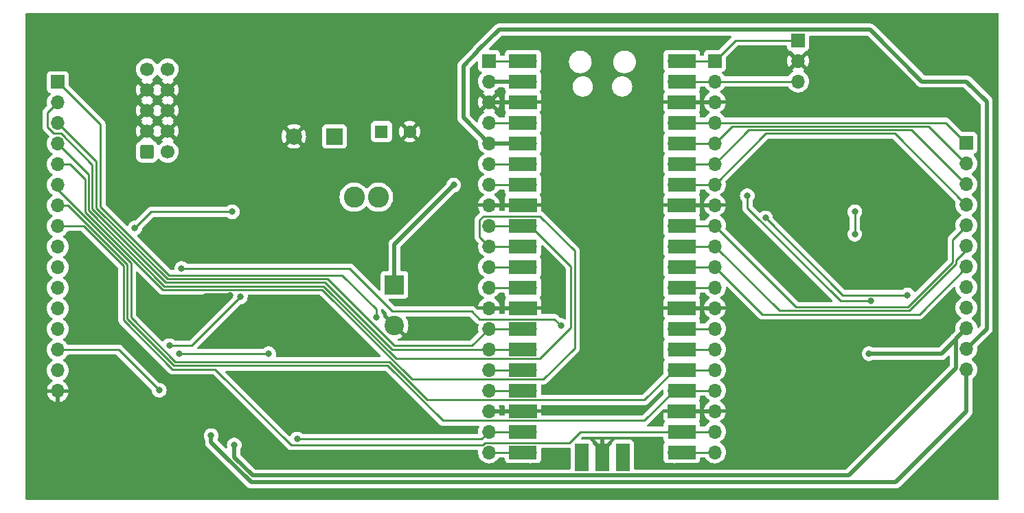
<source format=gbr>
%TF.GenerationSoftware,KiCad,Pcbnew,7.0.2*%
%TF.CreationDate,2025-03-27T17:53:26+00:00*%
%TF.ProjectId,dk2_04b_bottom,646b325f-3034-4625-9f62-6f74746f6d2e,rev?*%
%TF.SameCoordinates,Original*%
%TF.FileFunction,Copper,L2,Bot*%
%TF.FilePolarity,Positive*%
%FSLAX46Y46*%
G04 Gerber Fmt 4.6, Leading zero omitted, Abs format (unit mm)*
G04 Created by KiCad (PCBNEW 7.0.2) date 2025-03-27 17:53:26*
%MOMM*%
%LPD*%
G01*
G04 APERTURE LIST*
G04 Aperture macros list*
%AMRoundRect*
0 Rectangle with rounded corners*
0 $1 Rounding radius*
0 $2 $3 $4 $5 $6 $7 $8 $9 X,Y pos of 4 corners*
0 Add a 4 corners polygon primitive as box body*
4,1,4,$2,$3,$4,$5,$6,$7,$8,$9,$2,$3,0*
0 Add four circle primitives for the rounded corners*
1,1,$1+$1,$2,$3*
1,1,$1+$1,$4,$5*
1,1,$1+$1,$6,$7*
1,1,$1+$1,$8,$9*
0 Add four rect primitives between the rounded corners*
20,1,$1+$1,$2,$3,$4,$5,0*
20,1,$1+$1,$4,$5,$6,$7,0*
20,1,$1+$1,$6,$7,$8,$9,0*
20,1,$1+$1,$8,$9,$2,$3,0*%
G04 Aperture macros list end*
%TA.AperFunction,ComponentPad*%
%ADD10R,1.700000X1.700000*%
%TD*%
%TA.AperFunction,ComponentPad*%
%ADD11O,1.700000X1.700000*%
%TD*%
%TA.AperFunction,ComponentPad*%
%ADD12R,2.400000X2.400000*%
%TD*%
%TA.AperFunction,ComponentPad*%
%ADD13C,2.400000*%
%TD*%
%TA.AperFunction,ComponentPad*%
%ADD14RoundRect,0.250000X-0.600000X-0.600000X0.600000X-0.600000X0.600000X0.600000X-0.600000X0.600000X0*%
%TD*%
%TA.AperFunction,ComponentPad*%
%ADD15C,1.700000*%
%TD*%
%TA.AperFunction,ComponentPad*%
%ADD16C,2.600000*%
%TD*%
%TA.AperFunction,ComponentPad*%
%ADD17R,1.600000X1.600000*%
%TD*%
%TA.AperFunction,ComponentPad*%
%ADD18C,1.600000*%
%TD*%
%TA.AperFunction,ComponentPad*%
%ADD19R,2.000000X2.000000*%
%TD*%
%TA.AperFunction,ComponentPad*%
%ADD20C,2.000000*%
%TD*%
%TA.AperFunction,SMDPad,CuDef*%
%ADD21R,3.500000X1.700000*%
%TD*%
%TA.AperFunction,SMDPad,CuDef*%
%ADD22R,1.700000X3.500000*%
%TD*%
%TA.AperFunction,ViaPad*%
%ADD23C,0.800000*%
%TD*%
%TA.AperFunction,Conductor*%
%ADD24C,0.500000*%
%TD*%
%TA.AperFunction,Conductor*%
%ADD25C,0.250000*%
%TD*%
G04 APERTURE END LIST*
D10*
%TO.P,J1,1,Pin_1*%
%TO.N,4051_ADDRESS_A*%
X84000000Y-58500000D03*
D11*
%TO.P,J1,2,Pin_2*%
%TO.N,4051_ADDRESS_B*%
X84000000Y-61040000D03*
%TO.P,J1,3,Pin_3*%
%TO.N,4051_ADDRESS_C*%
X84000000Y-63580000D03*
%TO.P,J1,4,Pin_4*%
%TO.N,4051_READING_1*%
X84000000Y-66120000D03*
%TO.P,J1,5,Pin_5*%
%TO.N,4051_READING_0*%
X84000000Y-68660000D03*
%TO.P,J1,6,Pin_6*%
%TO.N,165_LOAD*%
X84000000Y-71200000D03*
%TO.P,J1,7,Pin_7*%
%TO.N,165_CLOCK*%
X84000000Y-73740000D03*
%TO.P,J1,8,Pin_8*%
%TO.N,165_DATA*%
X84000000Y-76280000D03*
%TO.P,J1,9,Pin_9*%
%TO.N,TRIGGER_OUT_1_EURO*%
X84000000Y-78820000D03*
%TO.P,J1,10,Pin_10*%
%TO.N,TRIGGER_OUT_2_EURO*%
X84000000Y-81360000D03*
%TO.P,J1,11,Pin_11*%
%TO.N,TRIGGER_OUT_3_EURO*%
X84000000Y-83900000D03*
%TO.P,J1,12,Pin_12*%
%TO.N,TRIGGER_OUT_4_EURO*%
X84000000Y-86440000D03*
%TO.P,J1,13,Pin_13*%
%TO.N,SYNC_IN_EURO*%
X84000000Y-88980000D03*
%TO.P,J1,14,Pin_14*%
%TO.N,SYNC_OUT_EURO*%
X84000000Y-91520000D03*
%TO.P,J1,15,Pin_15*%
%TO.N,+3.3V*%
X84000000Y-94060000D03*
%TO.P,J1,16,Pin_16*%
%TO.N,GND*%
X84000000Y-96600000D03*
%TD*%
D10*
%TO.P,J2,1,Pin_1*%
%TO.N,SD_CLOCK*%
X196000000Y-66000000D03*
D11*
%TO.P,J2,2,Pin_2*%
%TO.N,SD_SERIAL_IN*%
X196000000Y-68540000D03*
%TO.P,J2,3,Pin_3*%
%TO.N,SD_SERIAL_OUT*%
X196000000Y-71080000D03*
%TO.P,J2,4,Pin_4*%
%TO.N,SD_CHIP_SELECT*%
X196000000Y-73620000D03*
%TO.P,J2,5,Pin_5*%
%TO.N,595_DATA*%
X196000000Y-76160000D03*
%TO.P,J2,6,Pin_6*%
%TO.N,595_CLOCK*%
X196000000Y-78700000D03*
%TO.P,J2,7,Pin_7*%
%TO.N,595_LATCH*%
X196000000Y-81240000D03*
%TO.P,J2,8,Pin_8*%
%TO.N,EURO_OUT_1*%
X196000000Y-83780000D03*
%TO.P,J2,9,Pin_9*%
%TO.N,EURO_OUT_2*%
X196000000Y-86320000D03*
%TO.P,J2,10,Pin_10*%
%TO.N,+12V*%
X196000000Y-88860000D03*
%TO.P,J2,11,Pin_11*%
%TO.N,+3.3V*%
X196000000Y-91400000D03*
%TO.P,J2,12,Pin_12*%
%TO.N,-12V*%
X196000000Y-93940000D03*
%TD*%
D12*
%TO.P,C28,1*%
%TO.N,+5V*%
X125500000Y-83500000D03*
D13*
%TO.P,C28,2*%
%TO.N,GND*%
X125500000Y-88500000D03*
%TD*%
D14*
%TO.P,J3,1,Pin_1*%
%TO.N,-12V*%
X95000000Y-67080000D03*
D15*
%TO.P,J3,2,Pin_2*%
X97540000Y-67080000D03*
%TO.P,J3,3,Pin_3*%
%TO.N,GND*%
X95000000Y-64540000D03*
%TO.P,J3,4,Pin_4*%
X97540000Y-64540000D03*
%TO.P,J3,5,Pin_5*%
X95000000Y-62000000D03*
%TO.P,J3,6,Pin_6*%
X97540000Y-62000000D03*
%TO.P,J3,7,Pin_7*%
X95000000Y-59460000D03*
%TO.P,J3,8,Pin_8*%
X97540000Y-59460000D03*
%TO.P,J3,9,Pin_9*%
%TO.N,+12V*%
X95000000Y-56920000D03*
%TO.P,J3,10,Pin_10*%
X97540000Y-56920000D03*
%TD*%
D16*
%TO.P,L1,1,1*%
%TO.N,Net-(D2-K)*%
X120532323Y-72700000D03*
%TO.P,L1,2,2*%
%TO.N,Net-(D3-A)*%
X123532323Y-72700000D03*
%TD*%
D10*
%TO.P,J4,1,Pin_1*%
%TO.N,SERIAL_TX*%
X165000000Y-55880000D03*
D11*
%TO.P,J4,2,Pin_2*%
%TO.N,SERIAL_RX*%
X165000000Y-58420000D03*
%TO.P,J4,3,Pin_3*%
%TO.N,GND*%
X165000000Y-60960000D03*
%TO.P,J4,4,Pin_4*%
%TO.N,SD_CLOCK*%
X165000000Y-63500000D03*
%TO.P,J4,5,Pin_5*%
%TO.N,SD_SERIAL_IN*%
X165000000Y-66040000D03*
%TO.P,J4,6,Pin_6*%
%TO.N,SD_SERIAL_OUT*%
X165000000Y-68580000D03*
%TO.P,J4,7,Pin_7*%
%TO.N,SD_CHIP_SELECT*%
X165000000Y-71120000D03*
%TO.P,J4,8,Pin_8*%
%TO.N,GND*%
X165000000Y-73660000D03*
%TO.P,J4,9,Pin_9*%
%TO.N,595_DATA*%
X165000000Y-76200000D03*
%TO.P,J4,10,Pin_10*%
%TO.N,595_CLOCK*%
X165000000Y-78740000D03*
%TO.P,J4,11,Pin_11*%
%TO.N,595_LATCH*%
X165000000Y-81280000D03*
%TO.P,J4,12,Pin_12*%
%TO.N,DAC_DOUT*%
X165000000Y-83820000D03*
%TO.P,J4,13,Pin_13*%
%TO.N,GND*%
X165000000Y-86360000D03*
%TO.P,J4,14,Pin_14*%
%TO.N,DAC_BCLK*%
X165000000Y-88900000D03*
%TO.P,J4,15,Pin_15*%
%TO.N,DAC_LRC*%
X165000000Y-91440000D03*
%TO.P,J4,16,Pin_16*%
%TO.N,165_LOAD*%
X165000000Y-93980000D03*
%TO.P,J4,17,Pin_17*%
%TO.N,165_CLOCK*%
X165000000Y-96520000D03*
%TO.P,J4,18,Pin_18*%
%TO.N,GND*%
X165000000Y-99060000D03*
%TO.P,J4,19,Pin_19*%
%TO.N,165_DATA*%
X165000000Y-101600000D03*
%TO.P,J4,20,Pin_20*%
%TO.N,TRIGGER_OUT_1*%
X165000000Y-104140000D03*
%TD*%
D17*
%TO.P,C27,1*%
%TO.N,Net-(D3-A)*%
X123879672Y-64600000D03*
D18*
%TO.P,C27,2*%
%TO.N,GND*%
X127379672Y-64600000D03*
%TD*%
D19*
%TO.P,C25,1*%
%TO.N,+12V*%
X118100000Y-65200000D03*
D20*
%TO.P,C25,2*%
%TO.N,GND*%
X113100000Y-65200000D03*
%TD*%
D10*
%TO.P,J6,1,Pin_1*%
%TO.N,SERIAL_TX*%
X175260000Y-53340000D03*
D11*
%TO.P,J6,2,Pin_2*%
%TO.N,GND*%
X175260000Y-55880000D03*
%TO.P,J6,3,Pin_3*%
%TO.N,SERIAL_RX*%
X175260000Y-58420000D03*
%TD*%
D10*
%TO.P,J5,1,Pin_1*%
%TO.N,unconnected-(J5-Pin_1-Pad1)*%
X137160000Y-55880000D03*
D11*
%TO.P,J5,2,Pin_2*%
%TO.N,+5V*%
X137160000Y-58420000D03*
%TO.P,J5,3,Pin_3*%
%TO.N,GND*%
X137160000Y-60960000D03*
%TO.P,J5,4,Pin_4*%
%TO.N,unconnected-(J5-Pin_4-Pad4)*%
X137160000Y-63500000D03*
%TO.P,J5,5,Pin_5*%
%TO.N,+3.3V*%
X137160000Y-66040000D03*
%TO.P,J5,6,Pin_6*%
%TO.N,unconnected-(J5-Pin_6-Pad6)*%
X137160000Y-68580000D03*
%TO.P,J5,7,Pin_7*%
%TO.N,TRIGGER_OUT_2*%
X137160000Y-71120000D03*
%TO.P,J5,8,Pin_8*%
%TO.N,GND*%
X137160000Y-73660000D03*
%TO.P,J5,9,Pin_9*%
%TO.N,4051_READING_1*%
X137160000Y-76200000D03*
%TO.P,J5,10,Pin_10*%
%TO.N,4051_READING_0*%
X137160000Y-78740000D03*
%TO.P,J5,11,Pin_11*%
%TO.N,unconnected-(J5-Pin_11-Pad11)*%
X137160000Y-81280000D03*
%TO.P,J5,12,Pin_12*%
%TO.N,TRIGGER_OUT_3*%
X137160000Y-83820000D03*
%TO.P,J5,13,Pin_13*%
%TO.N,GND*%
X137160000Y-86360000D03*
%TO.P,J5,14,Pin_14*%
%TO.N,4051_ADDRESS_C*%
X137160000Y-88900000D03*
%TO.P,J5,15,Pin_15*%
%TO.N,4051_ADDRESS_B*%
X137160000Y-91440000D03*
%TO.P,J5,16,Pin_16*%
%TO.N,4051_ADDRESS_A*%
X137160000Y-93980000D03*
%TO.P,J5,17,Pin_17*%
%TO.N,TRIGGER_OUT_4*%
X137160000Y-96520000D03*
%TO.P,J5,18,Pin_18*%
%TO.N,GND*%
X137160000Y-99060000D03*
%TO.P,J5,19,Pin_19*%
%TO.N,SYNC_OUT*%
X137160000Y-101600000D03*
%TO.P,J5,20,Pin_20*%
%TO.N,SYNC_IN*%
X137160000Y-104140000D03*
%TD*%
%TO.P,U1,1,GPIO0*%
%TO.N,SERIAL_TX*%
X160020000Y-55880000D03*
D21*
X160920000Y-55880000D03*
D11*
%TO.P,U1,2,GPIO1*%
%TO.N,SERIAL_RX*%
X160020000Y-58420000D03*
D21*
X160920000Y-58420000D03*
D10*
%TO.P,U1,3,GND*%
%TO.N,GND*%
X160020000Y-60960000D03*
D21*
X160920000Y-60960000D03*
D11*
%TO.P,U1,4,GPIO2*%
%TO.N,SD_CLOCK*%
X160020000Y-63500000D03*
D21*
X160920000Y-63500000D03*
D11*
%TO.P,U1,5,GPIO3*%
%TO.N,SD_SERIAL_IN*%
X160020000Y-66040000D03*
D21*
X160920000Y-66040000D03*
D11*
%TO.P,U1,6,GPIO4*%
%TO.N,SD_SERIAL_OUT*%
X160020000Y-68580000D03*
D21*
X160920000Y-68580000D03*
D11*
%TO.P,U1,7,GPIO5*%
%TO.N,SD_CHIP_SELECT*%
X160020000Y-71120000D03*
D21*
X160920000Y-71120000D03*
D10*
%TO.P,U1,8,GND*%
%TO.N,GND*%
X160020000Y-73660000D03*
D21*
X160920000Y-73660000D03*
D11*
%TO.P,U1,9,GPIO6*%
%TO.N,595_DATA*%
X160020000Y-76200000D03*
D21*
X160920000Y-76200000D03*
D11*
%TO.P,U1,10,GPIO7*%
%TO.N,595_CLOCK*%
X160020000Y-78740000D03*
D21*
X160920000Y-78740000D03*
D11*
%TO.P,U1,11,GPIO8*%
%TO.N,595_LATCH*%
X160020000Y-81280000D03*
D21*
X160920000Y-81280000D03*
D11*
%TO.P,U1,12,GPIO9*%
%TO.N,DAC_DOUT*%
X160020000Y-83820000D03*
D21*
X160920000Y-83820000D03*
D10*
%TO.P,U1,13,GND*%
%TO.N,GND*%
X160020000Y-86360000D03*
D21*
X160920000Y-86360000D03*
D11*
%TO.P,U1,14,GPIO10*%
%TO.N,DAC_BCLK*%
X160020000Y-88900000D03*
D21*
X160920000Y-88900000D03*
D11*
%TO.P,U1,15,GPIO11*%
%TO.N,DAC_LRC*%
X160020000Y-91440000D03*
D21*
X160920000Y-91440000D03*
D11*
%TO.P,U1,16,GPIO12*%
%TO.N,165_LOAD*%
X160020000Y-93980000D03*
D21*
X160920000Y-93980000D03*
D11*
%TO.P,U1,17,GPIO13*%
%TO.N,165_CLOCK*%
X160020000Y-96520000D03*
D21*
X160920000Y-96520000D03*
D10*
%TO.P,U1,18,GND*%
%TO.N,GND*%
X160020000Y-99060000D03*
D21*
X160920000Y-99060000D03*
D11*
%TO.P,U1,19,GPIO14*%
%TO.N,165_DATA*%
X160020000Y-101600000D03*
D21*
X160920000Y-101600000D03*
D11*
%TO.P,U1,20,GPIO15*%
%TO.N,TRIGGER_OUT_1*%
X160020000Y-104140000D03*
D21*
X160920000Y-104140000D03*
D11*
%TO.P,U1,21,GPIO16*%
%TO.N,SYNC_IN*%
X142240000Y-104140000D03*
D21*
X141340000Y-104140000D03*
D11*
%TO.P,U1,22,GPIO17*%
%TO.N,SYNC_OUT*%
X142240000Y-101600000D03*
D21*
X141340000Y-101600000D03*
D10*
%TO.P,U1,23,GND*%
%TO.N,GND*%
X142240000Y-99060000D03*
D21*
X141340000Y-99060000D03*
D11*
%TO.P,U1,24,GPIO18*%
%TO.N,TRIGGER_OUT_4*%
X142240000Y-96520000D03*
D21*
X141340000Y-96520000D03*
D11*
%TO.P,U1,25,GPIO19*%
%TO.N,4051_ADDRESS_A*%
X142240000Y-93980000D03*
D21*
X141340000Y-93980000D03*
D11*
%TO.P,U1,26,GPIO20*%
%TO.N,4051_ADDRESS_B*%
X142240000Y-91440000D03*
D21*
X141340000Y-91440000D03*
D11*
%TO.P,U1,27,GPIO21*%
%TO.N,4051_ADDRESS_C*%
X142240000Y-88900000D03*
D21*
X141340000Y-88900000D03*
D10*
%TO.P,U1,28,GND*%
%TO.N,GND*%
X142240000Y-86360000D03*
D21*
X141340000Y-86360000D03*
D11*
%TO.P,U1,29,GPIO22*%
%TO.N,TRIGGER_OUT_3*%
X142240000Y-83820000D03*
D21*
X141340000Y-83820000D03*
D11*
%TO.P,U1,30,RUN*%
%TO.N,unconnected-(J5-Pin_11-Pad11)*%
X142240000Y-81280000D03*
D21*
X141340000Y-81280000D03*
D11*
%TO.P,U1,31,GPIO26_ADC0*%
%TO.N,4051_READING_0*%
X142240000Y-78740000D03*
D21*
X141340000Y-78740000D03*
D11*
%TO.P,U1,32,GPIO27_ADC1*%
%TO.N,4051_READING_1*%
X142240000Y-76200000D03*
D21*
X141340000Y-76200000D03*
D10*
%TO.P,U1,33,AGND*%
%TO.N,GND*%
X142240000Y-73660000D03*
D21*
X141340000Y-73660000D03*
D11*
%TO.P,U1,34,GPIO28_ADC2*%
%TO.N,TRIGGER_OUT_2*%
X142240000Y-71120000D03*
D21*
X141340000Y-71120000D03*
D11*
%TO.P,U1,35,ADC_VREF*%
%TO.N,unconnected-(J5-Pin_6-Pad6)*%
X142240000Y-68580000D03*
D21*
X141340000Y-68580000D03*
D11*
%TO.P,U1,36,3V3*%
%TO.N,+3.3V*%
X142240000Y-66040000D03*
D21*
X141340000Y-66040000D03*
D11*
%TO.P,U1,37,3V3_EN*%
%TO.N,unconnected-(J5-Pin_4-Pad4)*%
X142240000Y-63500000D03*
D21*
X141340000Y-63500000D03*
D10*
%TO.P,U1,38,GND*%
%TO.N,GND*%
X142240000Y-60960000D03*
D21*
X141340000Y-60960000D03*
D11*
%TO.P,U1,39,VSYS*%
%TO.N,+5V*%
X142240000Y-58420000D03*
D21*
X141340000Y-58420000D03*
D11*
%TO.P,U1,40,VBUS*%
%TO.N,unconnected-(J5-Pin_1-Pad1)*%
X142240000Y-55880000D03*
D21*
X141340000Y-55880000D03*
D11*
%TO.P,U1,41,SWCLK*%
%TO.N,unconnected-(U1-SWCLK-Pad41)*%
X153670000Y-103910000D03*
D22*
X153670000Y-104810000D03*
D10*
%TO.P,U1,42,GND*%
%TO.N,GND*%
X151130000Y-103910000D03*
D22*
X151130000Y-104810000D03*
D11*
%TO.P,U1,43,SWDIO*%
%TO.N,unconnected-(U1-SWDIO-Pad43)*%
X148590000Y-103910000D03*
D22*
X148590000Y-104810000D03*
%TD*%
D23*
%TO.N,GND*%
X116100000Y-95300000D03*
X97750000Y-89250000D03*
X119250000Y-100250000D03*
X97250000Y-103250000D03*
X188000000Y-54000000D03*
X185000000Y-74000000D03*
X111000000Y-79000000D03*
X105250000Y-84824500D03*
X128000000Y-84750000D03*
X191250000Y-71750000D03*
X116900000Y-90600000D03*
X145500000Y-104750000D03*
X124500000Y-52750000D03*
X110500000Y-89250000D03*
X107500000Y-101750000D03*
X98000000Y-78750000D03*
X116750000Y-88500000D03*
X124000000Y-59000000D03*
X178250000Y-73095500D03*
%TO.N,Net-(U4-VNEG)*%
X182250000Y-77250000D03*
X182250000Y-74500000D03*
%TO.N,SYNC_OUT*%
X113500000Y-102500000D03*
%TO.N,4051_ADDRESS_A*%
X123250000Y-87500000D03*
%TO.N,LINE_OUT_L*%
X169000000Y-72500000D03*
X184250000Y-85500000D03*
%TO.N,+5V*%
X132800000Y-71200000D03*
%TO.N,TRIGGER_OUT_2_EURO*%
X105500000Y-74500000D03*
X93500000Y-76500000D03*
%TO.N,TRIGGER_OUT_4_EURO*%
X106500000Y-85000000D03*
X97750000Y-91000000D03*
%TO.N,SYNC_OUT_EURO*%
X96500000Y-96500000D03*
%TO.N,LINE_OUT_R*%
X188750000Y-84750000D03*
X171250000Y-75250000D03*
%TO.N,+12V*%
X105750000Y-103250000D03*
X184000000Y-92000000D03*
%TO.N,-12V*%
X102900000Y-102100000D03*
%TO.N,TRIGGER_OUT_1*%
X146000000Y-88500000D03*
X99250000Y-81500000D03*
%TO.N,TRIGGER_OUT_3*%
X110000000Y-92000000D03*
X99000000Y-92000000D03*
%TD*%
D24*
%TO.N,GND*%
X116100000Y-97100000D02*
X116100000Y-95300000D01*
X97750000Y-89250000D02*
X102175500Y-84824500D01*
X160020000Y-73660000D02*
X165000000Y-73660000D01*
X160020000Y-60960000D02*
X165000000Y-60960000D01*
X137160000Y-60960000D02*
X142240000Y-60960000D01*
X119250000Y-100250000D02*
X116100000Y-97100000D01*
X165000000Y-99060000D02*
X160020000Y-99060000D01*
X142240000Y-73660000D02*
X137160000Y-73660000D01*
X116900000Y-88650000D02*
X116750000Y-88500000D01*
X142240000Y-99060000D02*
X137160000Y-99060000D01*
X116900000Y-90600000D02*
X116900000Y-88650000D01*
X102175500Y-84824500D02*
X105250000Y-84824500D01*
X160020000Y-86360000D02*
X165000000Y-86360000D01*
X137160000Y-86360000D02*
X142240000Y-86360000D01*
D25*
%TO.N,SYNC_IN*%
X142240000Y-104140000D02*
X137160000Y-104140000D01*
%TO.N,Net-(U4-VNEG)*%
X182250000Y-74500000D02*
X182250000Y-77250000D01*
%TO.N,SD_CLOCK*%
X196000000Y-66080000D02*
X193420000Y-63500000D01*
X160020000Y-63500000D02*
X165000000Y-63500000D01*
X193420000Y-63500000D02*
X165000000Y-63500000D01*
%TO.N,SD_SERIAL_OUT*%
X165000000Y-68580000D02*
X169180000Y-64400000D01*
X169180000Y-64400000D02*
X169750000Y-64400000D01*
X189240000Y-64400000D02*
X169750000Y-64400000D01*
X160020000Y-68580000D02*
X165000000Y-68580000D01*
X196000000Y-71160000D02*
X189240000Y-64400000D01*
%TO.N,SD_SERIAL_IN*%
X167090000Y-63950000D02*
X165000000Y-66040000D01*
X160020000Y-66040000D02*
X165000000Y-66040000D01*
X196000000Y-68620000D02*
X191330000Y-63950000D01*
X191330000Y-63950000D02*
X167090000Y-63950000D01*
%TO.N,SD_CHIP_SELECT*%
X187150000Y-64850000D02*
X196000000Y-73700000D01*
X171270000Y-64850000D02*
X187150000Y-64850000D01*
X165000000Y-71120000D02*
X171270000Y-64850000D01*
X160020000Y-71120000D02*
X165000000Y-71120000D01*
%TO.N,595_DATA*%
X175025000Y-86225000D02*
X165000000Y-76200000D01*
X194300000Y-80700000D02*
X188775000Y-86225000D01*
X194300000Y-77940000D02*
X194300000Y-80700000D01*
X160020000Y-76200000D02*
X165000000Y-76200000D01*
X188775000Y-86225000D02*
X175025000Y-86225000D01*
X196000000Y-76240000D02*
X194300000Y-77940000D01*
%TO.N,595_CLOCK*%
X194750000Y-80886396D02*
X188961396Y-86675000D01*
X194750000Y-80450000D02*
X194750000Y-80886396D01*
X188961396Y-86675000D02*
X172935000Y-86675000D01*
X172935000Y-86675000D02*
X165000000Y-78740000D01*
X160020000Y-78740000D02*
X165000000Y-78740000D01*
X196000000Y-78780000D02*
X196000000Y-79200000D01*
X196000000Y-79200000D02*
X194750000Y-80450000D01*
%TO.N,595_LATCH*%
X160020000Y-81280000D02*
X165000000Y-81280000D01*
X170845000Y-87125000D02*
X165000000Y-81280000D01*
X190195000Y-87125000D02*
X170845000Y-87125000D01*
X196000000Y-81320000D02*
X190195000Y-87125000D01*
%TO.N,DAC_DOUT*%
X165000000Y-83820000D02*
X160020000Y-83820000D01*
%TO.N,DAC_BCLK*%
X165000000Y-88900000D02*
X160020000Y-88900000D01*
%TO.N,DAC_LRC*%
X160020000Y-91440000D02*
X165000000Y-91440000D01*
%TO.N,165_LOAD*%
X84000000Y-71795584D02*
X93000000Y-80795584D01*
X165000000Y-93980000D02*
X160020000Y-93980000D01*
X84000000Y-71160000D02*
X84000000Y-71795584D01*
X93000000Y-80795584D02*
X93000000Y-87500000D01*
X93000000Y-87500000D02*
X98500000Y-93000000D01*
X129535812Y-97695000D02*
X156305000Y-97695000D01*
X156305000Y-97695000D02*
X160020000Y-93980000D01*
X98500000Y-93000000D02*
X124840812Y-93000000D01*
X124840812Y-93000000D02*
X129535812Y-97695000D01*
%TO.N,165_CLOCK*%
X92550000Y-87686396D02*
X98313604Y-93450000D01*
X84000000Y-73700000D02*
X85268020Y-73700000D01*
X131439416Y-100235000D02*
X156305000Y-100235000D01*
X160020000Y-96520000D02*
X165000000Y-96520000D01*
X156305000Y-100235000D02*
X160020000Y-96520000D01*
X92550000Y-80981980D02*
X92550000Y-87686396D01*
X98313604Y-93450000D02*
X124654416Y-93450000D01*
X124654416Y-93450000D02*
X131439416Y-100235000D01*
X85268020Y-73700000D02*
X92550000Y-80981980D01*
%TO.N,165_DATA*%
X87171624Y-76240000D02*
X92090812Y-81159188D01*
X136388299Y-103250000D02*
X136673299Y-102965000D01*
X84000000Y-76240000D02*
X87171624Y-76240000D01*
X103400000Y-93900000D02*
X112750000Y-103250000D01*
X160020000Y-101600000D02*
X165000000Y-101600000D01*
X148400000Y-101600000D02*
X160020000Y-101600000D01*
X92090812Y-87863604D02*
X98127208Y-93900000D01*
X112750000Y-103250000D02*
X136388299Y-103250000D01*
X98127208Y-93900000D02*
X103400000Y-93900000D01*
X136673299Y-102965000D02*
X147035000Y-102965000D01*
X147035000Y-102965000D02*
X148400000Y-101600000D01*
X92090812Y-81159188D02*
X92090812Y-87863604D01*
%TO.N,SYNC_OUT*%
X136260000Y-102500000D02*
X137160000Y-101600000D01*
X137160000Y-101600000D02*
X142240000Y-101600000D01*
X113500000Y-102500000D02*
X136260000Y-102500000D01*
%TO.N,4051_ADDRESS_A*%
X97686396Y-82300000D02*
X89250000Y-73863604D01*
X89250000Y-73863604D02*
X89250000Y-63710000D01*
X89250000Y-63710000D02*
X84000000Y-58460000D01*
X142240000Y-93980000D02*
X137160000Y-93980000D01*
X123250000Y-86500000D02*
X119050000Y-82300000D01*
X119050000Y-82300000D02*
X97686396Y-82300000D01*
X123250000Y-87500000D02*
X123250000Y-86500000D01*
%TO.N,4051_ADDRESS_B*%
X116950000Y-83200000D02*
X97313604Y-83200000D01*
X137160000Y-91440000D02*
X125190000Y-91440000D01*
X88250000Y-74136396D02*
X88250000Y-68668299D01*
X84381701Y-64800000D02*
X83500000Y-64800000D01*
X88250000Y-68668299D02*
X84381701Y-64800000D01*
X82750000Y-64050000D02*
X82750000Y-62250000D01*
X82750000Y-62250000D02*
X84000000Y-61000000D01*
X125190000Y-91440000D02*
X116950000Y-83200000D01*
X137160000Y-91440000D02*
X142240000Y-91440000D01*
X83500000Y-64800000D02*
X82750000Y-64050000D01*
X97313604Y-83200000D02*
X88250000Y-74136396D01*
%TO.N,4051_ADDRESS_C*%
X137160000Y-88900000D02*
X135070000Y-90990000D01*
X125490000Y-90990000D02*
X117250000Y-82750000D01*
X135070000Y-90990000D02*
X125490000Y-90990000D01*
X88750000Y-74000000D02*
X88750000Y-68290000D01*
X88750000Y-68290000D02*
X84000000Y-63540000D01*
X117250000Y-82750000D02*
X97500000Y-82750000D01*
X142240000Y-88900000D02*
X137160000Y-88900000D01*
X97500000Y-82750000D02*
X88750000Y-74000000D01*
%TO.N,4051_READING_0*%
X135985000Y-75515000D02*
X135985000Y-77565000D01*
X147700000Y-79310000D02*
X143415000Y-75025000D01*
X87350000Y-74509188D02*
X96940812Y-84100000D01*
X147700000Y-91300000D02*
X147700000Y-79310000D01*
X143845000Y-95155000D02*
X147700000Y-91300000D01*
X135985000Y-77565000D02*
X137160000Y-78740000D01*
X96940812Y-84100000D02*
X116577208Y-84100000D01*
X87350000Y-70500000D02*
X87350000Y-74509188D01*
X116577208Y-84100000D02*
X127632208Y-95155000D01*
X142240000Y-78740000D02*
X137160000Y-78740000D01*
X143415000Y-75025000D02*
X136475000Y-75025000D01*
X127632208Y-95155000D02*
X143845000Y-95155000D01*
X85470000Y-68620000D02*
X87350000Y-70500000D01*
X136475000Y-75025000D02*
X135985000Y-75515000D01*
X84000000Y-68620000D02*
X85470000Y-68620000D01*
%TO.N,4051_READING_1*%
X97127208Y-83650000D02*
X116763604Y-83650000D01*
X87800000Y-69880000D02*
X87800000Y-74322792D01*
X147250000Y-88750000D02*
X147250000Y-81210000D01*
X84000000Y-66080000D02*
X87800000Y-69880000D01*
X137160000Y-76200000D02*
X142240000Y-76200000D01*
X125728604Y-92615000D02*
X143385000Y-92615000D01*
X147250000Y-81210000D02*
X142240000Y-76200000D01*
X116763604Y-83650000D02*
X125728604Y-92615000D01*
X143385000Y-92615000D02*
X147250000Y-88750000D01*
X87800000Y-74322792D02*
X97127208Y-83650000D01*
%TO.N,SERIAL_TX*%
X160020000Y-55880000D02*
X165000000Y-55880000D01*
X175260000Y-53340000D02*
X167540000Y-53340000D01*
X167540000Y-53340000D02*
X165000000Y-55880000D01*
%TO.N,LINE_OUT_L*%
X180474695Y-85500000D02*
X184250000Y-85500000D01*
X169000000Y-72500000D02*
X169000000Y-74025305D01*
X169000000Y-74025305D02*
X180474695Y-85500000D01*
D24*
%TO.N,+5V*%
X137160000Y-58420000D02*
X142240000Y-58420000D01*
X125500000Y-83500000D02*
X125500000Y-78500000D01*
X125500000Y-78500000D02*
X132800000Y-71200000D01*
D25*
%TO.N,TRIGGER_OUT_2_EURO*%
X95500000Y-74500000D02*
X93500000Y-76500000D01*
X105500000Y-74500000D02*
X95500000Y-74500000D01*
%TO.N,TRIGGER_OUT_4_EURO*%
X105500000Y-86000000D02*
X100500000Y-91000000D01*
X105500000Y-86000000D02*
X106500000Y-85000000D01*
X100500000Y-91000000D02*
X97750000Y-91000000D01*
%TO.N,SYNC_OUT_EURO*%
X96500000Y-96500000D02*
X91480000Y-91480000D01*
X91480000Y-91480000D02*
X84000000Y-91480000D01*
%TO.N,LINE_OUT_R*%
X180500000Y-84500000D02*
X180750000Y-84750000D01*
X171250000Y-75250000D02*
X180500000Y-84500000D01*
X180750000Y-84750000D02*
X188750000Y-84750000D01*
D24*
%TO.N,+12V*%
X194700000Y-90160000D02*
X196000000Y-88860000D01*
X192940000Y-92000000D02*
X194700000Y-90240000D01*
X108000000Y-107010000D02*
X105750000Y-104760000D01*
X181490000Y-107010000D02*
X108000000Y-107010000D01*
X184000000Y-92000000D02*
X192940000Y-92000000D01*
X194700000Y-93800000D02*
X181490000Y-107010000D01*
X105750000Y-104760000D02*
X105750000Y-103250000D01*
X194700000Y-90240000D02*
X194700000Y-90160000D01*
X194700000Y-90240000D02*
X194700000Y-93800000D01*
%TO.N,-12V*%
X102900000Y-102899950D02*
X104400000Y-104399950D01*
X196000000Y-99100000D02*
X187240500Y-107859500D01*
X102900000Y-102100000D02*
X102900000Y-102899950D01*
X107859550Y-107859500D02*
X187240500Y-107859500D01*
X196000000Y-99100000D02*
X196000000Y-93940000D01*
X104400000Y-104399950D02*
X107859550Y-107859500D01*
%TO.N,+3.3V*%
X134000000Y-62880000D02*
X134000000Y-56500000D01*
X135750000Y-54750000D02*
X135750000Y-54690000D01*
X198500000Y-88900000D02*
X196000000Y-91400000D01*
X137160000Y-66040000D02*
X134000000Y-62880000D01*
X184120000Y-52040000D02*
X190500000Y-58420000D01*
X138400000Y-52040000D02*
X184120000Y-52040000D01*
X137160000Y-66040000D02*
X142240000Y-66040000D01*
X135750000Y-54690000D02*
X138400000Y-52040000D01*
X196020000Y-58420000D02*
X198500000Y-60900000D01*
X134000000Y-56500000D02*
X135750000Y-54750000D01*
X190500000Y-58420000D02*
X196020000Y-58420000D01*
X198500000Y-60900000D02*
X198500000Y-88900000D01*
D25*
%TO.N,SERIAL_RX*%
X160020000Y-58420000D02*
X165000000Y-58420000D01*
X175260000Y-58420000D02*
X165000000Y-58420000D01*
%TO.N,unconnected-(J5-Pin_1-Pad1)*%
X137160000Y-55880000D02*
X142240000Y-55880000D01*
%TO.N,unconnected-(J5-Pin_4-Pad4)*%
X142240000Y-63500000D02*
X137160000Y-63500000D01*
%TO.N,TRIGGER_OUT_1*%
X125250000Y-86750000D02*
X135000000Y-86750000D01*
X145225000Y-87725000D02*
X146000000Y-88500000D01*
X99250000Y-81500000D02*
X120000000Y-81500000D01*
X120000000Y-81500000D02*
X125250000Y-86750000D01*
X165000000Y-104140000D02*
X160020000Y-104140000D01*
X135975000Y-87725000D02*
X145225000Y-87725000D01*
X135000000Y-86750000D02*
X135975000Y-87725000D01*
%TO.N,TRIGGER_OUT_4*%
X137160000Y-96520000D02*
X142240000Y-96520000D01*
%TO.N,TRIGGER_OUT_3*%
X110000000Y-92000000D02*
X99000000Y-92000000D01*
X142240000Y-83820000D02*
X137160000Y-83820000D01*
%TO.N,TRIGGER_OUT_2*%
X137160000Y-71120000D02*
X142240000Y-71120000D01*
%TO.N,unconnected-(J5-Pin_6-Pad6)*%
X142240000Y-68580000D02*
X137160000Y-68580000D01*
%TO.N,unconnected-(J5-Pin_11-Pad11)*%
X137160000Y-81280000D02*
X142240000Y-81280000D01*
%TD*%
%TA.AperFunction,Conductor*%
%TO.N,GND*%
G36*
X166972585Y-52810185D02*
G01*
X167018340Y-52862989D01*
X167028284Y-52932147D01*
X166999259Y-52995703D01*
X166993227Y-53002181D01*
X165502226Y-54493181D01*
X165440903Y-54526666D01*
X165414545Y-54529500D01*
X164105439Y-54529500D01*
X164105420Y-54529500D01*
X164102128Y-54529501D01*
X164098848Y-54529853D01*
X164098840Y-54529854D01*
X164042515Y-54535909D01*
X163907669Y-54586204D01*
X163792454Y-54672454D01*
X163706204Y-54787668D01*
X163655910Y-54922515D01*
X163655909Y-54922517D01*
X163649500Y-54982127D01*
X163649500Y-54985449D01*
X163649500Y-55130500D01*
X163629815Y-55197539D01*
X163577011Y-55243294D01*
X163525500Y-55254500D01*
X163294499Y-55254500D01*
X163227460Y-55234815D01*
X163181705Y-55182011D01*
X163170499Y-55130500D01*
X163170499Y-54985439D01*
X163170499Y-54982128D01*
X163164091Y-54922517D01*
X163113796Y-54787669D01*
X163027546Y-54672454D01*
X162912331Y-54586204D01*
X162777483Y-54535909D01*
X162717873Y-54529500D01*
X162714551Y-54529500D01*
X160084385Y-54529500D01*
X160073578Y-54529028D01*
X160019999Y-54524340D01*
X159966420Y-54529028D01*
X159955613Y-54529500D01*
X159125439Y-54529500D01*
X159125420Y-54529500D01*
X159122128Y-54529501D01*
X159118848Y-54529853D01*
X159118840Y-54529854D01*
X159062515Y-54535909D01*
X158927669Y-54586204D01*
X158812454Y-54672454D01*
X158726204Y-54787668D01*
X158675910Y-54922515D01*
X158675909Y-54922517D01*
X158669500Y-54982127D01*
X158669500Y-54985449D01*
X158669500Y-55815615D01*
X158669028Y-55826422D01*
X158664340Y-55879999D01*
X158669028Y-55933576D01*
X158669500Y-55944384D01*
X158669500Y-56774560D01*
X158669500Y-56774578D01*
X158669501Y-56777872D01*
X158669853Y-56781152D01*
X158669854Y-56781159D01*
X158675909Y-56837484D01*
X158726204Y-56972332D01*
X158803577Y-57075690D01*
X158827994Y-57141154D01*
X158813142Y-57209427D01*
X158803577Y-57224310D01*
X158726205Y-57327666D01*
X158675910Y-57462515D01*
X158675909Y-57462517D01*
X158669500Y-57522127D01*
X158669500Y-57525448D01*
X158669500Y-57525449D01*
X158669500Y-58355615D01*
X158669028Y-58366422D01*
X158664340Y-58419999D01*
X158669028Y-58473576D01*
X158669500Y-58484384D01*
X158669500Y-59314560D01*
X158669500Y-59314578D01*
X158669501Y-59317872D01*
X158669853Y-59321152D01*
X158669854Y-59321159D01*
X158675909Y-59377484D01*
X158726203Y-59512329D01*
X158726204Y-59512331D01*
X158803890Y-59616106D01*
X158828307Y-59681569D01*
X158813456Y-59749842D01*
X158803890Y-59764726D01*
X158726648Y-59867908D01*
X158676400Y-60002628D01*
X158670354Y-60058867D01*
X158670000Y-60065481D01*
X158670000Y-60710000D01*
X159574428Y-60710000D01*
X159551318Y-60745960D01*
X159510000Y-60886673D01*
X159510000Y-61033327D01*
X159551318Y-61174040D01*
X159574428Y-61210000D01*
X158670000Y-61210000D01*
X158670000Y-61854518D01*
X158670354Y-61861132D01*
X158676400Y-61917371D01*
X158726647Y-62052089D01*
X158803890Y-62155272D01*
X158828307Y-62220737D01*
X158813455Y-62289010D01*
X158803890Y-62303894D01*
X158726204Y-62407668D01*
X158675910Y-62542515D01*
X158675909Y-62542517D01*
X158669500Y-62602127D01*
X158669500Y-62605448D01*
X158669500Y-62605449D01*
X158669500Y-63435615D01*
X158669028Y-63446422D01*
X158664340Y-63499999D01*
X158669028Y-63553576D01*
X158669500Y-63564384D01*
X158669500Y-64394560D01*
X158669500Y-64394578D01*
X158669501Y-64397872D01*
X158669853Y-64401152D01*
X158669854Y-64401159D01*
X158675909Y-64457484D01*
X158726204Y-64592332D01*
X158803577Y-64695690D01*
X158827994Y-64761154D01*
X158813142Y-64829427D01*
X158803577Y-64844310D01*
X158726205Y-64947666D01*
X158675909Y-65082516D01*
X158673445Y-65105439D01*
X158669500Y-65142127D01*
X158669500Y-65145449D01*
X158669500Y-65975615D01*
X158669028Y-65986422D01*
X158664340Y-66039999D01*
X158669028Y-66093576D01*
X158669500Y-66104384D01*
X158669500Y-66934560D01*
X158669500Y-66934578D01*
X158669501Y-66937872D01*
X158669853Y-66941152D01*
X158669854Y-66941159D01*
X158675909Y-66997484D01*
X158726204Y-67132332D01*
X158803577Y-67235690D01*
X158827994Y-67301154D01*
X158813142Y-67369427D01*
X158803577Y-67384310D01*
X158726205Y-67487666D01*
X158675909Y-67622516D01*
X158670955Y-67668598D01*
X158669500Y-67682127D01*
X158669500Y-67685448D01*
X158669500Y-67685449D01*
X158669500Y-68515615D01*
X158669028Y-68526422D01*
X158664340Y-68579999D01*
X158669028Y-68633576D01*
X158669500Y-68644384D01*
X158669500Y-69474560D01*
X158669500Y-69474578D01*
X158669501Y-69477872D01*
X158669853Y-69481152D01*
X158669854Y-69481159D01*
X158675909Y-69537484D01*
X158726204Y-69672332D01*
X158803577Y-69775690D01*
X158827994Y-69841154D01*
X158813142Y-69909427D01*
X158803577Y-69924310D01*
X158726205Y-70027666D01*
X158675909Y-70162516D01*
X158670955Y-70208598D01*
X158669500Y-70222127D01*
X158669500Y-70225449D01*
X158669500Y-71055615D01*
X158669028Y-71066422D01*
X158664340Y-71119999D01*
X158669028Y-71173576D01*
X158669500Y-71184384D01*
X158669500Y-72014560D01*
X158669500Y-72014578D01*
X158669501Y-72017872D01*
X158669853Y-72021152D01*
X158669854Y-72021159D01*
X158675909Y-72077484D01*
X158709597Y-72167805D01*
X158726204Y-72212331D01*
X158803890Y-72316106D01*
X158828307Y-72381569D01*
X158813456Y-72449842D01*
X158803890Y-72464726D01*
X158726648Y-72567908D01*
X158676400Y-72702628D01*
X158670354Y-72758867D01*
X158670000Y-72765481D01*
X158670000Y-73410000D01*
X159574428Y-73410000D01*
X159551318Y-73445960D01*
X159510000Y-73586673D01*
X159510000Y-73733327D01*
X159551318Y-73874040D01*
X159574428Y-73910000D01*
X158670000Y-73910000D01*
X158670000Y-74554518D01*
X158670354Y-74561132D01*
X158676400Y-74617371D01*
X158726647Y-74752089D01*
X158803890Y-74855272D01*
X158828307Y-74920737D01*
X158813455Y-74989010D01*
X158803890Y-75003894D01*
X158726204Y-75107668D01*
X158675909Y-75242516D01*
X158670955Y-75288598D01*
X158669500Y-75302127D01*
X158669500Y-75305449D01*
X158669500Y-76135615D01*
X158669028Y-76146422D01*
X158664340Y-76199999D01*
X158669028Y-76253576D01*
X158669500Y-76264384D01*
X158669500Y-77094560D01*
X158669500Y-77094578D01*
X158669501Y-77097872D01*
X158669853Y-77101152D01*
X158669854Y-77101159D01*
X158675909Y-77157484D01*
X158726204Y-77292332D01*
X158803577Y-77395690D01*
X158827994Y-77461154D01*
X158813142Y-77529427D01*
X158803577Y-77544310D01*
X158726205Y-77647666D01*
X158675909Y-77782516D01*
X158670521Y-77832635D01*
X158669500Y-77842127D01*
X158669500Y-77845448D01*
X158669500Y-77845449D01*
X158669500Y-78675615D01*
X158669028Y-78686422D01*
X158664340Y-78739999D01*
X158669028Y-78793576D01*
X158669500Y-78804384D01*
X158669500Y-79634560D01*
X158669500Y-79634578D01*
X158669501Y-79637872D01*
X158669853Y-79641152D01*
X158669854Y-79641159D01*
X158675909Y-79697484D01*
X158726204Y-79832332D01*
X158803577Y-79935690D01*
X158827994Y-80001154D01*
X158813142Y-80069427D01*
X158803577Y-80084310D01*
X158726205Y-80187666D01*
X158675909Y-80322516D01*
X158670955Y-80368598D01*
X158669500Y-80382127D01*
X158669500Y-80385449D01*
X158669500Y-81215615D01*
X158669028Y-81226422D01*
X158664340Y-81279999D01*
X158669028Y-81333576D01*
X158669500Y-81344384D01*
X158669500Y-82174560D01*
X158669500Y-82174578D01*
X158669501Y-82177872D01*
X158669853Y-82181152D01*
X158669854Y-82181159D01*
X158675909Y-82237484D01*
X158726204Y-82372332D01*
X158803577Y-82475690D01*
X158827994Y-82541154D01*
X158813142Y-82609427D01*
X158803577Y-82624310D01*
X158726205Y-82727666D01*
X158675909Y-82862516D01*
X158670955Y-82908598D01*
X158669500Y-82922127D01*
X158669500Y-82925448D01*
X158669500Y-82925449D01*
X158669500Y-83755615D01*
X158669028Y-83766422D01*
X158664340Y-83819999D01*
X158669028Y-83873576D01*
X158669500Y-83884384D01*
X158669500Y-84714560D01*
X158669500Y-84714578D01*
X158669501Y-84717872D01*
X158669853Y-84721152D01*
X158669854Y-84721159D01*
X158675909Y-84777484D01*
X158707604Y-84862462D01*
X158726204Y-84912331D01*
X158803890Y-85016106D01*
X158828307Y-85081569D01*
X158813456Y-85149842D01*
X158803890Y-85164726D01*
X158726648Y-85267908D01*
X158676400Y-85402628D01*
X158670354Y-85458867D01*
X158670000Y-85465481D01*
X158670000Y-86110000D01*
X159574428Y-86110000D01*
X159551318Y-86145960D01*
X159510000Y-86286673D01*
X159510000Y-86433327D01*
X159551318Y-86574040D01*
X159574428Y-86610000D01*
X158670000Y-86610000D01*
X158670000Y-87254518D01*
X158670354Y-87261132D01*
X158676400Y-87317371D01*
X158726647Y-87452089D01*
X158803890Y-87555272D01*
X158828307Y-87620737D01*
X158813455Y-87689010D01*
X158803890Y-87703894D01*
X158726204Y-87807668D01*
X158675909Y-87942516D01*
X158669997Y-87997508D01*
X158669500Y-88002127D01*
X158669500Y-88005448D01*
X158669500Y-88005449D01*
X158669500Y-88835615D01*
X158669028Y-88846422D01*
X158664340Y-88899999D01*
X158669028Y-88953576D01*
X158669500Y-88964384D01*
X158669500Y-89794560D01*
X158669500Y-89794578D01*
X158669501Y-89797872D01*
X158669853Y-89801152D01*
X158669854Y-89801159D01*
X158675909Y-89857484D01*
X158687967Y-89889813D01*
X158726204Y-89992331D01*
X158758252Y-90035141D01*
X158803577Y-90095688D01*
X158827994Y-90161153D01*
X158813142Y-90229426D01*
X158803578Y-90244309D01*
X158726204Y-90347669D01*
X158675910Y-90482515D01*
X158675909Y-90482517D01*
X158669500Y-90542127D01*
X158669500Y-90545449D01*
X158669500Y-91375615D01*
X158669028Y-91386422D01*
X158664340Y-91439999D01*
X158669028Y-91493576D01*
X158669500Y-91504384D01*
X158669500Y-92334560D01*
X158669500Y-92334578D01*
X158669501Y-92337872D01*
X158669853Y-92341152D01*
X158669854Y-92341159D01*
X158675909Y-92397483D01*
X158726204Y-92532331D01*
X158761704Y-92579753D01*
X158803577Y-92635688D01*
X158827994Y-92701153D01*
X158813142Y-92769426D01*
X158803578Y-92784309D01*
X158726204Y-92887669D01*
X158675909Y-93022516D01*
X158670955Y-93068598D01*
X158669500Y-93082127D01*
X158669500Y-93085448D01*
X158669500Y-93085449D01*
X158669500Y-93915615D01*
X158669028Y-93926422D01*
X158664340Y-93979999D01*
X158669028Y-94033576D01*
X158669500Y-94044384D01*
X158669499Y-94394546D01*
X158649814Y-94461586D01*
X158633180Y-94482227D01*
X156082228Y-97033181D01*
X156020905Y-97066666D01*
X155994547Y-97069500D01*
X143714500Y-97069500D01*
X143647461Y-97049815D01*
X143601706Y-96997011D01*
X143590500Y-96945500D01*
X143590499Y-96584385D01*
X143590971Y-96573576D01*
X143594949Y-96528111D01*
X143595659Y-96520000D01*
X143590970Y-96466420D01*
X143590499Y-96455613D01*
X143590499Y-95904500D01*
X143610184Y-95837461D01*
X143662988Y-95791706D01*
X143714499Y-95780500D01*
X143762256Y-95780500D01*
X143782762Y-95782764D01*
X143785665Y-95782672D01*
X143785667Y-95782673D01*
X143852872Y-95780561D01*
X143856768Y-95780500D01*
X143880448Y-95780500D01*
X143884350Y-95780500D01*
X143888313Y-95779999D01*
X143899962Y-95779080D01*
X143943627Y-95777709D01*
X143962859Y-95772120D01*
X143981918Y-95768174D01*
X143988196Y-95767381D01*
X144001792Y-95765664D01*
X144042407Y-95749582D01*
X144053444Y-95745803D01*
X144095390Y-95733618D01*
X144112629Y-95723422D01*
X144130102Y-95714862D01*
X144148732Y-95707486D01*
X144184064Y-95681814D01*
X144193830Y-95675400D01*
X144231418Y-95653171D01*
X144231417Y-95653171D01*
X144231420Y-95653170D01*
X144245585Y-95639004D01*
X144260373Y-95626373D01*
X144276587Y-95614594D01*
X144304438Y-95580926D01*
X144312279Y-95572309D01*
X148083789Y-91800800D01*
X148099885Y-91787906D01*
X148101873Y-91785787D01*
X148101877Y-91785786D01*
X148147949Y-91736723D01*
X148150534Y-91734055D01*
X148170120Y-91714471D01*
X148172585Y-91711292D01*
X148180167Y-91702416D01*
X148210062Y-91670582D01*
X148219717Y-91653018D01*
X148230394Y-91636764D01*
X148242673Y-91620936D01*
X148260018Y-91580852D01*
X148265160Y-91570356D01*
X148286197Y-91532092D01*
X148291179Y-91512684D01*
X148297481Y-91494280D01*
X148305437Y-91475896D01*
X148312269Y-91432752D01*
X148314633Y-91421338D01*
X148325500Y-91379019D01*
X148325500Y-91358983D01*
X148327027Y-91339584D01*
X148329002Y-91327112D01*
X148330160Y-91319804D01*
X148326050Y-91276324D01*
X148325500Y-91264655D01*
X148325500Y-79392740D01*
X148327763Y-79372239D01*
X148327551Y-79365500D01*
X148325561Y-79302144D01*
X148325500Y-79298250D01*
X148325500Y-79274544D01*
X148325500Y-79270650D01*
X148324998Y-79266681D01*
X148324080Y-79255024D01*
X148322709Y-79211373D01*
X148317120Y-79192140D01*
X148313174Y-79173082D01*
X148310664Y-79153208D01*
X148294588Y-79112606D01*
X148290804Y-79101552D01*
X148278619Y-79059613D01*
X148278618Y-79059612D01*
X148278618Y-79059610D01*
X148268417Y-79042361D01*
X148259860Y-79024895D01*
X148252486Y-79006268D01*
X148226813Y-78970932D01*
X148220402Y-78961172D01*
X148218609Y-78958141D01*
X148198170Y-78923579D01*
X148184006Y-78909415D01*
X148171369Y-78894620D01*
X148159595Y-78878414D01*
X148159594Y-78878413D01*
X148125935Y-78850568D01*
X148117305Y-78842714D01*
X143915802Y-74641211D01*
X143902906Y-74625113D01*
X143851775Y-74577098D01*
X143848978Y-74574387D01*
X143832227Y-74557636D01*
X143829471Y-74554880D01*
X143826290Y-74552412D01*
X143817422Y-74544837D01*
X143785582Y-74514938D01*
X143768024Y-74505285D01*
X143751764Y-74494604D01*
X143735936Y-74482327D01*
X143695851Y-74464980D01*
X143685359Y-74459840D01*
X143654261Y-74442743D01*
X143604997Y-74393196D01*
X143590000Y-74334082D01*
X143590000Y-73910000D01*
X142685572Y-73910000D01*
X142708682Y-73874040D01*
X142750000Y-73733327D01*
X142750000Y-73586673D01*
X142708682Y-73445960D01*
X142685572Y-73410000D01*
X143590000Y-73410000D01*
X143590000Y-72765481D01*
X143589645Y-72758867D01*
X143583599Y-72702628D01*
X143533352Y-72567911D01*
X143456109Y-72464727D01*
X143431692Y-72399263D01*
X143446544Y-72330990D01*
X143456100Y-72316118D01*
X143533796Y-72212331D01*
X143584091Y-72077483D01*
X143590500Y-72017873D01*
X143590499Y-71184384D01*
X143590971Y-71173576D01*
X143594228Y-71136349D01*
X143595659Y-71120000D01*
X143590970Y-71066420D01*
X143590499Y-71055613D01*
X143590499Y-70225439D01*
X143590499Y-70225438D01*
X143590499Y-70222128D01*
X143584091Y-70162517D01*
X143533796Y-70027669D01*
X143456420Y-69924308D01*
X143432004Y-69858846D01*
X143446856Y-69790573D01*
X143456411Y-69775702D01*
X143533796Y-69672331D01*
X143584091Y-69537483D01*
X143590500Y-69477873D01*
X143590499Y-68644384D01*
X143590971Y-68633576D01*
X143595659Y-68579999D01*
X143590971Y-68526422D01*
X143590499Y-68515613D01*
X143590499Y-67685439D01*
X143590499Y-67682128D01*
X143584091Y-67622517D01*
X143533796Y-67487669D01*
X143456421Y-67384310D01*
X143432005Y-67318846D01*
X143446857Y-67250573D01*
X143456422Y-67235689D01*
X143477490Y-67207546D01*
X143533796Y-67132331D01*
X143584091Y-66997483D01*
X143590500Y-66937873D01*
X143590499Y-66104384D01*
X143590971Y-66093576D01*
X143595659Y-66039999D01*
X143590971Y-65986422D01*
X143590499Y-65975613D01*
X143590499Y-65145439D01*
X143590499Y-65145438D01*
X143590499Y-65142128D01*
X143584091Y-65082517D01*
X143533796Y-64947669D01*
X143456421Y-64844310D01*
X143432005Y-64778846D01*
X143446857Y-64710573D01*
X143456422Y-64695689D01*
X143505735Y-64629815D01*
X143533796Y-64592331D01*
X143584091Y-64457483D01*
X143590500Y-64397873D01*
X143590499Y-63564384D01*
X143590971Y-63553576D01*
X143595659Y-63499999D01*
X143590971Y-63446422D01*
X143590499Y-63435613D01*
X143590499Y-62605439D01*
X143590499Y-62602128D01*
X143584091Y-62542517D01*
X143533796Y-62407669D01*
X143456108Y-62303892D01*
X143431692Y-62238428D01*
X143446544Y-62170155D01*
X143456110Y-62155270D01*
X143533352Y-62052089D01*
X143583599Y-61917371D01*
X143589645Y-61861132D01*
X143590000Y-61854518D01*
X143590000Y-61210000D01*
X142685572Y-61210000D01*
X142708682Y-61174040D01*
X142750000Y-61033327D01*
X142750000Y-60886673D01*
X142708682Y-60745960D01*
X142685572Y-60710000D01*
X143590000Y-60710000D01*
X143590000Y-60065481D01*
X143589645Y-60058867D01*
X143583599Y-60002628D01*
X143533352Y-59867911D01*
X143456109Y-59764727D01*
X143431692Y-59699263D01*
X143446544Y-59630990D01*
X143456100Y-59616118D01*
X143533796Y-59512331D01*
X143584091Y-59377483D01*
X143590500Y-59317873D01*
X143590500Y-59040000D01*
X147449723Y-59040000D01*
X147451332Y-59058400D01*
X147451678Y-59074753D01*
X147450709Y-59096328D01*
X147461444Y-59175576D01*
X147462094Y-59181413D01*
X147468792Y-59257976D01*
X147474461Y-59279132D01*
X147477564Y-59294578D01*
X147480925Y-59319390D01*
X147504573Y-59392170D01*
X147506416Y-59398393D01*
X147525423Y-59469327D01*
X147536135Y-59492298D01*
X147541683Y-59506383D01*
X147550481Y-59533460D01*
X147585128Y-59597847D01*
X147588314Y-59604199D01*
X147617896Y-59667637D01*
X147634406Y-59691215D01*
X147642023Y-59703575D01*
X147657148Y-59731681D01*
X147692219Y-59775659D01*
X147700588Y-59786153D01*
X147705214Y-59792340D01*
X147743403Y-59846878D01*
X147766186Y-59869661D01*
X147775452Y-59880029D01*
X147797493Y-59907667D01*
X147847387Y-59951259D01*
X147853484Y-59956959D01*
X147898123Y-60001598D01*
X147927330Y-60022049D01*
X147937793Y-60030244D01*
X147956598Y-60046673D01*
X147967004Y-60055765D01*
X148020940Y-60087990D01*
X148028435Y-60092843D01*
X148077361Y-60127102D01*
X148087490Y-60131825D01*
X148112799Y-60143628D01*
X148123991Y-60149560D01*
X148160236Y-60171215D01*
X148160239Y-60171216D01*
X148215839Y-60192083D01*
X148224669Y-60195792D01*
X148268999Y-60216464D01*
X148275670Y-60219575D01*
X148316757Y-60230584D01*
X148328235Y-60234266D01*
X148339903Y-60238645D01*
X148370976Y-60250307D01*
X148426024Y-60260296D01*
X148435970Y-60262527D01*
X148487023Y-60276207D01*
X148531133Y-60280065D01*
X148532814Y-60280213D01*
X148544148Y-60281733D01*
X148592453Y-60290500D01*
X148644985Y-60290500D01*
X148655791Y-60290971D01*
X148678447Y-60292954D01*
X148704999Y-60295277D01*
X148704999Y-60295276D01*
X148705000Y-60295277D01*
X148758286Y-60290615D01*
X148760025Y-60290500D01*
X148761155Y-60290500D01*
X148815172Y-60285638D01*
X148851934Y-60282422D01*
X148927665Y-60275797D01*
X148929186Y-60275377D01*
X148929188Y-60275377D01*
X149032997Y-60246726D01*
X149134330Y-60219575D01*
X149134330Y-60219574D01*
X149139379Y-60218222D01*
X149144153Y-60216464D01*
X149146168Y-60215493D01*
X149146170Y-60215493D01*
X149240454Y-60170088D01*
X149332639Y-60127102D01*
X149332647Y-60127095D01*
X149334393Y-60126282D01*
X149348155Y-60118222D01*
X149348973Y-60117829D01*
X149431156Y-60058118D01*
X149511877Y-60001598D01*
X149512748Y-60000726D01*
X149527543Y-59988089D01*
X149531078Y-59985522D01*
X149598237Y-59915277D01*
X149600097Y-59913377D01*
X149666593Y-59846882D01*
X149666593Y-59846881D01*
X149666598Y-59846877D01*
X149669285Y-59843039D01*
X149681232Y-59828471D01*
X149686632Y-59822825D01*
X149738288Y-59744566D01*
X149740082Y-59741929D01*
X149792102Y-59667639D01*
X149795539Y-59660267D01*
X149804434Y-59644362D01*
X149805130Y-59643307D01*
X149810635Y-59634968D01*
X149846114Y-59551958D01*
X149847713Y-59548377D01*
X149884575Y-59469330D01*
X149887572Y-59458143D01*
X149893324Y-59441508D01*
X149899102Y-59427990D01*
X149899101Y-59427990D01*
X149899103Y-59427988D01*
X149918434Y-59343291D01*
X149919533Y-59338863D01*
X149924752Y-59319387D01*
X149941207Y-59257977D01*
X149942516Y-59243005D01*
X149945153Y-59226227D01*
X149945804Y-59223376D01*
X149949191Y-59208537D01*
X149952934Y-59125183D01*
X149953274Y-59120039D01*
X149960277Y-59040000D01*
X152299723Y-59040000D01*
X152301332Y-59058400D01*
X152301678Y-59074753D01*
X152300709Y-59096328D01*
X152311444Y-59175576D01*
X152312094Y-59181413D01*
X152318792Y-59257976D01*
X152324461Y-59279132D01*
X152327564Y-59294578D01*
X152330925Y-59319390D01*
X152354573Y-59392170D01*
X152356416Y-59398393D01*
X152375423Y-59469327D01*
X152386135Y-59492298D01*
X152391683Y-59506383D01*
X152400481Y-59533460D01*
X152435128Y-59597847D01*
X152438314Y-59604199D01*
X152467896Y-59667637D01*
X152484406Y-59691215D01*
X152492023Y-59703575D01*
X152507148Y-59731681D01*
X152542219Y-59775659D01*
X152550588Y-59786153D01*
X152555214Y-59792340D01*
X152593403Y-59846878D01*
X152616186Y-59869661D01*
X152625452Y-59880029D01*
X152647493Y-59907667D01*
X152697387Y-59951259D01*
X152703484Y-59956959D01*
X152748123Y-60001598D01*
X152777330Y-60022049D01*
X152787793Y-60030244D01*
X152806598Y-60046673D01*
X152817004Y-60055765D01*
X152870940Y-60087990D01*
X152878435Y-60092843D01*
X152927361Y-60127102D01*
X152937490Y-60131825D01*
X152962799Y-60143628D01*
X152973991Y-60149560D01*
X153010236Y-60171215D01*
X153010239Y-60171216D01*
X153065839Y-60192083D01*
X153074669Y-60195792D01*
X153118999Y-60216464D01*
X153125670Y-60219575D01*
X153166757Y-60230584D01*
X153178235Y-60234266D01*
X153189903Y-60238645D01*
X153220976Y-60250307D01*
X153276024Y-60260296D01*
X153285970Y-60262527D01*
X153337023Y-60276207D01*
X153381133Y-60280065D01*
X153382814Y-60280213D01*
X153394148Y-60281733D01*
X153442453Y-60290500D01*
X153494985Y-60290500D01*
X153505791Y-60290971D01*
X153528447Y-60292954D01*
X153554999Y-60295277D01*
X153554999Y-60295276D01*
X153555000Y-60295277D01*
X153608286Y-60290615D01*
X153610025Y-60290500D01*
X153611155Y-60290500D01*
X153665172Y-60285638D01*
X153701934Y-60282422D01*
X153777665Y-60275797D01*
X153779186Y-60275377D01*
X153779188Y-60275377D01*
X153882997Y-60246726D01*
X153984330Y-60219575D01*
X153984330Y-60219574D01*
X153989379Y-60218222D01*
X153994153Y-60216464D01*
X153996168Y-60215493D01*
X153996170Y-60215493D01*
X154090454Y-60170088D01*
X154182639Y-60127102D01*
X154182647Y-60127095D01*
X154184393Y-60126282D01*
X154198155Y-60118222D01*
X154198973Y-60117829D01*
X154281156Y-60058118D01*
X154361877Y-60001598D01*
X154362748Y-60000726D01*
X154377543Y-59988089D01*
X154381078Y-59985522D01*
X154448237Y-59915277D01*
X154450097Y-59913377D01*
X154516593Y-59846882D01*
X154516593Y-59846881D01*
X154516598Y-59846877D01*
X154519285Y-59843039D01*
X154531232Y-59828471D01*
X154536632Y-59822825D01*
X154588288Y-59744566D01*
X154590082Y-59741929D01*
X154642102Y-59667639D01*
X154645539Y-59660267D01*
X154654434Y-59644362D01*
X154655130Y-59643307D01*
X154660635Y-59634968D01*
X154696114Y-59551958D01*
X154697713Y-59548377D01*
X154734575Y-59469330D01*
X154737572Y-59458143D01*
X154743324Y-59441508D01*
X154749102Y-59427990D01*
X154749101Y-59427990D01*
X154749103Y-59427988D01*
X154768434Y-59343291D01*
X154769533Y-59338863D01*
X154774752Y-59319387D01*
X154791207Y-59257977D01*
X154792516Y-59243005D01*
X154795153Y-59226227D01*
X154795804Y-59223376D01*
X154799191Y-59208537D01*
X154802934Y-59125183D01*
X154803274Y-59120039D01*
X154810277Y-59040000D01*
X154808667Y-59021608D01*
X154808321Y-59005238D01*
X154808417Y-59003098D01*
X154809290Y-58983670D01*
X154798549Y-58904385D01*
X154797905Y-58898596D01*
X154791542Y-58825850D01*
X154791208Y-58822027D01*
X154790305Y-58818656D01*
X154785536Y-58800860D01*
X154782434Y-58785414D01*
X154779075Y-58760614D01*
X154771291Y-58736659D01*
X154755421Y-58687816D01*
X154753578Y-58681592D01*
X154734575Y-58610671D01*
X154723867Y-58587708D01*
X154718317Y-58573619D01*
X154709517Y-58546535D01*
X154674869Y-58482148D01*
X154671681Y-58475794D01*
X154642102Y-58412362D01*
X154642102Y-58412361D01*
X154625591Y-58388782D01*
X154617975Y-58376423D01*
X154602852Y-58348319D01*
X154559404Y-58293837D01*
X154554785Y-58287661D01*
X154516598Y-58233123D01*
X154493804Y-58210329D01*
X154484546Y-58199969D01*
X154462508Y-58172334D01*
X154462506Y-58172332D01*
X154412611Y-58128739D01*
X154406514Y-58123039D01*
X154361878Y-58078402D01*
X154332664Y-58057947D01*
X154322210Y-58049759D01*
X154292996Y-58024235D01*
X154292991Y-58024232D01*
X154239073Y-57992017D01*
X154231550Y-57987145D01*
X154182640Y-57952898D01*
X154161043Y-57942827D01*
X154147201Y-57936372D01*
X154136014Y-57930442D01*
X154099764Y-57908784D01*
X154044171Y-57887921D01*
X154035349Y-57884216D01*
X153987208Y-57861767D01*
X153984328Y-57860424D01*
X153956575Y-57852987D01*
X153943228Y-57849411D01*
X153931762Y-57845732D01*
X153889024Y-57829693D01*
X153845636Y-57821818D01*
X153833964Y-57819700D01*
X153824018Y-57817468D01*
X153772980Y-57803793D01*
X153727175Y-57799785D01*
X153715846Y-57798264D01*
X153667550Y-57789500D01*
X153667547Y-57789500D01*
X153615015Y-57789500D01*
X153604208Y-57789028D01*
X153600436Y-57788698D01*
X153554999Y-57784722D01*
X153501723Y-57789384D01*
X153499970Y-57789500D01*
X153498845Y-57789500D01*
X153496099Y-57789747D01*
X153496078Y-57789748D01*
X153444827Y-57794361D01*
X153332333Y-57804202D01*
X153227002Y-57833273D01*
X153120661Y-57861767D01*
X153115813Y-57863551D01*
X153049451Y-57895509D01*
X153019528Y-57909919D01*
X152996351Y-57920727D01*
X152925634Y-57953703D01*
X152911875Y-57961762D01*
X152911029Y-57962169D01*
X152828830Y-58021889D01*
X152748120Y-58078403D01*
X152747235Y-58079289D01*
X152732467Y-58091901D01*
X152728923Y-58094476D01*
X152661846Y-58164632D01*
X152659903Y-58166619D01*
X152593401Y-58233122D01*
X152590708Y-58236968D01*
X152578776Y-58251517D01*
X152573370Y-58257172D01*
X152521775Y-58335333D01*
X152519866Y-58338141D01*
X152467897Y-58412363D01*
X152464460Y-58419734D01*
X152455571Y-58435629D01*
X152449364Y-58445032D01*
X152413893Y-58528021D01*
X152412260Y-58531676D01*
X152405331Y-58546536D01*
X152375423Y-58610673D01*
X152372426Y-58621856D01*
X152366680Y-58638478D01*
X152360897Y-58652009D01*
X152341576Y-58736659D01*
X152340460Y-58741157D01*
X152318793Y-58822020D01*
X152317483Y-58836993D01*
X152314847Y-58853767D01*
X152310809Y-58871460D01*
X152307066Y-58954777D01*
X152306719Y-58960016D01*
X152301331Y-59021613D01*
X152299723Y-59040000D01*
X149960277Y-59040000D01*
X149958667Y-59021608D01*
X149958321Y-59005238D01*
X149958417Y-59003098D01*
X149959290Y-58983670D01*
X149948549Y-58904385D01*
X149947905Y-58898596D01*
X149941542Y-58825850D01*
X149941208Y-58822027D01*
X149940305Y-58818656D01*
X149935536Y-58800860D01*
X149932434Y-58785414D01*
X149929075Y-58760614D01*
X149921291Y-58736659D01*
X149905421Y-58687816D01*
X149903578Y-58681592D01*
X149884575Y-58610671D01*
X149873867Y-58587708D01*
X149868317Y-58573619D01*
X149859517Y-58546535D01*
X149824869Y-58482148D01*
X149821681Y-58475794D01*
X149792102Y-58412362D01*
X149792102Y-58412361D01*
X149775591Y-58388782D01*
X149767975Y-58376423D01*
X149752852Y-58348319D01*
X149709404Y-58293837D01*
X149704785Y-58287661D01*
X149666598Y-58233123D01*
X149643804Y-58210329D01*
X149634546Y-58199969D01*
X149612508Y-58172334D01*
X149612506Y-58172332D01*
X149562611Y-58128739D01*
X149556514Y-58123039D01*
X149511878Y-58078402D01*
X149482664Y-58057947D01*
X149472210Y-58049759D01*
X149442996Y-58024235D01*
X149442991Y-58024232D01*
X149389073Y-57992017D01*
X149381550Y-57987145D01*
X149332640Y-57952898D01*
X149311043Y-57942827D01*
X149297201Y-57936372D01*
X149286014Y-57930442D01*
X149249764Y-57908784D01*
X149194171Y-57887921D01*
X149185349Y-57884216D01*
X149137208Y-57861767D01*
X149134328Y-57860424D01*
X149106575Y-57852987D01*
X149093228Y-57849411D01*
X149081762Y-57845732D01*
X149039024Y-57829693D01*
X148995636Y-57821818D01*
X148983964Y-57819700D01*
X148974018Y-57817468D01*
X148922980Y-57803793D01*
X148877175Y-57799785D01*
X148865846Y-57798264D01*
X148817550Y-57789500D01*
X148817547Y-57789500D01*
X148765015Y-57789500D01*
X148754208Y-57789028D01*
X148750436Y-57788698D01*
X148704999Y-57784722D01*
X148651723Y-57789384D01*
X148649970Y-57789500D01*
X148648845Y-57789500D01*
X148646099Y-57789747D01*
X148646078Y-57789748D01*
X148594827Y-57794361D01*
X148482333Y-57804202D01*
X148377002Y-57833273D01*
X148270661Y-57861767D01*
X148265813Y-57863551D01*
X148199451Y-57895509D01*
X148169528Y-57909919D01*
X148146351Y-57920727D01*
X148075634Y-57953703D01*
X148061875Y-57961762D01*
X148061029Y-57962169D01*
X147978830Y-58021889D01*
X147898120Y-58078403D01*
X147897235Y-58079289D01*
X147882467Y-58091901D01*
X147878923Y-58094476D01*
X147811846Y-58164632D01*
X147809903Y-58166619D01*
X147743401Y-58233122D01*
X147740708Y-58236968D01*
X147728776Y-58251517D01*
X147723370Y-58257172D01*
X147671775Y-58335333D01*
X147669866Y-58338141D01*
X147617897Y-58412363D01*
X147614460Y-58419734D01*
X147605571Y-58435629D01*
X147599364Y-58445032D01*
X147563893Y-58528021D01*
X147562260Y-58531676D01*
X147555331Y-58546536D01*
X147525423Y-58610673D01*
X147522426Y-58621856D01*
X147516680Y-58638478D01*
X147510897Y-58652009D01*
X147491576Y-58736659D01*
X147490460Y-58741157D01*
X147468793Y-58822020D01*
X147467483Y-58836993D01*
X147464847Y-58853767D01*
X147460809Y-58871460D01*
X147457066Y-58954777D01*
X147456719Y-58960016D01*
X147451331Y-59021613D01*
X147449723Y-59040000D01*
X143590500Y-59040000D01*
X143590499Y-58484384D01*
X143590971Y-58473576D01*
X143595659Y-58419999D01*
X143590971Y-58366422D01*
X143590499Y-58355613D01*
X143590499Y-57525439D01*
X143590499Y-57522128D01*
X143584091Y-57462517D01*
X143533796Y-57327669D01*
X143456421Y-57224310D01*
X143432005Y-57158846D01*
X143446857Y-57090573D01*
X143456422Y-57075689D01*
X143477061Y-57048119D01*
X143533796Y-56972331D01*
X143584091Y-56837483D01*
X143590500Y-56777873D01*
X143590499Y-56009998D01*
X146999699Y-56009998D01*
X147006750Y-56095097D01*
X147007061Y-56100071D01*
X147010820Y-56188532D01*
X147015092Y-56208356D01*
X147017451Y-56224237D01*
X147018865Y-56241301D01*
X147018865Y-56241304D01*
X147018866Y-56241305D01*
X147029925Y-56284978D01*
X147040661Y-56327371D01*
X147041669Y-56331676D01*
X147053630Y-56387171D01*
X147061046Y-56421581D01*
X147067333Y-56437226D01*
X147072479Y-56453017D01*
X147075843Y-56466301D01*
X147112875Y-56550727D01*
X147114377Y-56554301D01*
X147149936Y-56642790D01*
X147156979Y-56654229D01*
X147164945Y-56669431D01*
X147169076Y-56678849D01*
X147221366Y-56758886D01*
X147223147Y-56761693D01*
X147274931Y-56845796D01*
X147281539Y-56853303D01*
X147292268Y-56867409D01*
X147296021Y-56873153D01*
X147363117Y-56946040D01*
X147364930Y-56948054D01*
X147432437Y-57024756D01*
X147437561Y-57028894D01*
X147450886Y-57041382D01*
X147453216Y-57043913D01*
X147513166Y-57090573D01*
X147534933Y-57107515D01*
X147594245Y-57155407D01*
X147617920Y-57174523D01*
X147620685Y-57176067D01*
X147636359Y-57186458D01*
X147636374Y-57186470D01*
X147730162Y-57237225D01*
X147826046Y-57290790D01*
X147826051Y-57290791D01*
X147826252Y-57290904D01*
X147837584Y-57295935D01*
X147840492Y-57296933D01*
X147840497Y-57296936D01*
X147944276Y-57332563D01*
X148050829Y-57370211D01*
X148050836Y-57370212D01*
X148053802Y-57371260D01*
X148060015Y-57372296D01*
X148060019Y-57372298D01*
X148171324Y-57390871D01*
X148285799Y-57410500D01*
X148285800Y-57410500D01*
X148521047Y-57410500D01*
X148521049Y-57410500D01*
X148575010Y-57401494D01*
X148584905Y-57400251D01*
X148642541Y-57395346D01*
X148691941Y-57382482D01*
X148702760Y-57380177D01*
X148732221Y-57375261D01*
X148749982Y-57372298D01*
X148804946Y-57353428D01*
X148813949Y-57350714D01*
X148873249Y-57335275D01*
X148916642Y-57315659D01*
X148927443Y-57311374D01*
X148969503Y-57296936D01*
X149023622Y-57267647D01*
X149031530Y-57263726D01*
X149090486Y-57237077D01*
X149127108Y-57212324D01*
X149137515Y-57206011D01*
X149173626Y-57186470D01*
X149224877Y-57146578D01*
X149231589Y-57141706D01*
X149272716Y-57113910D01*
X149288002Y-57103580D01*
X149288924Y-57102696D01*
X149317460Y-57075345D01*
X149327064Y-57067044D01*
X149356784Y-57043913D01*
X149403081Y-56993619D01*
X149408490Y-56988100D01*
X149460118Y-56938621D01*
X149482350Y-56908559D01*
X149490797Y-56898333D01*
X149513979Y-56873153D01*
X149553238Y-56813060D01*
X149557312Y-56807203D01*
X149601879Y-56746947D01*
X149617163Y-56716630D01*
X149624079Y-56704632D01*
X149627704Y-56699082D01*
X149640924Y-56678849D01*
X149671123Y-56610000D01*
X149673927Y-56604045D01*
X149709207Y-56534074D01*
X149718150Y-56504868D01*
X149723158Y-56491374D01*
X149734157Y-56466300D01*
X149753453Y-56390099D01*
X149755088Y-56384255D01*
X149779015Y-56306126D01*
X149779014Y-56306126D01*
X149779016Y-56306123D01*
X149782461Y-56279215D01*
X149785247Y-56264548D01*
X149791134Y-56241305D01*
X149797903Y-56159600D01*
X149798484Y-56154095D01*
X149809298Y-56069654D01*
X149808291Y-56045960D01*
X149808602Y-56030481D01*
X149810300Y-56010000D01*
X149810300Y-56009998D01*
X152449699Y-56009998D01*
X152456750Y-56095097D01*
X152457061Y-56100071D01*
X152460820Y-56188532D01*
X152465092Y-56208356D01*
X152467451Y-56224237D01*
X152468865Y-56241301D01*
X152468865Y-56241304D01*
X152468866Y-56241305D01*
X152479925Y-56284978D01*
X152490661Y-56327371D01*
X152491669Y-56331676D01*
X152503630Y-56387171D01*
X152511046Y-56421581D01*
X152517333Y-56437226D01*
X152522479Y-56453017D01*
X152525843Y-56466301D01*
X152562875Y-56550727D01*
X152564377Y-56554301D01*
X152599936Y-56642790D01*
X152606979Y-56654229D01*
X152614945Y-56669431D01*
X152619076Y-56678849D01*
X152671366Y-56758886D01*
X152673147Y-56761693D01*
X152724931Y-56845796D01*
X152731539Y-56853303D01*
X152742268Y-56867409D01*
X152746021Y-56873153D01*
X152813117Y-56946040D01*
X152814930Y-56948054D01*
X152882437Y-57024756D01*
X152887561Y-57028894D01*
X152900886Y-57041382D01*
X152903216Y-57043913D01*
X152963166Y-57090573D01*
X152984933Y-57107515D01*
X153044245Y-57155407D01*
X153067920Y-57174523D01*
X153070685Y-57176067D01*
X153086359Y-57186458D01*
X153086374Y-57186470D01*
X153180162Y-57237225D01*
X153276046Y-57290790D01*
X153276051Y-57290791D01*
X153276252Y-57290904D01*
X153287584Y-57295935D01*
X153290492Y-57296933D01*
X153290497Y-57296936D01*
X153394276Y-57332563D01*
X153500829Y-57370211D01*
X153500836Y-57370212D01*
X153503802Y-57371260D01*
X153510015Y-57372296D01*
X153510019Y-57372298D01*
X153621323Y-57390871D01*
X153621324Y-57390871D01*
X153735799Y-57410500D01*
X153735800Y-57410500D01*
X153971047Y-57410500D01*
X153971049Y-57410500D01*
X154025010Y-57401494D01*
X154034905Y-57400251D01*
X154092541Y-57395346D01*
X154141941Y-57382482D01*
X154152760Y-57380177D01*
X154182221Y-57375261D01*
X154199982Y-57372298D01*
X154254946Y-57353428D01*
X154263949Y-57350714D01*
X154323249Y-57335275D01*
X154366642Y-57315659D01*
X154377443Y-57311374D01*
X154419503Y-57296936D01*
X154473622Y-57267647D01*
X154481530Y-57263726D01*
X154540486Y-57237077D01*
X154577108Y-57212324D01*
X154587515Y-57206011D01*
X154623626Y-57186470D01*
X154674877Y-57146578D01*
X154681589Y-57141706D01*
X154722716Y-57113910D01*
X154738002Y-57103580D01*
X154738924Y-57102696D01*
X154767460Y-57075345D01*
X154777064Y-57067044D01*
X154806784Y-57043913D01*
X154853081Y-56993619D01*
X154858490Y-56988100D01*
X154910118Y-56938621D01*
X154932350Y-56908559D01*
X154940797Y-56898333D01*
X154963979Y-56873153D01*
X155003238Y-56813060D01*
X155007312Y-56807203D01*
X155051879Y-56746947D01*
X155067163Y-56716630D01*
X155074079Y-56704632D01*
X155077704Y-56699082D01*
X155090924Y-56678849D01*
X155121123Y-56610000D01*
X155123927Y-56604045D01*
X155159207Y-56534074D01*
X155168150Y-56504868D01*
X155173158Y-56491374D01*
X155184157Y-56466300D01*
X155203453Y-56390099D01*
X155205088Y-56384255D01*
X155229015Y-56306126D01*
X155229014Y-56306126D01*
X155229016Y-56306123D01*
X155232461Y-56279215D01*
X155235247Y-56264548D01*
X155241134Y-56241305D01*
X155247903Y-56159600D01*
X155248484Y-56154095D01*
X155259298Y-56069654D01*
X155258291Y-56045960D01*
X155258602Y-56030481D01*
X155260300Y-56010000D01*
X155253248Y-55924902D01*
X155252938Y-55919944D01*
X155249180Y-55831468D01*
X155244907Y-55811642D01*
X155242547Y-55795756D01*
X155241134Y-55778695D01*
X155219328Y-55692589D01*
X155218336Y-55688354D01*
X155198954Y-55598419D01*
X155192665Y-55582770D01*
X155187521Y-55566989D01*
X155184157Y-55553700D01*
X155147102Y-55469224D01*
X155145621Y-55465696D01*
X155110066Y-55377214D01*
X155110064Y-55377210D01*
X155103016Y-55365764D01*
X155095051Y-55350561D01*
X155090924Y-55341151D01*
X155038628Y-55261106D01*
X155036879Y-55258350D01*
X154985069Y-55174205D01*
X154978454Y-55166689D01*
X154967730Y-55152588D01*
X154963980Y-55146849D01*
X154963979Y-55146847D01*
X154896876Y-55073953D01*
X154895068Y-55071944D01*
X154827564Y-54995245D01*
X154826253Y-54994186D01*
X154822439Y-54991106D01*
X154809115Y-54978619D01*
X154806785Y-54976088D01*
X154737956Y-54922517D01*
X154725066Y-54912484D01*
X154642080Y-54845477D01*
X154642079Y-54845476D01*
X154639315Y-54843932D01*
X154623637Y-54833538D01*
X154623626Y-54833529D01*
X154529837Y-54782774D01*
X154433762Y-54729103D01*
X154422401Y-54724059D01*
X154364953Y-54704337D01*
X154315723Y-54687436D01*
X154256658Y-54666567D01*
X154206203Y-54648740D01*
X154088675Y-54629128D01*
X153974202Y-54609500D01*
X153974200Y-54609500D01*
X153971049Y-54609500D01*
X153738951Y-54609500D01*
X153738949Y-54609500D01*
X153684991Y-54618503D01*
X153675102Y-54619747D01*
X153617460Y-54624653D01*
X153568077Y-54637511D01*
X153557249Y-54639819D01*
X153510023Y-54647701D01*
X153510021Y-54647701D01*
X153510019Y-54647702D01*
X153455056Y-54666570D01*
X153446052Y-54669284D01*
X153386748Y-54684725D01*
X153343361Y-54704337D01*
X153332554Y-54708624D01*
X153290496Y-54723063D01*
X153236395Y-54752341D01*
X153228460Y-54756276D01*
X153169509Y-54782925D01*
X153132882Y-54807679D01*
X153122470Y-54813994D01*
X153086373Y-54833529D01*
X153035124Y-54873417D01*
X153028402Y-54878296D01*
X152971999Y-54916418D01*
X152942549Y-54944643D01*
X152932919Y-54952967D01*
X152903216Y-54976087D01*
X152903214Y-54976088D01*
X152903214Y-54976089D01*
X152856926Y-55026369D01*
X152851500Y-55031905D01*
X152799883Y-55081376D01*
X152777659Y-55111426D01*
X152769196Y-55121670D01*
X152746023Y-55146843D01*
X152706782Y-55206905D01*
X152702671Y-55212815D01*
X152658119Y-55273054D01*
X152642826Y-55303384D01*
X152635917Y-55315371D01*
X152619077Y-55341147D01*
X152588887Y-55409974D01*
X152586054Y-55415987D01*
X152550792Y-55485925D01*
X152541847Y-55515131D01*
X152536842Y-55528620D01*
X152525844Y-55553695D01*
X152506552Y-55629871D01*
X152504912Y-55635736D01*
X152480983Y-55713875D01*
X152477538Y-55740775D01*
X152474750Y-55755455D01*
X152468865Y-55778697D01*
X152462097Y-55860377D01*
X152461517Y-55865886D01*
X152450701Y-55950348D01*
X152451707Y-55974025D01*
X152451396Y-55989520D01*
X152449699Y-56009998D01*
X149810300Y-56009998D01*
X149803248Y-55924902D01*
X149802938Y-55919944D01*
X149799180Y-55831468D01*
X149794907Y-55811642D01*
X149792547Y-55795756D01*
X149791134Y-55778695D01*
X149769328Y-55692589D01*
X149768336Y-55688354D01*
X149748954Y-55598419D01*
X149742665Y-55582770D01*
X149737521Y-55566989D01*
X149734157Y-55553700D01*
X149697102Y-55469224D01*
X149695621Y-55465696D01*
X149660066Y-55377214D01*
X149660064Y-55377210D01*
X149653016Y-55365764D01*
X149645051Y-55350561D01*
X149640924Y-55341151D01*
X149588628Y-55261106D01*
X149586879Y-55258350D01*
X149535069Y-55174205D01*
X149528454Y-55166689D01*
X149517730Y-55152588D01*
X149513980Y-55146849D01*
X149513979Y-55146847D01*
X149446876Y-55073953D01*
X149445068Y-55071944D01*
X149377564Y-54995245D01*
X149376253Y-54994186D01*
X149372439Y-54991106D01*
X149359115Y-54978619D01*
X149356785Y-54976088D01*
X149287956Y-54922517D01*
X149275066Y-54912484D01*
X149192080Y-54845477D01*
X149192079Y-54845476D01*
X149189315Y-54843932D01*
X149173637Y-54833538D01*
X149173626Y-54833529D01*
X149079837Y-54782774D01*
X148983762Y-54729103D01*
X148972401Y-54724059D01*
X148914953Y-54704337D01*
X148865723Y-54687436D01*
X148806658Y-54666567D01*
X148756203Y-54648740D01*
X148638675Y-54629128D01*
X148524202Y-54609500D01*
X148524200Y-54609500D01*
X148521049Y-54609500D01*
X148288951Y-54609500D01*
X148288949Y-54609500D01*
X148234991Y-54618503D01*
X148225102Y-54619747D01*
X148167460Y-54624653D01*
X148118077Y-54637511D01*
X148107249Y-54639819D01*
X148060023Y-54647701D01*
X148060021Y-54647701D01*
X148060019Y-54647702D01*
X148005056Y-54666570D01*
X147996052Y-54669284D01*
X147936748Y-54684725D01*
X147893361Y-54704337D01*
X147882554Y-54708624D01*
X147840496Y-54723063D01*
X147786395Y-54752341D01*
X147778460Y-54756276D01*
X147719509Y-54782925D01*
X147682882Y-54807679D01*
X147672470Y-54813994D01*
X147636373Y-54833529D01*
X147585124Y-54873417D01*
X147578402Y-54878296D01*
X147521999Y-54916418D01*
X147492549Y-54944643D01*
X147482919Y-54952967D01*
X147453216Y-54976087D01*
X147453214Y-54976088D01*
X147453214Y-54976089D01*
X147406926Y-55026369D01*
X147401500Y-55031905D01*
X147349883Y-55081376D01*
X147327659Y-55111426D01*
X147319196Y-55121670D01*
X147296023Y-55146843D01*
X147256782Y-55206905D01*
X147252671Y-55212815D01*
X147208119Y-55273054D01*
X147192826Y-55303384D01*
X147185917Y-55315371D01*
X147169077Y-55341147D01*
X147138887Y-55409974D01*
X147136054Y-55415987D01*
X147100792Y-55485925D01*
X147091847Y-55515131D01*
X147086842Y-55528620D01*
X147075844Y-55553695D01*
X147056552Y-55629871D01*
X147054912Y-55635736D01*
X147030983Y-55713875D01*
X147027538Y-55740775D01*
X147024750Y-55755455D01*
X147018865Y-55778697D01*
X147012097Y-55860377D01*
X147011517Y-55865886D01*
X147000701Y-55950348D01*
X147001707Y-55974025D01*
X147001396Y-55989520D01*
X146999699Y-56009998D01*
X143590499Y-56009998D01*
X143590499Y-55944384D01*
X143590971Y-55933576D01*
X143591226Y-55930659D01*
X143595659Y-55880000D01*
X143590970Y-55826420D01*
X143590499Y-55815613D01*
X143590499Y-54985439D01*
X143590499Y-54985438D01*
X143590499Y-54982128D01*
X143584091Y-54922517D01*
X143533796Y-54787669D01*
X143447546Y-54672454D01*
X143332331Y-54586204D01*
X143197483Y-54535909D01*
X143137873Y-54529500D01*
X143134551Y-54529500D01*
X142304380Y-54529500D01*
X142293573Y-54529028D01*
X142288960Y-54528624D01*
X142239999Y-54524340D01*
X142186425Y-54529028D01*
X142175617Y-54529500D01*
X139545439Y-54529500D01*
X139545420Y-54529500D01*
X139542128Y-54529501D01*
X139538848Y-54529853D01*
X139538840Y-54529854D01*
X139482515Y-54535909D01*
X139347669Y-54586204D01*
X139232454Y-54672454D01*
X139146204Y-54787668D01*
X139095910Y-54922515D01*
X139095909Y-54922517D01*
X139089500Y-54982127D01*
X139089500Y-54985449D01*
X139089500Y-55130500D01*
X139069815Y-55197539D01*
X139017011Y-55243294D01*
X138965500Y-55254500D01*
X138634499Y-55254500D01*
X138567460Y-55234815D01*
X138521705Y-55182011D01*
X138510499Y-55130500D01*
X138510499Y-54985439D01*
X138510499Y-54982128D01*
X138504091Y-54922517D01*
X138453796Y-54787669D01*
X138367546Y-54672454D01*
X138252331Y-54586204D01*
X138117483Y-54535909D01*
X138057873Y-54529500D01*
X138054551Y-54529500D01*
X137271229Y-54529500D01*
X137204190Y-54509815D01*
X137158435Y-54457011D01*
X137148491Y-54387853D01*
X137177516Y-54324297D01*
X137183548Y-54317819D01*
X138674549Y-52826819D01*
X138735872Y-52793334D01*
X138762230Y-52790500D01*
X166905546Y-52790500D01*
X166972585Y-52810185D01*
G37*
%TD.AperFunction*%
%TA.AperFunction,Conductor*%
G36*
X166567807Y-83732398D02*
G01*
X170344196Y-87508787D01*
X170357096Y-87524888D01*
X170359213Y-87526876D01*
X170359214Y-87526877D01*
X170405300Y-87570155D01*
X170408223Y-87572900D01*
X170411020Y-87575611D01*
X170430529Y-87595120D01*
X170433709Y-87597587D01*
X170442571Y-87605155D01*
X170464871Y-87626097D01*
X170474418Y-87635062D01*
X170491970Y-87644711D01*
X170508238Y-87655397D01*
X170524064Y-87667673D01*
X170564146Y-87685017D01*
X170574633Y-87690155D01*
X170612907Y-87711197D01*
X170621410Y-87713379D01*
X170632308Y-87716178D01*
X170650713Y-87722478D01*
X170669104Y-87730437D01*
X170712250Y-87737270D01*
X170723668Y-87739635D01*
X170765981Y-87750500D01*
X170786016Y-87750500D01*
X170805415Y-87752027D01*
X170825196Y-87755160D01*
X170868674Y-87751050D01*
X170880344Y-87750500D01*
X190112256Y-87750500D01*
X190132762Y-87752764D01*
X190135665Y-87752672D01*
X190135667Y-87752673D01*
X190202872Y-87750561D01*
X190206768Y-87750500D01*
X190230448Y-87750500D01*
X190234350Y-87750500D01*
X190238313Y-87749999D01*
X190249962Y-87749080D01*
X190293627Y-87747709D01*
X190312859Y-87742120D01*
X190331918Y-87738174D01*
X190339099Y-87737267D01*
X190351792Y-87735664D01*
X190392407Y-87719582D01*
X190403444Y-87715803D01*
X190445390Y-87703618D01*
X190462629Y-87693422D01*
X190480102Y-87684862D01*
X190498732Y-87677486D01*
X190534064Y-87651814D01*
X190543830Y-87645400D01*
X190561311Y-87635062D01*
X190581420Y-87623170D01*
X190595585Y-87609004D01*
X190610373Y-87596373D01*
X190626587Y-87584594D01*
X190654438Y-87550926D01*
X190662279Y-87542309D01*
X194438630Y-83765958D01*
X194499951Y-83732475D01*
X194569643Y-83737459D01*
X194625576Y-83779331D01*
X194649837Y-83842833D01*
X194664936Y-84015407D01*
X194709709Y-84182502D01*
X194726097Y-84243663D01*
X194825965Y-84457830D01*
X194961505Y-84651401D01*
X195128599Y-84818495D01*
X195314160Y-84948426D01*
X195357783Y-85003002D01*
X195364976Y-85072501D01*
X195333454Y-85134855D01*
X195314160Y-85151574D01*
X195148014Y-85267911D01*
X195128595Y-85281508D01*
X194961505Y-85448598D01*
X194825965Y-85642170D01*
X194726097Y-85856336D01*
X194664936Y-86084592D01*
X194644340Y-86320000D01*
X194664936Y-86555407D01*
X194701214Y-86690798D01*
X194726097Y-86783663D01*
X194825965Y-86997830D01*
X194961505Y-87191401D01*
X195128599Y-87358495D01*
X195314160Y-87488426D01*
X195357783Y-87543002D01*
X195364976Y-87612501D01*
X195333454Y-87674855D01*
X195314160Y-87691574D01*
X195148361Y-87807668D01*
X195128595Y-87821508D01*
X194961505Y-87988598D01*
X194825965Y-88182170D01*
X194726097Y-88396336D01*
X194664936Y-88624592D01*
X194644340Y-88859999D01*
X194662977Y-89073011D01*
X194649210Y-89141511D01*
X194627130Y-89171500D01*
X194214358Y-89584272D01*
X194200727Y-89596053D01*
X194181468Y-89610391D01*
X194149635Y-89648328D01*
X194142338Y-89656292D01*
X194140972Y-89657657D01*
X194140950Y-89657681D01*
X194138409Y-89660223D01*
X194136173Y-89663050D01*
X194136171Y-89663053D01*
X194119176Y-89684546D01*
X194116902Y-89687337D01*
X194067894Y-89745744D01*
X194057418Y-89762187D01*
X194025199Y-89831279D01*
X194023628Y-89834525D01*
X194011946Y-89857785D01*
X193988817Y-89889813D01*
X192665451Y-91213181D01*
X192604128Y-91246666D01*
X192577770Y-91249500D01*
X184539337Y-91249500D01*
X184472298Y-91229815D01*
X184466450Y-91225817D01*
X184452728Y-91215847D01*
X184279802Y-91138855D01*
X184094648Y-91099500D01*
X184094646Y-91099500D01*
X183905354Y-91099500D01*
X183905352Y-91099500D01*
X183720197Y-91138855D01*
X183547269Y-91215848D01*
X183394129Y-91327110D01*
X183267466Y-91467783D01*
X183172820Y-91631715D01*
X183114326Y-91811742D01*
X183094540Y-91999999D01*
X183114326Y-92188257D01*
X183172820Y-92368284D01*
X183267466Y-92532216D01*
X183394129Y-92672889D01*
X183547269Y-92784151D01*
X183720197Y-92861144D01*
X183905352Y-92900500D01*
X183905354Y-92900500D01*
X184094648Y-92900500D01*
X184218083Y-92874262D01*
X184279803Y-92861144D01*
X184452730Y-92784151D01*
X184466449Y-92774183D01*
X184532256Y-92750702D01*
X184539337Y-92750500D01*
X192876294Y-92750500D01*
X192894264Y-92751809D01*
X192898320Y-92752402D01*
X192918023Y-92755289D01*
X192967368Y-92750972D01*
X192978176Y-92750500D01*
X192980100Y-92750500D01*
X192983709Y-92750500D01*
X193014550Y-92746894D01*
X193018031Y-92746539D01*
X193092797Y-92739999D01*
X193092797Y-92739998D01*
X193094052Y-92739889D01*
X193113062Y-92735674D01*
X193114250Y-92735241D01*
X193114255Y-92735241D01*
X193184820Y-92709557D01*
X193188095Y-92708419D01*
X193259334Y-92684814D01*
X193259336Y-92684812D01*
X193260536Y-92684415D01*
X193278063Y-92675929D01*
X193279112Y-92675238D01*
X193279117Y-92675237D01*
X193341806Y-92634005D01*
X193344798Y-92632099D01*
X193408656Y-92592712D01*
X193408656Y-92592711D01*
X193409729Y-92592050D01*
X193424824Y-92579753D01*
X193425692Y-92578832D01*
X193425696Y-92578830D01*
X193477184Y-92524254D01*
X193479629Y-92521737D01*
X193737820Y-92263547D01*
X193799142Y-92230063D01*
X193868834Y-92235047D01*
X193924767Y-92276919D01*
X193949184Y-92342383D01*
X193949500Y-92351229D01*
X193949500Y-93437769D01*
X193929815Y-93504808D01*
X193913181Y-93525450D01*
X181215451Y-106223181D01*
X181154128Y-106256666D01*
X181127770Y-106259500D01*
X155144500Y-106259500D01*
X155077461Y-106239815D01*
X155031706Y-106187011D01*
X155020500Y-106135500D01*
X155020499Y-103974387D01*
X155020971Y-103963578D01*
X155020972Y-103963573D01*
X155025659Y-103910000D01*
X155022640Y-103875500D01*
X155020971Y-103856418D01*
X155020499Y-103845610D01*
X155020499Y-103015439D01*
X155020499Y-103015438D01*
X155020499Y-103012128D01*
X155014091Y-102952517D01*
X154963796Y-102817669D01*
X154877546Y-102702454D01*
X154762331Y-102616204D01*
X154627483Y-102565909D01*
X154575816Y-102560354D01*
X154571166Y-102559854D01*
X154571165Y-102559853D01*
X154567873Y-102559500D01*
X154564551Y-102559500D01*
X153734383Y-102559500D01*
X153723576Y-102559028D01*
X153720170Y-102558730D01*
X153669999Y-102554340D01*
X153616422Y-102559028D01*
X153605615Y-102559500D01*
X152775439Y-102559500D01*
X152775420Y-102559500D01*
X152772128Y-102559501D01*
X152768848Y-102559853D01*
X152768840Y-102559854D01*
X152712515Y-102565909D01*
X152577669Y-102616204D01*
X152462454Y-102702454D01*
X152376204Y-102817668D01*
X152325910Y-102952515D01*
X152325909Y-102952517D01*
X152319500Y-103012127D01*
X152319500Y-103015449D01*
X152319500Y-103022690D01*
X152299815Y-103089729D01*
X152283181Y-103110371D01*
X151621132Y-103772419D01*
X151598682Y-103695960D01*
X151519395Y-103572587D01*
X151408562Y-103476549D01*
X151275161Y-103415627D01*
X151166473Y-103400000D01*
X151093527Y-103400000D01*
X150984839Y-103415627D01*
X150851438Y-103476549D01*
X150740605Y-103572587D01*
X150661318Y-103695960D01*
X150638866Y-103772419D01*
X149976818Y-103110370D01*
X149943333Y-103049047D01*
X149940499Y-103022689D01*
X149940499Y-103015439D01*
X149940499Y-103015438D01*
X149940499Y-103012128D01*
X149934091Y-102952517D01*
X149883796Y-102817669D01*
X149797546Y-102702454D01*
X149682331Y-102616204D01*
X149572597Y-102575276D01*
X150148829Y-102575276D01*
X150879999Y-103306446D01*
X150880000Y-103306445D01*
X150880000Y-102560000D01*
X151380000Y-102560000D01*
X151380000Y-103306446D01*
X152111169Y-102575276D01*
X152111168Y-102575275D01*
X152087375Y-102566401D01*
X152031132Y-102560354D01*
X152024518Y-102560000D01*
X151380000Y-102560000D01*
X150880000Y-102560000D01*
X150235482Y-102560000D01*
X150228867Y-102560354D01*
X150172627Y-102566400D01*
X150148830Y-102575276D01*
X150148829Y-102575276D01*
X149572597Y-102575276D01*
X149547483Y-102565909D01*
X149495816Y-102560354D01*
X149491166Y-102559854D01*
X149491165Y-102559853D01*
X149487873Y-102559500D01*
X149484551Y-102559500D01*
X148654383Y-102559500D01*
X148643580Y-102559028D01*
X148633258Y-102558125D01*
X148616047Y-102556619D01*
X148550980Y-102531164D01*
X148510003Y-102474572D01*
X148506127Y-102404810D01*
X148539176Y-102345412D01*
X148622771Y-102261818D01*
X148684095Y-102228333D01*
X148710452Y-102225500D01*
X158545501Y-102225500D01*
X158612540Y-102245185D01*
X158658295Y-102297989D01*
X158669501Y-102349499D01*
X158669501Y-102497872D01*
X158669853Y-102501152D01*
X158669854Y-102501159D01*
X158675909Y-102557484D01*
X158697810Y-102616204D01*
X158726204Y-102692331D01*
X158783168Y-102768425D01*
X158803577Y-102795688D01*
X158827994Y-102861153D01*
X158813142Y-102929426D01*
X158803578Y-102944309D01*
X158726204Y-103047669D01*
X158675910Y-103182515D01*
X158675909Y-103182517D01*
X158669500Y-103242127D01*
X158669500Y-103245448D01*
X158669500Y-103245449D01*
X158669500Y-104075615D01*
X158669028Y-104086422D01*
X158664340Y-104139999D01*
X158669028Y-104193576D01*
X158669500Y-104204384D01*
X158669500Y-105034560D01*
X158669500Y-105034578D01*
X158669501Y-105037872D01*
X158669853Y-105041152D01*
X158669854Y-105041159D01*
X158675909Y-105097483D01*
X158726204Y-105232331D01*
X158812454Y-105347546D01*
X158927669Y-105433796D01*
X159062517Y-105484091D01*
X159122127Y-105490500D01*
X159955615Y-105490499D01*
X159966424Y-105490971D01*
X160019999Y-105495659D01*
X160019999Y-105495658D01*
X160020000Y-105495659D01*
X160073574Y-105490971D01*
X160084384Y-105490499D01*
X162714561Y-105490499D01*
X162717872Y-105490499D01*
X162777483Y-105484091D01*
X162912331Y-105433796D01*
X163027546Y-105347546D01*
X163113796Y-105232331D01*
X163164091Y-105097483D01*
X163170500Y-105037873D01*
X163170500Y-104889499D01*
X163190185Y-104822461D01*
X163242989Y-104776706D01*
X163294500Y-104765500D01*
X163724773Y-104765500D01*
X163791812Y-104785185D01*
X163826345Y-104818373D01*
X163961505Y-105011401D01*
X164128599Y-105178495D01*
X164322170Y-105314035D01*
X164536337Y-105413903D01*
X164764592Y-105475063D01*
X165000000Y-105495659D01*
X165235408Y-105475063D01*
X165463663Y-105413903D01*
X165677830Y-105314035D01*
X165871401Y-105178495D01*
X166038495Y-105011401D01*
X166174035Y-104817830D01*
X166273903Y-104603663D01*
X166335063Y-104375408D01*
X166355659Y-104140000D01*
X166335063Y-103904592D01*
X166273903Y-103676337D01*
X166174035Y-103462171D01*
X166038495Y-103268599D01*
X165871401Y-103101505D01*
X165685839Y-102971573D01*
X165642216Y-102916998D01*
X165635022Y-102847500D01*
X165666545Y-102785145D01*
X165685837Y-102768428D01*
X165871401Y-102638495D01*
X166038495Y-102471401D01*
X166174035Y-102277830D01*
X166273903Y-102063663D01*
X166335063Y-101835408D01*
X166355659Y-101600000D01*
X166335063Y-101364592D01*
X166273903Y-101136337D01*
X166174035Y-100922171D01*
X166038495Y-100728599D01*
X165871401Y-100561505D01*
X165685402Y-100431267D01*
X165641780Y-100376692D01*
X165634587Y-100307193D01*
X165666109Y-100244839D01*
X165685405Y-100228119D01*
X165871078Y-100098109D01*
X166038106Y-99931081D01*
X166173600Y-99737576D01*
X166273430Y-99523492D01*
X166330636Y-99310000D01*
X165433686Y-99310000D01*
X165459493Y-99269844D01*
X165500000Y-99131889D01*
X165500000Y-98988111D01*
X165459493Y-98850156D01*
X165433686Y-98810000D01*
X166330636Y-98810000D01*
X166330635Y-98809999D01*
X166273430Y-98596507D01*
X166173599Y-98382421D01*
X166038109Y-98188921D01*
X165871081Y-98021893D01*
X165685404Y-97891880D01*
X165641780Y-97837303D01*
X165634587Y-97767804D01*
X165666109Y-97705450D01*
X165685399Y-97688734D01*
X165871401Y-97558495D01*
X166038495Y-97391401D01*
X166174035Y-97197830D01*
X166273903Y-96983663D01*
X166335063Y-96755408D01*
X166355659Y-96520000D01*
X166335063Y-96284592D01*
X166273903Y-96056337D01*
X166174035Y-95842171D01*
X166038495Y-95648599D01*
X165871401Y-95481505D01*
X165685839Y-95351573D01*
X165642216Y-95296998D01*
X165635022Y-95227500D01*
X165666545Y-95165145D01*
X165685837Y-95148428D01*
X165871401Y-95018495D01*
X166038495Y-94851401D01*
X166174035Y-94657830D01*
X166273903Y-94443663D01*
X166335063Y-94215408D01*
X166355659Y-93980000D01*
X166335063Y-93744592D01*
X166273903Y-93516337D01*
X166174035Y-93302171D01*
X166038495Y-93108599D01*
X165871401Y-92941505D01*
X165685839Y-92811573D01*
X165642216Y-92756998D01*
X165635022Y-92687500D01*
X165666545Y-92625145D01*
X165685837Y-92608428D01*
X165871401Y-92478495D01*
X166038495Y-92311401D01*
X166174035Y-92117830D01*
X166273903Y-91903663D01*
X166335063Y-91675408D01*
X166355659Y-91440000D01*
X166335063Y-91204592D01*
X166273903Y-90976337D01*
X166174035Y-90762171D01*
X166038495Y-90568599D01*
X165871401Y-90401505D01*
X165685839Y-90271573D01*
X165642216Y-90216998D01*
X165635022Y-90147500D01*
X165666545Y-90085145D01*
X165685837Y-90068428D01*
X165871401Y-89938495D01*
X166038495Y-89771401D01*
X166174035Y-89577830D01*
X166273903Y-89363663D01*
X166335063Y-89135408D01*
X166355659Y-88900000D01*
X166335063Y-88664592D01*
X166273903Y-88436337D01*
X166174035Y-88222171D01*
X166038495Y-88028599D01*
X165871401Y-87861505D01*
X165685402Y-87731267D01*
X165641780Y-87676692D01*
X165634587Y-87607193D01*
X165666109Y-87544839D01*
X165685405Y-87528119D01*
X165871078Y-87398109D01*
X166038106Y-87231081D01*
X166173600Y-87037576D01*
X166273430Y-86823492D01*
X166330636Y-86610000D01*
X165433686Y-86610000D01*
X165459493Y-86569844D01*
X165500000Y-86431889D01*
X165500000Y-86288111D01*
X165459493Y-86150156D01*
X165433686Y-86110000D01*
X166330636Y-86110000D01*
X166330635Y-86109999D01*
X166273430Y-85896507D01*
X166173599Y-85682421D01*
X166038109Y-85488921D01*
X165871081Y-85321893D01*
X165685404Y-85191880D01*
X165641780Y-85137303D01*
X165634587Y-85067804D01*
X165666109Y-85005450D01*
X165685399Y-84988734D01*
X165871401Y-84858495D01*
X166038495Y-84691401D01*
X166174035Y-84497830D01*
X166273903Y-84283663D01*
X166335063Y-84055408D01*
X166353078Y-83849500D01*
X166356598Y-83809272D01*
X166382050Y-83744203D01*
X166438641Y-83703224D01*
X166508403Y-83699346D01*
X166567807Y-83732398D01*
G37*
%TD.AperFunction*%
%TA.AperFunction,Conductor*%
G36*
X151380000Y-104936000D02*
G01*
X151360315Y-105003039D01*
X151307511Y-105048794D01*
X151256000Y-105060000D01*
X151004000Y-105060000D01*
X150936961Y-105040315D01*
X150891206Y-104987511D01*
X150880000Y-104936000D01*
X150880000Y-104356494D01*
X150984839Y-104404373D01*
X151093527Y-104420000D01*
X151166473Y-104420000D01*
X151275161Y-104404373D01*
X151380000Y-104356494D01*
X151380000Y-104936000D01*
G37*
%TD.AperFunction*%
%TA.AperFunction,Conductor*%
G36*
X124411003Y-94095185D02*
G01*
X124431644Y-94111818D01*
X127711226Y-97391401D01*
X130938612Y-100618787D01*
X130951512Y-100634888D01*
X131002639Y-100682900D01*
X131005436Y-100685611D01*
X131024945Y-100705120D01*
X131028125Y-100707587D01*
X131036987Y-100715155D01*
X131068834Y-100745062D01*
X131086388Y-100754712D01*
X131102652Y-100765396D01*
X131114388Y-100774499D01*
X131118480Y-100777673D01*
X131143325Y-100788424D01*
X131158568Y-100795021D01*
X131169047Y-100800154D01*
X131207324Y-100821197D01*
X131226722Y-100826177D01*
X131245124Y-100832477D01*
X131263520Y-100840438D01*
X131306677Y-100847273D01*
X131318080Y-100849634D01*
X131360397Y-100860500D01*
X131380432Y-100860500D01*
X131399829Y-100862026D01*
X131419612Y-100865160D01*
X131463090Y-100861050D01*
X131474760Y-100860500D01*
X135820081Y-100860500D01*
X135887120Y-100880185D01*
X135932875Y-100932989D01*
X135942819Y-101002147D01*
X135932463Y-101036905D01*
X135886097Y-101136336D01*
X135824936Y-101364592D01*
X135804340Y-101600000D01*
X135816562Y-101739693D01*
X135802795Y-101808193D01*
X135754180Y-101858376D01*
X135693034Y-101874500D01*
X114203747Y-101874500D01*
X114136708Y-101854815D01*
X114111599Y-101833473D01*
X114105871Y-101827112D01*
X113952730Y-101715849D01*
X113952729Y-101715848D01*
X113952727Y-101715847D01*
X113779802Y-101638855D01*
X113594648Y-101599500D01*
X113594646Y-101599500D01*
X113405354Y-101599500D01*
X113405352Y-101599500D01*
X113220197Y-101638855D01*
X113047269Y-101715848D01*
X112894129Y-101827110D01*
X112767466Y-101967783D01*
X112696332Y-102090993D01*
X112645765Y-102139209D01*
X112577158Y-102152432D01*
X112512293Y-102126464D01*
X112501264Y-102116674D01*
X104671772Y-94287181D01*
X104638287Y-94225858D01*
X104643271Y-94156166D01*
X104685143Y-94100233D01*
X104750607Y-94075816D01*
X104759453Y-94075500D01*
X124343964Y-94075500D01*
X124411003Y-94095185D01*
G37*
%TD.AperFunction*%
%TA.AperFunction,Conductor*%
G36*
X158583207Y-96403896D02*
G01*
X158639140Y-96445768D01*
X158663401Y-96509269D01*
X158669028Y-96573575D01*
X158669500Y-96584384D01*
X158669499Y-96934546D01*
X158649814Y-97001586D01*
X158633180Y-97022227D01*
X156082228Y-99573181D01*
X156020905Y-99606666D01*
X155994547Y-99609500D01*
X143714000Y-99609500D01*
X143646961Y-99589815D01*
X143601206Y-99537011D01*
X143590000Y-99485500D01*
X143590000Y-99310000D01*
X142685572Y-99310000D01*
X142708682Y-99274040D01*
X142750000Y-99133327D01*
X142750000Y-98986673D01*
X142708682Y-98845960D01*
X142685572Y-98810000D01*
X143590000Y-98810000D01*
X143590000Y-98444500D01*
X143609685Y-98377461D01*
X143662489Y-98331706D01*
X143714000Y-98320500D01*
X156222256Y-98320500D01*
X156242762Y-98322764D01*
X156245665Y-98322672D01*
X156245667Y-98322673D01*
X156312872Y-98320561D01*
X156316768Y-98320500D01*
X156340448Y-98320500D01*
X156344350Y-98320500D01*
X156348313Y-98319999D01*
X156359962Y-98319080D01*
X156403627Y-98317709D01*
X156422859Y-98312120D01*
X156441918Y-98308174D01*
X156448196Y-98307381D01*
X156461792Y-98305664D01*
X156502407Y-98289582D01*
X156513444Y-98285803D01*
X156555390Y-98273618D01*
X156572629Y-98263422D01*
X156590102Y-98254862D01*
X156608732Y-98247486D01*
X156644064Y-98221814D01*
X156653830Y-98215400D01*
X156691418Y-98193171D01*
X156691417Y-98193171D01*
X156691420Y-98193170D01*
X156705585Y-98179004D01*
X156720373Y-98166373D01*
X156736587Y-98154594D01*
X156764438Y-98120926D01*
X156772279Y-98112309D01*
X158452193Y-96432395D01*
X158513515Y-96398912D01*
X158583207Y-96403896D01*
G37*
%TD.AperFunction*%
%TA.AperFunction,Conductor*%
G36*
X159551318Y-98845960D02*
G01*
X159510000Y-98986673D01*
X159510000Y-99133327D01*
X159551318Y-99274040D01*
X159574428Y-99310000D01*
X158670000Y-99310000D01*
X158670000Y-99954518D01*
X158670354Y-99961132D01*
X158676400Y-100017371D01*
X158726647Y-100152089D01*
X158803890Y-100255272D01*
X158828307Y-100320737D01*
X158813455Y-100389010D01*
X158803890Y-100403894D01*
X158726204Y-100507668D01*
X158675909Y-100642516D01*
X158671425Y-100684226D01*
X158669500Y-100702127D01*
X158669500Y-100705449D01*
X158669500Y-100850500D01*
X158649815Y-100917539D01*
X158597011Y-100963294D01*
X158545500Y-100974500D01*
X156736621Y-100974500D01*
X156669582Y-100954815D01*
X156623827Y-100902011D01*
X156613883Y-100832853D01*
X156642908Y-100769297D01*
X156673501Y-100743768D01*
X156691417Y-100733172D01*
X156691417Y-100733171D01*
X156691420Y-100733170D01*
X156705585Y-100719004D01*
X156720373Y-100706373D01*
X156736587Y-100694594D01*
X156764438Y-100660926D01*
X156772279Y-100652309D01*
X158578270Y-98846319D01*
X158639593Y-98812834D01*
X158665951Y-98810000D01*
X159574428Y-98810000D01*
X159551318Y-98845960D01*
G37*
%TD.AperFunction*%
%TA.AperFunction,Conductor*%
G36*
X163791812Y-97165185D02*
G01*
X163826345Y-97198373D01*
X163961505Y-97391401D01*
X164128599Y-97558495D01*
X164314596Y-97688732D01*
X164358219Y-97743307D01*
X164365412Y-97812806D01*
X164333890Y-97875160D01*
X164314595Y-97891880D01*
X164128919Y-98021892D01*
X163961890Y-98188921D01*
X163826400Y-98382421D01*
X163726569Y-98596507D01*
X163669364Y-98809999D01*
X163669364Y-98810000D01*
X164566314Y-98810000D01*
X164540507Y-98850156D01*
X164500000Y-98988111D01*
X164500000Y-99131889D01*
X164540507Y-99269844D01*
X164566314Y-99310000D01*
X163669364Y-99310000D01*
X163726569Y-99523492D01*
X163826399Y-99737576D01*
X163961893Y-99931081D01*
X164128918Y-100098106D01*
X164314595Y-100228119D01*
X164358219Y-100282696D01*
X164365412Y-100352195D01*
X164333890Y-100414549D01*
X164314595Y-100431269D01*
X164128595Y-100561508D01*
X163961505Y-100728598D01*
X163878412Y-100847268D01*
X163829209Y-100917539D01*
X163826349Y-100921623D01*
X163771772Y-100965248D01*
X163724774Y-100974500D01*
X163294499Y-100974500D01*
X163227460Y-100954815D01*
X163181705Y-100902011D01*
X163170499Y-100850500D01*
X163170499Y-100705439D01*
X163170499Y-100702128D01*
X163164091Y-100642517D01*
X163113796Y-100507669D01*
X163036108Y-100403892D01*
X163011692Y-100338428D01*
X163026544Y-100270155D01*
X163036110Y-100255270D01*
X163113352Y-100152089D01*
X163163599Y-100017371D01*
X163169645Y-99961132D01*
X163170000Y-99954518D01*
X163170000Y-99310000D01*
X160465572Y-99310000D01*
X160488682Y-99274040D01*
X160530000Y-99133327D01*
X160530000Y-98986673D01*
X160488682Y-98845960D01*
X160465572Y-98810000D01*
X163170000Y-98810000D01*
X163170000Y-98165481D01*
X163169645Y-98158867D01*
X163163599Y-98102628D01*
X163113352Y-97967911D01*
X163036109Y-97864727D01*
X163011692Y-97799263D01*
X163026544Y-97730990D01*
X163036100Y-97716118D01*
X163113796Y-97612331D01*
X163164091Y-97477483D01*
X163170500Y-97417873D01*
X163170500Y-97269499D01*
X163190185Y-97202461D01*
X163242989Y-97156706D01*
X163294500Y-97145500D01*
X163724773Y-97145500D01*
X163791812Y-97165185D01*
G37*
%TD.AperFunction*%
%TA.AperFunction,Conductor*%
G36*
X139033039Y-98340185D02*
G01*
X139078794Y-98392989D01*
X139090000Y-98444500D01*
X139090000Y-98810000D01*
X141794428Y-98810000D01*
X141771318Y-98845960D01*
X141730000Y-98986673D01*
X141730000Y-99133327D01*
X141771318Y-99274040D01*
X141794428Y-99310000D01*
X139090000Y-99310000D01*
X139090000Y-99485500D01*
X139070315Y-99552539D01*
X139017511Y-99598294D01*
X138966000Y-99609500D01*
X138571985Y-99609500D01*
X138504946Y-99589815D01*
X138459191Y-99537011D01*
X138449247Y-99467853D01*
X138452210Y-99453406D01*
X138494569Y-99295318D01*
X138515157Y-99060000D01*
X138494569Y-98824681D01*
X138433430Y-98596507D01*
X138386985Y-98496905D01*
X138376493Y-98427827D01*
X138405013Y-98364043D01*
X138463489Y-98325804D01*
X138499367Y-98320500D01*
X138966000Y-98320500D01*
X139033039Y-98340185D01*
G37*
%TD.AperFunction*%
%TA.AperFunction,Conductor*%
G36*
X93830703Y-81874927D02*
G01*
X93837179Y-81880957D01*
X95139515Y-83183294D01*
X96440008Y-84483787D01*
X96452908Y-84499888D01*
X96504035Y-84547900D01*
X96506832Y-84550611D01*
X96526341Y-84570120D01*
X96529521Y-84572587D01*
X96538383Y-84580155D01*
X96570230Y-84610062D01*
X96587782Y-84619711D01*
X96604050Y-84630397D01*
X96619876Y-84642673D01*
X96659958Y-84660017D01*
X96670445Y-84665155D01*
X96708719Y-84686197D01*
X96717222Y-84688379D01*
X96728120Y-84691178D01*
X96746525Y-84697478D01*
X96764916Y-84705437D01*
X96808062Y-84712270D01*
X96819480Y-84714635D01*
X96861793Y-84725500D01*
X96881828Y-84725500D01*
X96901227Y-84727027D01*
X96921008Y-84730160D01*
X96964486Y-84726050D01*
X96976156Y-84725500D01*
X105485675Y-84725500D01*
X105552714Y-84745185D01*
X105598469Y-84797989D01*
X105608995Y-84862459D01*
X105596679Y-84979650D01*
X105570094Y-85044264D01*
X105561039Y-85054369D01*
X105029880Y-85585529D01*
X100277228Y-90338181D01*
X100215905Y-90371666D01*
X100189547Y-90374500D01*
X98453747Y-90374500D01*
X98386708Y-90354815D01*
X98361599Y-90333473D01*
X98355871Y-90327112D01*
X98202730Y-90215849D01*
X98202729Y-90215848D01*
X98202727Y-90215847D01*
X98029802Y-90138855D01*
X97844648Y-90099500D01*
X97844646Y-90099500D01*
X97655354Y-90099500D01*
X97655352Y-90099500D01*
X97470197Y-90138855D01*
X97297269Y-90215848D01*
X97144129Y-90327110D01*
X97026681Y-90457551D01*
X96967194Y-90494200D01*
X96897337Y-90492869D01*
X96846850Y-90462260D01*
X95284590Y-88900000D01*
X93661819Y-87277228D01*
X93628334Y-87215905D01*
X93625500Y-87189547D01*
X93625500Y-81968640D01*
X93645185Y-81901601D01*
X93697989Y-81855846D01*
X93767147Y-81845902D01*
X93830703Y-81874927D01*
G37*
%TD.AperFunction*%
%TA.AperFunction,Conductor*%
G36*
X124080023Y-86465541D02*
G01*
X124089491Y-86474082D01*
X124536687Y-86921278D01*
X124570172Y-86982601D01*
X124565188Y-87052293D01*
X124523316Y-87108226D01*
X124518859Y-87111412D01*
X124486813Y-87133260D01*
X124486813Y-87133261D01*
X125290779Y-87937227D01*
X125197412Y-87975901D01*
X125072075Y-88072075D01*
X124975901Y-88197411D01*
X124937226Y-88290779D01*
X124187568Y-87541121D01*
X124154083Y-87479798D01*
X124151929Y-87466413D01*
X124135674Y-87311744D01*
X124099556Y-87200585D01*
X124077179Y-87131715D01*
X123982535Y-86967786D01*
X123970478Y-86954396D01*
X123907347Y-86884282D01*
X123877119Y-86821293D01*
X123875499Y-86801322D01*
X123875499Y-86582749D01*
X123878488Y-86555689D01*
X123881093Y-86544040D01*
X123883356Y-86544546D01*
X123895437Y-86498039D01*
X123946775Y-86450645D01*
X124015586Y-86438531D01*
X124080023Y-86465541D01*
G37*
%TD.AperFunction*%
%TA.AperFunction,Conductor*%
G36*
X134756587Y-87395185D02*
G01*
X134777228Y-87411818D01*
X135125740Y-87760331D01*
X135474196Y-88108787D01*
X135487096Y-88124888D01*
X135538223Y-88172900D01*
X135541020Y-88175611D01*
X135560529Y-88195120D01*
X135563709Y-88197587D01*
X135572571Y-88205155D01*
X135604418Y-88235062D01*
X135621970Y-88244711D01*
X135638238Y-88255397D01*
X135654064Y-88267673D01*
X135694146Y-88285017D01*
X135704633Y-88290155D01*
X135742907Y-88311197D01*
X135751410Y-88313379D01*
X135762308Y-88316178D01*
X135780717Y-88322480D01*
X135790598Y-88326756D01*
X135804255Y-88332666D01*
X135857963Y-88377356D01*
X135878983Y-88443988D01*
X135874783Y-88478560D01*
X135824936Y-88664592D01*
X135804340Y-88899999D01*
X135824936Y-89135408D01*
X135851855Y-89235873D01*
X135850192Y-89305722D01*
X135819761Y-89355646D01*
X134847228Y-90328181D01*
X134785905Y-90361666D01*
X134759547Y-90364500D01*
X126045624Y-90364500D01*
X125978585Y-90344815D01*
X125932830Y-90292011D01*
X125922886Y-90222853D01*
X125951911Y-90159297D01*
X126009074Y-90122009D01*
X126122823Y-90086921D01*
X126352383Y-89976372D01*
X126513185Y-89866737D01*
X125709220Y-89062772D01*
X125802588Y-89024099D01*
X125927925Y-88927925D01*
X126024099Y-88802589D01*
X126062773Y-88709220D01*
X126866545Y-89512993D01*
X126866546Y-89512992D01*
X126908545Y-89460328D01*
X127035942Y-89239669D01*
X127129028Y-89002491D01*
X127185726Y-88754080D01*
X127204767Y-88500000D01*
X127185726Y-88245919D01*
X127129028Y-87997508D01*
X127035942Y-87760331D01*
X126921148Y-87561500D01*
X126904675Y-87493600D01*
X126927528Y-87427573D01*
X126982449Y-87384382D01*
X127028535Y-87375500D01*
X134689548Y-87375500D01*
X134756587Y-87395185D01*
G37*
%TD.AperFunction*%
%TA.AperFunction,Conductor*%
G36*
X116333795Y-84745185D02*
G01*
X116354437Y-84761819D01*
X123755436Y-92162819D01*
X123788921Y-92224142D01*
X123783937Y-92293834D01*
X123742065Y-92349767D01*
X123676601Y-92374184D01*
X123667755Y-92374500D01*
X110995831Y-92374500D01*
X110928792Y-92354815D01*
X110883037Y-92302011D01*
X110873093Y-92232853D01*
X110877900Y-92212183D01*
X110885673Y-92188259D01*
X110885672Y-92188259D01*
X110885674Y-92188256D01*
X110905460Y-92000000D01*
X110885674Y-91811744D01*
X110850151Y-91702416D01*
X110827179Y-91631715D01*
X110732533Y-91467783D01*
X110605870Y-91327110D01*
X110452730Y-91215848D01*
X110279802Y-91138855D01*
X110094648Y-91099500D01*
X110094646Y-91099500D01*
X109905354Y-91099500D01*
X109905352Y-91099500D01*
X109720197Y-91138855D01*
X109547272Y-91215847D01*
X109500953Y-91249500D01*
X109394129Y-91327112D01*
X109388401Y-91333472D01*
X109328916Y-91370121D01*
X109296253Y-91374500D01*
X101309452Y-91374500D01*
X101242413Y-91354815D01*
X101196658Y-91302011D01*
X101186714Y-91232853D01*
X101215739Y-91169297D01*
X101221771Y-91162819D01*
X103484591Y-88899999D01*
X105970120Y-86414471D01*
X105970121Y-86414468D01*
X105980910Y-86403680D01*
X105980912Y-86403676D01*
X106447770Y-85936819D01*
X106509094Y-85903334D01*
X106535452Y-85900500D01*
X106594648Y-85900500D01*
X106718083Y-85874262D01*
X106779803Y-85861144D01*
X106952730Y-85784151D01*
X107105871Y-85672888D01*
X107232533Y-85532216D01*
X107327179Y-85368284D01*
X107385674Y-85188256D01*
X107405460Y-85000000D01*
X107391004Y-84862459D01*
X107403574Y-84793732D01*
X107451306Y-84742708D01*
X107514325Y-84725500D01*
X116266756Y-84725500D01*
X116333795Y-84745185D01*
G37*
%TD.AperFunction*%
%TA.AperFunction,Conductor*%
G36*
X183824809Y-52810185D02*
G01*
X183845451Y-52826819D01*
X189924267Y-58905634D01*
X189936048Y-58919266D01*
X189950390Y-58938530D01*
X189972875Y-58957397D01*
X189988339Y-58970373D01*
X189996314Y-58977681D01*
X190000224Y-58981591D01*
X190019088Y-58996507D01*
X190024541Y-59000818D01*
X190027304Y-59003069D01*
X190084786Y-59051302D01*
X190084788Y-59051303D01*
X190085750Y-59052110D01*
X190102180Y-59062578D01*
X190103322Y-59063110D01*
X190103323Y-59063111D01*
X190171350Y-59094832D01*
X190174527Y-59096371D01*
X190241567Y-59130040D01*
X190242702Y-59130610D01*
X190261085Y-59136999D01*
X190262322Y-59137254D01*
X190262328Y-59137257D01*
X190335852Y-59152437D01*
X190339286Y-59153199D01*
X190385566Y-59164168D01*
X190413506Y-59170791D01*
X190432879Y-59172770D01*
X190434141Y-59172733D01*
X190434145Y-59172734D01*
X190506534Y-59170627D01*
X190509132Y-59170552D01*
X190512738Y-59170500D01*
X195657770Y-59170500D01*
X195724809Y-59190185D01*
X195745451Y-59206819D01*
X197713181Y-61174548D01*
X197746666Y-61235871D01*
X197749500Y-61262229D01*
X197749500Y-88537769D01*
X197729815Y-88604808D01*
X197713181Y-88625450D01*
X197553585Y-88785046D01*
X197492262Y-88818531D01*
X197422570Y-88813547D01*
X197366637Y-88771675D01*
X197342376Y-88708172D01*
X197335063Y-88624592D01*
X197307131Y-88520347D01*
X197273903Y-88396337D01*
X197174035Y-88182171D01*
X197038495Y-87988599D01*
X196871401Y-87821505D01*
X196685839Y-87691573D01*
X196642215Y-87636997D01*
X196635023Y-87567498D01*
X196666545Y-87505144D01*
X196685831Y-87488432D01*
X196871401Y-87358495D01*
X197038495Y-87191401D01*
X197174035Y-86997830D01*
X197273903Y-86783663D01*
X197335063Y-86555408D01*
X197355659Y-86320000D01*
X197335063Y-86084592D01*
X197273903Y-85856337D01*
X197174035Y-85642171D01*
X197038495Y-85448599D01*
X196871401Y-85281505D01*
X196685839Y-85151573D01*
X196642215Y-85096997D01*
X196635023Y-85027498D01*
X196666545Y-84965144D01*
X196685831Y-84948432D01*
X196871401Y-84818495D01*
X197038495Y-84651401D01*
X197174035Y-84457830D01*
X197273903Y-84243663D01*
X197335063Y-84015408D01*
X197355659Y-83780000D01*
X197355600Y-83779331D01*
X197335063Y-83544592D01*
X197333255Y-83537845D01*
X197273903Y-83316337D01*
X197174035Y-83102171D01*
X197038495Y-82908599D01*
X196871401Y-82741505D01*
X196685839Y-82611573D01*
X196642215Y-82556997D01*
X196635023Y-82487498D01*
X196666545Y-82425144D01*
X196685831Y-82408432D01*
X196871401Y-82278495D01*
X197038495Y-82111401D01*
X197174035Y-81917830D01*
X197273903Y-81703663D01*
X197335063Y-81475408D01*
X197355659Y-81240000D01*
X197335063Y-81004592D01*
X197273903Y-80776337D01*
X197174035Y-80562171D01*
X197038495Y-80368599D01*
X196871401Y-80201505D01*
X196685839Y-80071573D01*
X196642215Y-80016997D01*
X196635023Y-79947498D01*
X196666545Y-79885144D01*
X196685831Y-79868432D01*
X196871401Y-79738495D01*
X197038495Y-79571401D01*
X197174035Y-79377830D01*
X197273903Y-79163663D01*
X197335063Y-78935408D01*
X197355659Y-78700000D01*
X197335063Y-78464592D01*
X197273903Y-78236337D01*
X197174035Y-78022171D01*
X197038495Y-77828599D01*
X196871401Y-77661505D01*
X196685839Y-77531573D01*
X196642215Y-77476997D01*
X196635023Y-77407498D01*
X196666545Y-77345144D01*
X196685831Y-77328432D01*
X196871401Y-77198495D01*
X197038495Y-77031401D01*
X197174035Y-76837830D01*
X197273903Y-76623663D01*
X197335063Y-76395408D01*
X197355659Y-76160000D01*
X197335063Y-75924592D01*
X197273903Y-75696337D01*
X197174035Y-75482171D01*
X197038495Y-75288599D01*
X196871401Y-75121505D01*
X196685839Y-74991573D01*
X196642215Y-74936997D01*
X196635023Y-74867498D01*
X196666545Y-74805144D01*
X196685831Y-74788432D01*
X196871401Y-74658495D01*
X197038495Y-74491401D01*
X197174035Y-74297830D01*
X197273903Y-74083663D01*
X197335063Y-73855408D01*
X197355659Y-73620000D01*
X197335063Y-73384592D01*
X197273903Y-73156337D01*
X197174035Y-72942171D01*
X197038495Y-72748599D01*
X196871401Y-72581505D01*
X196685839Y-72451573D01*
X196642215Y-72396997D01*
X196635023Y-72327498D01*
X196666545Y-72265144D01*
X196685831Y-72248432D01*
X196871401Y-72118495D01*
X197038495Y-71951401D01*
X197174035Y-71757830D01*
X197273903Y-71543663D01*
X197335063Y-71315408D01*
X197355659Y-71080000D01*
X197335063Y-70844592D01*
X197273903Y-70616337D01*
X197174035Y-70402171D01*
X197038495Y-70208599D01*
X196871401Y-70041505D01*
X196685839Y-69911573D01*
X196642216Y-69856998D01*
X196635022Y-69787500D01*
X196666545Y-69725145D01*
X196685837Y-69708428D01*
X196871401Y-69578495D01*
X197038495Y-69411401D01*
X197174035Y-69217830D01*
X197273903Y-69003663D01*
X197335063Y-68775408D01*
X197355659Y-68540000D01*
X197335063Y-68304592D01*
X197273903Y-68076337D01*
X197174035Y-67862171D01*
X197038495Y-67668599D01*
X196916569Y-67546673D01*
X196883084Y-67485350D01*
X196888068Y-67415658D01*
X196929940Y-67359725D01*
X196960915Y-67342810D01*
X197092331Y-67293796D01*
X197207546Y-67207546D01*
X197293796Y-67092331D01*
X197344091Y-66957483D01*
X197350500Y-66897873D01*
X197350499Y-65102128D01*
X197344091Y-65042517D01*
X197293796Y-64907669D01*
X197207546Y-64792454D01*
X197092331Y-64706204D01*
X196957483Y-64655909D01*
X196897873Y-64649500D01*
X196894551Y-64649500D01*
X195505453Y-64649500D01*
X195438414Y-64629815D01*
X195417772Y-64613181D01*
X193920802Y-63116211D01*
X193907906Y-63100113D01*
X193856775Y-63052098D01*
X193853978Y-63049387D01*
X193837227Y-63032636D01*
X193834471Y-63029880D01*
X193831290Y-63027412D01*
X193822422Y-63019837D01*
X193790582Y-62989938D01*
X193773024Y-62980285D01*
X193756764Y-62969604D01*
X193740936Y-62957327D01*
X193700851Y-62939980D01*
X193690361Y-62934841D01*
X193652091Y-62913802D01*
X193632691Y-62908821D01*
X193614284Y-62902519D01*
X193595897Y-62894562D01*
X193552758Y-62887729D01*
X193541324Y-62885361D01*
X193499019Y-62874500D01*
X193478984Y-62874500D01*
X193459586Y-62872973D01*
X193452162Y-62871797D01*
X193439805Y-62869840D01*
X193439804Y-62869840D01*
X193406751Y-62872964D01*
X193396325Y-62873950D01*
X193384656Y-62874500D01*
X166275226Y-62874500D01*
X166208187Y-62854815D01*
X166173651Y-62821623D01*
X166038495Y-62628599D01*
X165871401Y-62461505D01*
X165685402Y-62331267D01*
X165641780Y-62276692D01*
X165634587Y-62207193D01*
X165666109Y-62144839D01*
X165685405Y-62128119D01*
X165871078Y-61998109D01*
X166038106Y-61831081D01*
X166173600Y-61637576D01*
X166273430Y-61423492D01*
X166330636Y-61210000D01*
X165433686Y-61210000D01*
X165459493Y-61169844D01*
X165500000Y-61031889D01*
X165500000Y-60888111D01*
X165459493Y-60750156D01*
X165433686Y-60710000D01*
X166330636Y-60710000D01*
X166330635Y-60709999D01*
X166273430Y-60496507D01*
X166173599Y-60282421D01*
X166038109Y-60088921D01*
X165871081Y-59921893D01*
X165685404Y-59791880D01*
X165641780Y-59737303D01*
X165634587Y-59667804D01*
X165666109Y-59605450D01*
X165685399Y-59588734D01*
X165871401Y-59458495D01*
X166038495Y-59291401D01*
X166173653Y-59098374D01*
X166228229Y-59054752D01*
X166275227Y-59045500D01*
X173984773Y-59045500D01*
X174051812Y-59065185D01*
X174086345Y-59098373D01*
X174221505Y-59291401D01*
X174388599Y-59458495D01*
X174582170Y-59594035D01*
X174796337Y-59693903D01*
X174985715Y-59744646D01*
X175024592Y-59755063D01*
X175259999Y-59775659D01*
X175259999Y-59775658D01*
X175260000Y-59775659D01*
X175495408Y-59755063D01*
X175723663Y-59693903D01*
X175937830Y-59594035D01*
X176131401Y-59458495D01*
X176298495Y-59291401D01*
X176434035Y-59097830D01*
X176533903Y-58883663D01*
X176595063Y-58655408D01*
X176615659Y-58420000D01*
X176595063Y-58184592D01*
X176533903Y-57956337D01*
X176434035Y-57742171D01*
X176298495Y-57548599D01*
X176131401Y-57381505D01*
X175945402Y-57251267D01*
X175901780Y-57196692D01*
X175894587Y-57127193D01*
X175926109Y-57064839D01*
X175945405Y-57048119D01*
X176021373Y-56994925D01*
X175392533Y-56366086D01*
X175402315Y-56364680D01*
X175533100Y-56304952D01*
X175641761Y-56210798D01*
X175719493Y-56089844D01*
X175743076Y-56009524D01*
X176374925Y-56641373D01*
X176433600Y-56557576D01*
X176533430Y-56343492D01*
X176594569Y-56115318D01*
X176615157Y-55880000D01*
X176594569Y-55644681D01*
X176533430Y-55416507D01*
X176433599Y-55202421D01*
X176374926Y-55118626D01*
X176374925Y-55118625D01*
X175743076Y-55750475D01*
X175719493Y-55670156D01*
X175641761Y-55549202D01*
X175533100Y-55455048D01*
X175402315Y-55395320D01*
X175392534Y-55393913D01*
X176059629Y-54726818D01*
X176120952Y-54693333D01*
X176147309Y-54690499D01*
X176157872Y-54690499D01*
X176217483Y-54684091D01*
X176352331Y-54633796D01*
X176467546Y-54547546D01*
X176553796Y-54432331D01*
X176604091Y-54297483D01*
X176610500Y-54237873D01*
X176610499Y-52914499D01*
X176630184Y-52847461D01*
X176682987Y-52801706D01*
X176734499Y-52790500D01*
X183757770Y-52790500D01*
X183824809Y-52810185D01*
G37*
%TD.AperFunction*%
%TA.AperFunction,Conductor*%
G36*
X163791812Y-84465185D02*
G01*
X163826345Y-84498373D01*
X163961505Y-84691401D01*
X164128599Y-84858495D01*
X164314596Y-84988732D01*
X164358219Y-85043307D01*
X164365412Y-85112806D01*
X164333890Y-85175160D01*
X164314595Y-85191880D01*
X164128919Y-85321892D01*
X163961890Y-85488921D01*
X163826400Y-85682421D01*
X163726569Y-85896507D01*
X163669364Y-86109999D01*
X163669364Y-86110000D01*
X164566314Y-86110000D01*
X164540507Y-86150156D01*
X164500000Y-86288111D01*
X164500000Y-86431889D01*
X164540507Y-86569844D01*
X164566314Y-86610000D01*
X163669364Y-86610000D01*
X163726569Y-86823492D01*
X163826399Y-87037576D01*
X163961893Y-87231081D01*
X164128918Y-87398106D01*
X164314595Y-87528119D01*
X164358219Y-87582696D01*
X164365412Y-87652195D01*
X164333890Y-87714549D01*
X164314595Y-87731269D01*
X164167632Y-87834173D01*
X164148171Y-87847801D01*
X164128595Y-87861508D01*
X163961505Y-88028598D01*
X163894083Y-88124888D01*
X163832789Y-88212426D01*
X163826349Y-88221623D01*
X163771772Y-88265248D01*
X163724774Y-88274500D01*
X163294499Y-88274500D01*
X163227460Y-88254815D01*
X163181705Y-88202011D01*
X163170499Y-88150500D01*
X163170499Y-88005439D01*
X163170499Y-88002128D01*
X163164091Y-87942517D01*
X163113796Y-87807669D01*
X163036108Y-87703892D01*
X163011692Y-87638428D01*
X163026544Y-87570155D01*
X163036110Y-87555270D01*
X163113352Y-87452089D01*
X163163599Y-87317371D01*
X163169645Y-87261132D01*
X163170000Y-87254518D01*
X163170000Y-86610000D01*
X160465572Y-86610000D01*
X160488682Y-86574040D01*
X160530000Y-86433327D01*
X160530000Y-86286673D01*
X160488682Y-86145960D01*
X160465572Y-86110000D01*
X163170000Y-86110000D01*
X163170000Y-85465481D01*
X163169645Y-85458867D01*
X163163599Y-85402628D01*
X163113352Y-85267911D01*
X163036109Y-85164727D01*
X163011692Y-85099263D01*
X163026544Y-85030990D01*
X163036100Y-85016118D01*
X163113796Y-84912331D01*
X163164091Y-84777483D01*
X163170500Y-84717873D01*
X163170500Y-84569500D01*
X163190185Y-84502461D01*
X163242989Y-84456706D01*
X163294500Y-84445500D01*
X163724773Y-84445500D01*
X163791812Y-84465185D01*
G37*
%TD.AperFunction*%
%TA.AperFunction,Conductor*%
G36*
X143807807Y-78652397D02*
G01*
X146588181Y-81432771D01*
X146621666Y-81494094D01*
X146624500Y-81520452D01*
X146624500Y-87601382D01*
X146604815Y-87668421D01*
X146552011Y-87714176D01*
X146482853Y-87724120D01*
X146450064Y-87714662D01*
X146402365Y-87693425D01*
X146279803Y-87638856D01*
X146279802Y-87638855D01*
X146279798Y-87638854D01*
X146094648Y-87599500D01*
X146094646Y-87599500D01*
X146035453Y-87599500D01*
X145968414Y-87579815D01*
X145947772Y-87563181D01*
X145725802Y-87341211D01*
X145712906Y-87325113D01*
X145661775Y-87277098D01*
X145658978Y-87274387D01*
X145642227Y-87257636D01*
X145639471Y-87254880D01*
X145636290Y-87252412D01*
X145627422Y-87244837D01*
X145595582Y-87214938D01*
X145578024Y-87205285D01*
X145561764Y-87194604D01*
X145545936Y-87182327D01*
X145505851Y-87164980D01*
X145495361Y-87159841D01*
X145457091Y-87138802D01*
X145437691Y-87133821D01*
X145419284Y-87127519D01*
X145400897Y-87119562D01*
X145357758Y-87112729D01*
X145346324Y-87110361D01*
X145304019Y-87099500D01*
X145283984Y-87099500D01*
X145264586Y-87097973D01*
X145257162Y-87096797D01*
X145244805Y-87094840D01*
X145244804Y-87094840D01*
X145211751Y-87097964D01*
X145201325Y-87098950D01*
X145189656Y-87099500D01*
X143714000Y-87099500D01*
X143646961Y-87079815D01*
X143601206Y-87027011D01*
X143590000Y-86975500D01*
X143590000Y-86610000D01*
X142685572Y-86610000D01*
X142708682Y-86574040D01*
X142750000Y-86433327D01*
X142750000Y-86286673D01*
X142708682Y-86145960D01*
X142685572Y-86110000D01*
X143590000Y-86110000D01*
X143590000Y-85465481D01*
X143589645Y-85458867D01*
X143583599Y-85402628D01*
X143533352Y-85267911D01*
X143456109Y-85164727D01*
X143431692Y-85099263D01*
X143446544Y-85030990D01*
X143456100Y-85016118D01*
X143533796Y-84912331D01*
X143584091Y-84777483D01*
X143590500Y-84717873D01*
X143590499Y-83884384D01*
X143590971Y-83873576D01*
X143595659Y-83819999D01*
X143590971Y-83766422D01*
X143590499Y-83755613D01*
X143590499Y-82925439D01*
X143590499Y-82922128D01*
X143584091Y-82862517D01*
X143533796Y-82727669D01*
X143456421Y-82624310D01*
X143432005Y-82558846D01*
X143446857Y-82490573D01*
X143456422Y-82475689D01*
X143502576Y-82414035D01*
X143533796Y-82372331D01*
X143584091Y-82237483D01*
X143590500Y-82177873D01*
X143590499Y-81344384D01*
X143590971Y-81333576D01*
X143592881Y-81311744D01*
X143595659Y-81280000D01*
X143590970Y-81226420D01*
X143590499Y-81215613D01*
X143590499Y-80385439D01*
X143590499Y-80385438D01*
X143590499Y-80382128D01*
X143584091Y-80322517D01*
X143533796Y-80187669D01*
X143456421Y-80084310D01*
X143432005Y-80018846D01*
X143446857Y-79950573D01*
X143456422Y-79935689D01*
X143476832Y-79908425D01*
X143533796Y-79832331D01*
X143584091Y-79697483D01*
X143590500Y-79637873D01*
X143590499Y-78804384D01*
X143590971Y-78793576D01*
X143596598Y-78729269D01*
X143622051Y-78664201D01*
X143678643Y-78623223D01*
X143748405Y-78619346D01*
X143807807Y-78652397D01*
G37*
%TD.AperFunction*%
%TA.AperFunction,Conductor*%
G36*
X139032540Y-84465185D02*
G01*
X139078295Y-84517989D01*
X139089501Y-84569499D01*
X139089501Y-84717872D01*
X139089853Y-84721152D01*
X139089854Y-84721159D01*
X139095909Y-84777484D01*
X139127604Y-84862462D01*
X139146204Y-84912331D01*
X139223890Y-85016106D01*
X139248307Y-85081569D01*
X139233456Y-85149842D01*
X139223890Y-85164726D01*
X139146648Y-85267908D01*
X139096400Y-85402628D01*
X139090354Y-85458867D01*
X139090000Y-85465481D01*
X139090000Y-86110000D01*
X141794428Y-86110000D01*
X141771318Y-86145960D01*
X141730000Y-86286673D01*
X141730000Y-86433327D01*
X141771318Y-86574040D01*
X141794428Y-86610000D01*
X139090000Y-86610000D01*
X139090000Y-86975500D01*
X139070315Y-87042539D01*
X139017511Y-87088294D01*
X138966000Y-87099500D01*
X138499367Y-87099500D01*
X138432328Y-87079815D01*
X138386573Y-87027011D01*
X138376629Y-86957853D01*
X138386985Y-86923095D01*
X138433430Y-86823492D01*
X138490636Y-86610000D01*
X137593686Y-86610000D01*
X137619493Y-86569844D01*
X137660000Y-86431889D01*
X137660000Y-86288111D01*
X137619493Y-86150156D01*
X137593686Y-86110000D01*
X138490636Y-86110000D01*
X138490635Y-86109999D01*
X138433430Y-85896507D01*
X138333599Y-85682421D01*
X138198109Y-85488921D01*
X138031081Y-85321893D01*
X137845404Y-85191880D01*
X137801780Y-85137303D01*
X137794587Y-85067804D01*
X137826109Y-85005450D01*
X137845399Y-84988734D01*
X138031401Y-84858495D01*
X138198495Y-84691401D01*
X138333653Y-84498374D01*
X138388229Y-84454752D01*
X138435227Y-84445500D01*
X138965501Y-84445500D01*
X139032540Y-84465185D01*
G37*
%TD.AperFunction*%
%TA.AperFunction,Conductor*%
G36*
X186906587Y-65495185D02*
G01*
X186927229Y-65511819D01*
X194642856Y-73227447D01*
X194676341Y-73288770D01*
X194674950Y-73347221D01*
X194664936Y-73384593D01*
X194644340Y-73620000D01*
X194664936Y-73855407D01*
X194697415Y-73976620D01*
X194726097Y-74083663D01*
X194825965Y-74297830D01*
X194961505Y-74491401D01*
X195128599Y-74658495D01*
X195314160Y-74788426D01*
X195357783Y-74843002D01*
X195364976Y-74912501D01*
X195333454Y-74974855D01*
X195314160Y-74991574D01*
X195136870Y-75115714D01*
X195128595Y-75121508D01*
X194961505Y-75288598D01*
X194825965Y-75482170D01*
X194726097Y-75696336D01*
X194664936Y-75924592D01*
X194644340Y-76160000D01*
X194664936Y-76395407D01*
X194708761Y-76558966D01*
X194707098Y-76628816D01*
X194676667Y-76678740D01*
X193916208Y-77439199D01*
X193900110Y-77452096D01*
X193852096Y-77503225D01*
X193849392Y-77506016D01*
X193832628Y-77522780D01*
X193832621Y-77522787D01*
X193829880Y-77525529D01*
X193827499Y-77528597D01*
X193827490Y-77528608D01*
X193827411Y-77528711D01*
X193819842Y-77537572D01*
X193789935Y-77569420D01*
X193780285Y-77586974D01*
X193769609Y-77603228D01*
X193757326Y-77619063D01*
X193739975Y-77659158D01*
X193734838Y-77669644D01*
X193713802Y-77707907D01*
X193708821Y-77727309D01*
X193702520Y-77745711D01*
X193694561Y-77764102D01*
X193687728Y-77807242D01*
X193685360Y-77818674D01*
X193674500Y-77860977D01*
X193674500Y-77881016D01*
X193672973Y-77900414D01*
X193670850Y-77913822D01*
X193669840Y-77920196D01*
X193670095Y-77922889D01*
X193673950Y-77963673D01*
X193674500Y-77975343D01*
X193674500Y-80389546D01*
X193654815Y-80456585D01*
X193638181Y-80477227D01*
X189748735Y-84366672D01*
X189687412Y-84400157D01*
X189617720Y-84395173D01*
X189561787Y-84353301D01*
X189553667Y-84340991D01*
X189482533Y-84217783D01*
X189355870Y-84077110D01*
X189202730Y-83965848D01*
X189029802Y-83888855D01*
X188844648Y-83849500D01*
X188844646Y-83849500D01*
X188655354Y-83849500D01*
X188655352Y-83849500D01*
X188470197Y-83888855D01*
X188297272Y-83965847D01*
X188195175Y-84040024D01*
X188144129Y-84077112D01*
X188138401Y-84083472D01*
X188078916Y-84120121D01*
X188046253Y-84124500D01*
X181060453Y-84124500D01*
X180993414Y-84104815D01*
X180972772Y-84088181D01*
X180931912Y-84047321D01*
X180931910Y-84047318D01*
X174134591Y-77250000D01*
X181344540Y-77250000D01*
X181364326Y-77438257D01*
X181422820Y-77618284D01*
X181517466Y-77782216D01*
X181644129Y-77922889D01*
X181797269Y-78034151D01*
X181970197Y-78111144D01*
X182155352Y-78150500D01*
X182155354Y-78150500D01*
X182344648Y-78150500D01*
X182468084Y-78124262D01*
X182529803Y-78111144D01*
X182702730Y-78034151D01*
X182719219Y-78022171D01*
X182855870Y-77922889D01*
X182868560Y-77908796D01*
X182982533Y-77782216D01*
X183077179Y-77618284D01*
X183135674Y-77438256D01*
X183155460Y-77250000D01*
X183135674Y-77061744D01*
X183101909Y-76957827D01*
X183077179Y-76881715D01*
X182982533Y-76717783D01*
X182907350Y-76634284D01*
X182877120Y-76571293D01*
X182875500Y-76551312D01*
X182875500Y-75198687D01*
X182895185Y-75131648D01*
X182907350Y-75115714D01*
X182918158Y-75103711D01*
X182982533Y-75032216D01*
X182995360Y-75010000D01*
X183077179Y-74868284D01*
X183081407Y-74855272D01*
X183135674Y-74688256D01*
X183155460Y-74500000D01*
X183135674Y-74311744D01*
X183083945Y-74152538D01*
X183077179Y-74131715D01*
X182982533Y-73967783D01*
X182855870Y-73827110D01*
X182702730Y-73715848D01*
X182529802Y-73638855D01*
X182344648Y-73599500D01*
X182344646Y-73599500D01*
X182155354Y-73599500D01*
X182155352Y-73599500D01*
X181970197Y-73638855D01*
X181797269Y-73715848D01*
X181644129Y-73827110D01*
X181517466Y-73967783D01*
X181422820Y-74131715D01*
X181364326Y-74311742D01*
X181344540Y-74500000D01*
X181364326Y-74688257D01*
X181422820Y-74868284D01*
X181517464Y-75032213D01*
X181539781Y-75056998D01*
X181581749Y-75103608D01*
X181592650Y-75115714D01*
X181622880Y-75178706D01*
X181624500Y-75198687D01*
X181624500Y-76551312D01*
X181604815Y-76618351D01*
X181592650Y-76634284D01*
X181517466Y-76717783D01*
X181422820Y-76881715D01*
X181364326Y-77061742D01*
X181344540Y-77250000D01*
X174134591Y-77250000D01*
X172188960Y-75304369D01*
X172155475Y-75243046D01*
X172153323Y-75229668D01*
X172135674Y-75061744D01*
X172095141Y-74936997D01*
X172077179Y-74881715D01*
X171982533Y-74717783D01*
X171855870Y-74577110D01*
X171702730Y-74465848D01*
X171529802Y-74388855D01*
X171344648Y-74349500D01*
X171344646Y-74349500D01*
X171155354Y-74349500D01*
X171155352Y-74349500D01*
X170970197Y-74388855D01*
X170797269Y-74465848D01*
X170644128Y-74577111D01*
X170633136Y-74589319D01*
X170573647Y-74625964D01*
X170503790Y-74624631D01*
X170453309Y-74594023D01*
X169661819Y-73802533D01*
X169628334Y-73741210D01*
X169625500Y-73714852D01*
X169625500Y-73198687D01*
X169645185Y-73131648D01*
X169657350Y-73115714D01*
X169705561Y-73062171D01*
X169732533Y-73032216D01*
X169784521Y-72942171D01*
X169827179Y-72868284D01*
X169885674Y-72688256D01*
X169905460Y-72500000D01*
X169885674Y-72311744D01*
X169827179Y-72131716D01*
X169827179Y-72131715D01*
X169732533Y-71967783D01*
X169605870Y-71827110D01*
X169452730Y-71715848D01*
X169279802Y-71638855D01*
X169094648Y-71599500D01*
X169094646Y-71599500D01*
X168905354Y-71599500D01*
X168905352Y-71599500D01*
X168720197Y-71638855D01*
X168547269Y-71715848D01*
X168394129Y-71827110D01*
X168267466Y-71967783D01*
X168172820Y-72131715D01*
X168114326Y-72311742D01*
X168094540Y-72500000D01*
X168114326Y-72688257D01*
X168172820Y-72868284D01*
X168267464Y-73032213D01*
X168342650Y-73115714D01*
X168372880Y-73178706D01*
X168374500Y-73198687D01*
X168374500Y-73942561D01*
X168372235Y-73963071D01*
X168374439Y-74033177D01*
X168374500Y-74037072D01*
X168374500Y-74064655D01*
X168374988Y-74068524D01*
X168374989Y-74068530D01*
X168375004Y-74068648D01*
X168375918Y-74080272D01*
X168377290Y-74123931D01*
X168382879Y-74143165D01*
X168386825Y-74162221D01*
X168389335Y-74182097D01*
X168405414Y-74222709D01*
X168409197Y-74233756D01*
X168421382Y-74275696D01*
X168431580Y-74292940D01*
X168440136Y-74310405D01*
X168447514Y-74329037D01*
X168453718Y-74337576D01*
X168473180Y-74364364D01*
X168479593Y-74374127D01*
X168501826Y-74411721D01*
X168501829Y-74411724D01*
X168501830Y-74411725D01*
X168515995Y-74425890D01*
X168528627Y-74440680D01*
X168540406Y-74456892D01*
X168574058Y-74484731D01*
X168582699Y-74492594D01*
X179477923Y-85387819D01*
X179511408Y-85449142D01*
X179506424Y-85518834D01*
X179464552Y-85574767D01*
X179399088Y-85599184D01*
X179390242Y-85599500D01*
X175335452Y-85599500D01*
X175268413Y-85579815D01*
X175247771Y-85563181D01*
X166340237Y-76655646D01*
X166306752Y-76594323D01*
X166308143Y-76535872D01*
X166329617Y-76455734D01*
X166335063Y-76435409D01*
X166355659Y-76200000D01*
X166335063Y-75964592D01*
X166324345Y-75924592D01*
X166273903Y-75736337D01*
X166174035Y-75522171D01*
X166038495Y-75328599D01*
X165871401Y-75161505D01*
X165685402Y-75031267D01*
X165641780Y-74976692D01*
X165634587Y-74907193D01*
X165666109Y-74844839D01*
X165685405Y-74828119D01*
X165871078Y-74698109D01*
X166038106Y-74531081D01*
X166173600Y-74337576D01*
X166273430Y-74123492D01*
X166330636Y-73910000D01*
X165433686Y-73910000D01*
X165459493Y-73869844D01*
X165500000Y-73731889D01*
X165500000Y-73588111D01*
X165459493Y-73450156D01*
X165433686Y-73410000D01*
X166330636Y-73410000D01*
X166330635Y-73409999D01*
X166273430Y-73196507D01*
X166173599Y-72982421D01*
X166038109Y-72788921D01*
X165871081Y-72621893D01*
X165685404Y-72491880D01*
X165641780Y-72437303D01*
X165634587Y-72367804D01*
X165666109Y-72305450D01*
X165685399Y-72288734D01*
X165871401Y-72158495D01*
X166038495Y-71991401D01*
X166174035Y-71797830D01*
X166273903Y-71583663D01*
X166335063Y-71355408D01*
X166355659Y-71120000D01*
X166335063Y-70884592D01*
X166308143Y-70784125D01*
X166309806Y-70714276D01*
X166340235Y-70664353D01*
X171492771Y-65511819D01*
X171554095Y-65478334D01*
X171580453Y-65475500D01*
X186839548Y-65475500D01*
X186906587Y-65495185D01*
G37*
%TD.AperFunction*%
%TA.AperFunction,Conductor*%
G36*
X163791812Y-71765185D02*
G01*
X163826345Y-71798373D01*
X163961505Y-71991401D01*
X164128599Y-72158495D01*
X164314596Y-72288732D01*
X164358219Y-72343307D01*
X164365412Y-72412806D01*
X164333890Y-72475160D01*
X164314595Y-72491880D01*
X164128919Y-72621892D01*
X163961890Y-72788921D01*
X163826400Y-72982421D01*
X163726569Y-73196507D01*
X163669364Y-73409999D01*
X163669364Y-73410000D01*
X164566314Y-73410000D01*
X164540507Y-73450156D01*
X164500000Y-73588111D01*
X164500000Y-73731889D01*
X164540507Y-73869844D01*
X164566314Y-73910000D01*
X163669364Y-73910000D01*
X163726569Y-74123492D01*
X163826399Y-74337576D01*
X163961893Y-74531081D01*
X164128918Y-74698106D01*
X164314595Y-74828119D01*
X164358219Y-74882696D01*
X164365412Y-74952195D01*
X164333890Y-75014549D01*
X164314595Y-75031269D01*
X164185725Y-75121505D01*
X164151907Y-75145185D01*
X164128595Y-75161508D01*
X163961505Y-75328598D01*
X163876149Y-75450500D01*
X163844855Y-75495194D01*
X163826349Y-75521623D01*
X163771772Y-75565248D01*
X163724774Y-75574500D01*
X163294499Y-75574500D01*
X163227460Y-75554815D01*
X163181705Y-75502011D01*
X163170499Y-75450500D01*
X163170499Y-75305439D01*
X163170499Y-75302128D01*
X163164091Y-75242517D01*
X163113796Y-75107669D01*
X163036108Y-75003892D01*
X163011692Y-74938428D01*
X163026544Y-74870155D01*
X163036110Y-74855270D01*
X163113352Y-74752089D01*
X163163599Y-74617371D01*
X163169645Y-74561132D01*
X163170000Y-74554518D01*
X163170000Y-73910000D01*
X160465572Y-73910000D01*
X160488682Y-73874040D01*
X160530000Y-73733327D01*
X160530000Y-73586673D01*
X160488682Y-73445960D01*
X160465572Y-73410000D01*
X163170000Y-73410000D01*
X163170000Y-72765481D01*
X163169645Y-72758867D01*
X163163599Y-72702628D01*
X163113352Y-72567911D01*
X163036109Y-72464727D01*
X163011692Y-72399263D01*
X163026544Y-72330990D01*
X163036100Y-72316118D01*
X163113796Y-72212331D01*
X163164091Y-72077483D01*
X163170500Y-72017873D01*
X163170500Y-71869500D01*
X163190185Y-71802461D01*
X163242989Y-71756706D01*
X163294500Y-71745500D01*
X163724773Y-71745500D01*
X163791812Y-71765185D01*
G37*
%TD.AperFunction*%
%TA.AperFunction,Conductor*%
G36*
X139032540Y-71765185D02*
G01*
X139078295Y-71817989D01*
X139089501Y-71869499D01*
X139089501Y-72017872D01*
X139089853Y-72021152D01*
X139089854Y-72021159D01*
X139095909Y-72077484D01*
X139129597Y-72167805D01*
X139146204Y-72212331D01*
X139223890Y-72316106D01*
X139248307Y-72381569D01*
X139233456Y-72449842D01*
X139223890Y-72464726D01*
X139146648Y-72567908D01*
X139096400Y-72702628D01*
X139090354Y-72758867D01*
X139090000Y-72765481D01*
X139090000Y-73410000D01*
X141794428Y-73410000D01*
X141771318Y-73445960D01*
X141730000Y-73586673D01*
X141730000Y-73733327D01*
X141771318Y-73874040D01*
X141794428Y-73910000D01*
X139090000Y-73910000D01*
X139090000Y-74275500D01*
X139070315Y-74342539D01*
X139017511Y-74388294D01*
X138966000Y-74399500D01*
X138499367Y-74399500D01*
X138432328Y-74379815D01*
X138386573Y-74327011D01*
X138376629Y-74257853D01*
X138386985Y-74223095D01*
X138433430Y-74123492D01*
X138490636Y-73910000D01*
X137593686Y-73910000D01*
X137619493Y-73869844D01*
X137660000Y-73731889D01*
X137660000Y-73588111D01*
X137619493Y-73450156D01*
X137593686Y-73410000D01*
X138490636Y-73410000D01*
X138490635Y-73409999D01*
X138433430Y-73196507D01*
X138333599Y-72982421D01*
X138198109Y-72788921D01*
X138031081Y-72621893D01*
X137845404Y-72491880D01*
X137801780Y-72437303D01*
X137794587Y-72367804D01*
X137826109Y-72305450D01*
X137845399Y-72288734D01*
X138031401Y-72158495D01*
X138198495Y-71991401D01*
X138333653Y-71798374D01*
X138388229Y-71754752D01*
X138435227Y-71745500D01*
X138965501Y-71745500D01*
X139032540Y-71765185D01*
G37*
%TD.AperFunction*%
%TA.AperFunction,Conductor*%
G36*
X135728833Y-55935046D02*
G01*
X135784767Y-55976918D01*
X135809184Y-56042382D01*
X135809500Y-56051228D01*
X135809500Y-56774560D01*
X135809500Y-56774578D01*
X135809501Y-56777872D01*
X135809853Y-56781152D01*
X135809854Y-56781159D01*
X135815909Y-56837484D01*
X135827071Y-56867410D01*
X135866204Y-56972331D01*
X135952454Y-57087546D01*
X136067669Y-57173796D01*
X136161815Y-57208910D01*
X136199082Y-57222810D01*
X136255016Y-57264681D01*
X136279433Y-57330146D01*
X136264581Y-57398419D01*
X136243431Y-57426673D01*
X136121503Y-57548601D01*
X135985965Y-57742170D01*
X135886097Y-57956336D01*
X135824936Y-58184592D01*
X135804340Y-58420000D01*
X135824936Y-58655407D01*
X135862160Y-58794328D01*
X135886097Y-58883663D01*
X135985965Y-59097830D01*
X136121505Y-59291401D01*
X136288599Y-59458495D01*
X136474596Y-59588732D01*
X136518219Y-59643307D01*
X136525412Y-59712806D01*
X136493890Y-59775160D01*
X136474594Y-59791881D01*
X136398626Y-59845073D01*
X137027466Y-60473913D01*
X137017685Y-60475320D01*
X136886900Y-60535048D01*
X136778239Y-60629202D01*
X136700507Y-60750156D01*
X136676923Y-60830476D01*
X136045072Y-60198625D01*
X135986399Y-60282422D01*
X135886569Y-60496507D01*
X135825430Y-60724681D01*
X135804842Y-60960000D01*
X135825430Y-61195318D01*
X135886569Y-61423492D01*
X135986400Y-61637580D01*
X136045073Y-61721373D01*
X136676923Y-61089523D01*
X136700507Y-61169844D01*
X136778239Y-61290798D01*
X136886900Y-61384952D01*
X137017685Y-61444680D01*
X137027466Y-61446086D01*
X136398625Y-62074925D01*
X136474594Y-62128119D01*
X136518219Y-62182696D01*
X136525413Y-62252194D01*
X136493890Y-62314549D01*
X136474595Y-62331269D01*
X136288595Y-62461508D01*
X136121505Y-62628598D01*
X135985965Y-62822170D01*
X135886097Y-63036336D01*
X135824936Y-63264592D01*
X135817623Y-63348174D01*
X135792170Y-63413242D01*
X135735578Y-63454220D01*
X135665816Y-63458097D01*
X135606414Y-63425046D01*
X134786819Y-62605451D01*
X134753334Y-62544128D01*
X134750500Y-62517770D01*
X134750500Y-56862229D01*
X134770185Y-56795190D01*
X134786819Y-56774548D01*
X135181367Y-56380000D01*
X135597821Y-55963545D01*
X135659142Y-55930062D01*
X135728833Y-55935046D01*
G37*
%TD.AperFunction*%
%TA.AperFunction,Conductor*%
G36*
X139032540Y-59190185D02*
G01*
X139078295Y-59242989D01*
X139089501Y-59294499D01*
X139089501Y-59317872D01*
X139089853Y-59321152D01*
X139089854Y-59321159D01*
X139095909Y-59377484D01*
X139146203Y-59512329D01*
X139146204Y-59512331D01*
X139223890Y-59616106D01*
X139248307Y-59681569D01*
X139233456Y-59749842D01*
X139223890Y-59764726D01*
X139146648Y-59867908D01*
X139096400Y-60002628D01*
X139090354Y-60058867D01*
X139090000Y-60065481D01*
X139090000Y-60710000D01*
X141794428Y-60710000D01*
X141771318Y-60745960D01*
X141730000Y-60886673D01*
X141730000Y-61033327D01*
X141771318Y-61174040D01*
X141794428Y-61210000D01*
X139090000Y-61210000D01*
X139090000Y-61854518D01*
X139090354Y-61861132D01*
X139096400Y-61917371D01*
X139146647Y-62052089D01*
X139223890Y-62155272D01*
X139248307Y-62220737D01*
X139233455Y-62289010D01*
X139223890Y-62303894D01*
X139146204Y-62407668D01*
X139095910Y-62542515D01*
X139095909Y-62542517D01*
X139089500Y-62602127D01*
X139089500Y-62605449D01*
X139089500Y-62750500D01*
X139069815Y-62817539D01*
X139017011Y-62863294D01*
X138965500Y-62874500D01*
X138435226Y-62874500D01*
X138368187Y-62854815D01*
X138333651Y-62821623D01*
X138198495Y-62628599D01*
X138031401Y-62461505D01*
X137845402Y-62331267D01*
X137801780Y-62276692D01*
X137794587Y-62207193D01*
X137826109Y-62144839D01*
X137845405Y-62128119D01*
X137921373Y-62074925D01*
X137292533Y-61446086D01*
X137302315Y-61444680D01*
X137433100Y-61384952D01*
X137541761Y-61290798D01*
X137619493Y-61169844D01*
X137643076Y-61089524D01*
X138274925Y-61721373D01*
X138333600Y-61637576D01*
X138433430Y-61423492D01*
X138494569Y-61195318D01*
X138515157Y-60960000D01*
X138494569Y-60724681D01*
X138433430Y-60496507D01*
X138333599Y-60282421D01*
X138274926Y-60198626D01*
X138274925Y-60198625D01*
X137643076Y-60830475D01*
X137619493Y-60750156D01*
X137541761Y-60629202D01*
X137433100Y-60535048D01*
X137302315Y-60475320D01*
X137292533Y-60473913D01*
X137921373Y-59845073D01*
X137921373Y-59845072D01*
X137845405Y-59791880D01*
X137801780Y-59737304D01*
X137794586Y-59667805D01*
X137826108Y-59605451D01*
X137845399Y-59588734D01*
X138031401Y-59458495D01*
X138198495Y-59291401D01*
X138246127Y-59223374D01*
X138300703Y-59179751D01*
X138347701Y-59170500D01*
X138965501Y-59170500D01*
X139032540Y-59190185D01*
G37*
%TD.AperFunction*%
%TA.AperFunction,Conductor*%
G36*
X163791812Y-59065185D02*
G01*
X163826345Y-59098373D01*
X163961505Y-59291401D01*
X164128599Y-59458495D01*
X164314596Y-59588732D01*
X164358219Y-59643307D01*
X164365412Y-59712806D01*
X164333890Y-59775160D01*
X164314595Y-59791880D01*
X164128919Y-59921892D01*
X163961890Y-60088921D01*
X163826400Y-60282421D01*
X163726569Y-60496507D01*
X163669364Y-60709999D01*
X163669364Y-60710000D01*
X164566314Y-60710000D01*
X164540507Y-60750156D01*
X164500000Y-60888111D01*
X164500000Y-61031889D01*
X164540507Y-61169844D01*
X164566314Y-61210000D01*
X163669364Y-61210000D01*
X163726569Y-61423492D01*
X163826399Y-61637576D01*
X163961893Y-61831081D01*
X164128918Y-61998106D01*
X164314595Y-62128119D01*
X164358219Y-62182696D01*
X164365412Y-62252195D01*
X164333890Y-62314549D01*
X164314595Y-62331269D01*
X164128595Y-62461508D01*
X163961505Y-62628598D01*
X163876149Y-62750500D01*
X163829209Y-62817539D01*
X163826349Y-62821623D01*
X163771772Y-62865248D01*
X163724774Y-62874500D01*
X163294499Y-62874500D01*
X163227460Y-62854815D01*
X163181705Y-62802011D01*
X163170499Y-62750500D01*
X163170499Y-62605439D01*
X163170499Y-62602128D01*
X163164091Y-62542517D01*
X163113796Y-62407669D01*
X163036108Y-62303892D01*
X163011692Y-62238428D01*
X163026544Y-62170155D01*
X163036110Y-62155270D01*
X163113352Y-62052089D01*
X163163599Y-61917371D01*
X163169645Y-61861132D01*
X163170000Y-61854518D01*
X163170000Y-61210000D01*
X160465572Y-61210000D01*
X160488682Y-61174040D01*
X160530000Y-61033327D01*
X160530000Y-60886673D01*
X160488682Y-60745960D01*
X160465572Y-60710000D01*
X163170000Y-60710000D01*
X163170000Y-60065481D01*
X163169645Y-60058867D01*
X163163599Y-60002628D01*
X163113352Y-59867911D01*
X163036109Y-59764727D01*
X163011692Y-59699263D01*
X163026544Y-59630990D01*
X163036100Y-59616118D01*
X163113796Y-59512331D01*
X163164091Y-59377483D01*
X163170500Y-59317873D01*
X163170500Y-59169500D01*
X163190185Y-59102461D01*
X163242989Y-59056706D01*
X163294500Y-59045500D01*
X163724773Y-59045500D01*
X163791812Y-59065185D01*
G37*
%TD.AperFunction*%
%TA.AperFunction,Conductor*%
G36*
X173852540Y-53985185D02*
G01*
X173898295Y-54037989D01*
X173909501Y-54089499D01*
X173909501Y-54237872D01*
X173915909Y-54297483D01*
X173966204Y-54432331D01*
X174052454Y-54547546D01*
X174167669Y-54633796D01*
X174302517Y-54684091D01*
X174362127Y-54690500D01*
X174372681Y-54690499D01*
X174439720Y-54710177D01*
X174460371Y-54726818D01*
X175127466Y-55393913D01*
X175117685Y-55395320D01*
X174986900Y-55455048D01*
X174878239Y-55549202D01*
X174800507Y-55670156D01*
X174776923Y-55750476D01*
X174145072Y-55118625D01*
X174086399Y-55202422D01*
X173986569Y-55416507D01*
X173925430Y-55644681D01*
X173904842Y-55880000D01*
X173925430Y-56115318D01*
X173986569Y-56343492D01*
X174086400Y-56557580D01*
X174145073Y-56641373D01*
X174776923Y-56009523D01*
X174800507Y-56089844D01*
X174878239Y-56210798D01*
X174986900Y-56304952D01*
X175117685Y-56364680D01*
X175127466Y-56366086D01*
X174498625Y-56994925D01*
X174574594Y-57048119D01*
X174618219Y-57102696D01*
X174625413Y-57172194D01*
X174593890Y-57234549D01*
X174574595Y-57251269D01*
X174428697Y-57353428D01*
X174403231Y-57371260D01*
X174388595Y-57381508D01*
X174221505Y-57548598D01*
X174086349Y-57741623D01*
X174031772Y-57785248D01*
X173984774Y-57794500D01*
X166275226Y-57794500D01*
X166208187Y-57774815D01*
X166173651Y-57741623D01*
X166159919Y-57722011D01*
X166038495Y-57548599D01*
X165916569Y-57426673D01*
X165883084Y-57365350D01*
X165888068Y-57295658D01*
X165929940Y-57239725D01*
X165960915Y-57222810D01*
X166092331Y-57173796D01*
X166207546Y-57087546D01*
X166293796Y-56972331D01*
X166344091Y-56837483D01*
X166350500Y-56777873D01*
X166350499Y-55465451D01*
X166370184Y-55398413D01*
X166386813Y-55377776D01*
X167762771Y-54001819D01*
X167824095Y-53968334D01*
X167850453Y-53965500D01*
X173785501Y-53965500D01*
X173852540Y-53985185D01*
G37*
%TD.AperFunction*%
%TA.AperFunction,Conductor*%
G36*
X97080507Y-64749844D02*
G01*
X97158239Y-64870798D01*
X97266900Y-64964952D01*
X97397685Y-65024680D01*
X97407466Y-65026086D01*
X96778625Y-65654925D01*
X96854594Y-65708119D01*
X96898219Y-65762696D01*
X96905413Y-65832194D01*
X96873890Y-65894549D01*
X96854595Y-65911269D01*
X96762703Y-65975613D01*
X96670749Y-66040000D01*
X96668595Y-66041508D01*
X96493834Y-66216270D01*
X96491128Y-66213564D01*
X96452151Y-66244671D01*
X96382647Y-66251809D01*
X96320317Y-66220237D01*
X96287539Y-66168890D01*
X96284814Y-66160666D01*
X96210387Y-66040000D01*
X96192711Y-66011342D01*
X96068657Y-65887288D01*
X95919334Y-65795186D01*
X95919333Y-65795185D01*
X95846966Y-65771205D01*
X95789522Y-65731433D01*
X95762699Y-65666917D01*
X95762585Y-65656137D01*
X95132533Y-65026086D01*
X95142315Y-65024680D01*
X95273100Y-64964952D01*
X95381761Y-64870798D01*
X95459493Y-64749844D01*
X95483077Y-64669523D01*
X96114925Y-65301372D01*
X96168424Y-65224969D01*
X96223001Y-65181344D01*
X96292499Y-65174150D01*
X96354854Y-65205673D01*
X96371574Y-65224969D01*
X96425072Y-65301373D01*
X96425073Y-65301373D01*
X97056923Y-64669523D01*
X97080507Y-64749844D01*
G37*
%TD.AperFunction*%
%TA.AperFunction,Conductor*%
G36*
X97080507Y-62209844D02*
G01*
X97158239Y-62330798D01*
X97266900Y-62424952D01*
X97397685Y-62484680D01*
X97407466Y-62486086D01*
X96778625Y-63114925D01*
X96855031Y-63168425D01*
X96898655Y-63223002D01*
X96905848Y-63292501D01*
X96874326Y-63354855D01*
X96855029Y-63371576D01*
X96778626Y-63425072D01*
X96778625Y-63425073D01*
X97407466Y-64053913D01*
X97397685Y-64055320D01*
X97266900Y-64115048D01*
X97158239Y-64209202D01*
X97080507Y-64330156D01*
X97056923Y-64410475D01*
X96425073Y-63778625D01*
X96425072Y-63778626D01*
X96371576Y-63855030D01*
X96317000Y-63898656D01*
X96247501Y-63905850D01*
X96185146Y-63874328D01*
X96168425Y-63855031D01*
X96114926Y-63778626D01*
X96114925Y-63778625D01*
X95483076Y-64410474D01*
X95459493Y-64330156D01*
X95381761Y-64209202D01*
X95273100Y-64115048D01*
X95142315Y-64055320D01*
X95132533Y-64053913D01*
X95761373Y-63425073D01*
X95761373Y-63425072D01*
X95684969Y-63371574D01*
X95641344Y-63316997D01*
X95634150Y-63247499D01*
X95665673Y-63185144D01*
X95684969Y-63168424D01*
X95761373Y-63114925D01*
X95132533Y-62486086D01*
X95142315Y-62484680D01*
X95273100Y-62424952D01*
X95381761Y-62330798D01*
X95459493Y-62209844D01*
X95483076Y-62129524D01*
X96114925Y-62761373D01*
X96168424Y-62684969D01*
X96223001Y-62641344D01*
X96292499Y-62634150D01*
X96354854Y-62665673D01*
X96371574Y-62684969D01*
X96425072Y-62761373D01*
X96425073Y-62761373D01*
X97056923Y-62129523D01*
X97080507Y-62209844D01*
G37*
%TD.AperFunction*%
%TA.AperFunction,Conductor*%
G36*
X97080507Y-59669844D02*
G01*
X97158239Y-59790798D01*
X97266900Y-59884952D01*
X97397685Y-59944680D01*
X97407466Y-59946086D01*
X96778625Y-60574925D01*
X96855031Y-60628425D01*
X96898655Y-60683002D01*
X96905848Y-60752501D01*
X96874326Y-60814855D01*
X96855029Y-60831576D01*
X96778625Y-60885072D01*
X97407466Y-61513913D01*
X97397685Y-61515320D01*
X97266900Y-61575048D01*
X97158239Y-61669202D01*
X97080507Y-61790156D01*
X97056923Y-61870475D01*
X96425073Y-61238625D01*
X96371576Y-61315030D01*
X96317000Y-61358656D01*
X96247501Y-61365850D01*
X96185146Y-61334328D01*
X96168425Y-61315031D01*
X96114926Y-61238626D01*
X96114925Y-61238625D01*
X95483076Y-61870475D01*
X95459493Y-61790156D01*
X95381761Y-61669202D01*
X95273100Y-61575048D01*
X95142315Y-61515320D01*
X95132533Y-61513913D01*
X95761373Y-60885073D01*
X95761373Y-60885072D01*
X95684969Y-60831574D01*
X95641344Y-60776997D01*
X95634150Y-60707499D01*
X95665673Y-60645144D01*
X95684969Y-60628424D01*
X95761373Y-60574925D01*
X95132533Y-59946086D01*
X95142315Y-59944680D01*
X95273100Y-59884952D01*
X95381761Y-59790798D01*
X95459493Y-59669844D01*
X95483076Y-59589524D01*
X96114925Y-60221373D01*
X96168424Y-60144969D01*
X96223001Y-60101344D01*
X96292499Y-60094150D01*
X96354854Y-60125673D01*
X96371574Y-60144969D01*
X96425072Y-60221373D01*
X96425073Y-60221373D01*
X97056923Y-59589523D01*
X97080507Y-59669844D01*
G37*
%TD.AperFunction*%
%TA.AperFunction,Conductor*%
G36*
X96354854Y-57586545D02*
G01*
X96371572Y-57605838D01*
X96501505Y-57791401D01*
X96668599Y-57958495D01*
X96854596Y-58088732D01*
X96898219Y-58143307D01*
X96905412Y-58212806D01*
X96873890Y-58275160D01*
X96854594Y-58291881D01*
X96778626Y-58345073D01*
X97407466Y-58973913D01*
X97397685Y-58975320D01*
X97266900Y-59035048D01*
X97158239Y-59129202D01*
X97080507Y-59250156D01*
X97056923Y-59330475D01*
X96425073Y-58698625D01*
X96371576Y-58775030D01*
X96317000Y-58818656D01*
X96247501Y-58825850D01*
X96185146Y-58794328D01*
X96168425Y-58775031D01*
X96114926Y-58698626D01*
X96114925Y-58698625D01*
X95483076Y-59330475D01*
X95459493Y-59250156D01*
X95381761Y-59129202D01*
X95273100Y-59035048D01*
X95142315Y-58975320D01*
X95132533Y-58973913D01*
X95761373Y-58345073D01*
X95761373Y-58345072D01*
X95685405Y-58291880D01*
X95641780Y-58237304D01*
X95634586Y-58167805D01*
X95666108Y-58105451D01*
X95685399Y-58088734D01*
X95871401Y-57958495D01*
X96038495Y-57791401D01*
X96168427Y-57605838D01*
X96223001Y-57562216D01*
X96292499Y-57555022D01*
X96354854Y-57586545D01*
G37*
%TD.AperFunction*%
%TA.AperFunction,Conductor*%
G36*
X199942539Y-50020185D02*
G01*
X199988294Y-50072989D01*
X199999500Y-50124500D01*
X199999500Y-109875500D01*
X199979815Y-109942539D01*
X199927011Y-109988294D01*
X199875500Y-109999500D01*
X80124500Y-109999500D01*
X80057461Y-109979815D01*
X80011706Y-109927011D01*
X80000500Y-109875500D01*
X80000500Y-62230196D01*
X82119840Y-62230196D01*
X82121920Y-62252195D01*
X82123950Y-62273673D01*
X82124500Y-62285343D01*
X82124500Y-63967256D01*
X82122235Y-63987766D01*
X82124439Y-64057872D01*
X82124500Y-64061767D01*
X82124500Y-64089350D01*
X82124988Y-64093219D01*
X82124989Y-64093225D01*
X82125004Y-64093343D01*
X82125918Y-64104967D01*
X82127290Y-64148626D01*
X82132879Y-64167860D01*
X82136825Y-64186916D01*
X82139335Y-64206792D01*
X82155414Y-64247404D01*
X82159197Y-64258451D01*
X82171382Y-64300391D01*
X82181580Y-64317635D01*
X82190136Y-64335100D01*
X82197514Y-64353732D01*
X82197515Y-64353733D01*
X82223180Y-64389059D01*
X82229593Y-64398822D01*
X82251826Y-64436416D01*
X82251829Y-64436419D01*
X82251830Y-64436420D01*
X82265995Y-64450585D01*
X82278627Y-64465375D01*
X82290406Y-64481587D01*
X82324058Y-64509426D01*
X82332699Y-64517289D01*
X82930145Y-65114736D01*
X82963630Y-65176059D01*
X82958646Y-65245751D01*
X82944040Y-65273539D01*
X82825965Y-65442170D01*
X82726097Y-65656336D01*
X82664936Y-65884592D01*
X82644340Y-66120000D01*
X82664936Y-66355407D01*
X82704661Y-66503662D01*
X82726097Y-66583663D01*
X82825965Y-66797830D01*
X82961505Y-66991401D01*
X83128599Y-67158495D01*
X83314160Y-67288426D01*
X83357783Y-67343002D01*
X83364976Y-67412501D01*
X83333454Y-67474855D01*
X83314159Y-67491575D01*
X83128595Y-67621508D01*
X82961505Y-67788598D01*
X82825965Y-67982170D01*
X82726097Y-68196336D01*
X82664936Y-68424592D01*
X82644340Y-68660000D01*
X82664936Y-68895407D01*
X82674590Y-68931435D01*
X82726097Y-69123663D01*
X82825965Y-69337830D01*
X82961505Y-69531401D01*
X83128599Y-69698495D01*
X83314160Y-69828426D01*
X83357783Y-69883002D01*
X83364976Y-69952501D01*
X83333454Y-70014855D01*
X83314159Y-70031575D01*
X83128595Y-70161508D01*
X82961505Y-70328598D01*
X82825965Y-70522170D01*
X82726097Y-70736336D01*
X82664936Y-70964592D01*
X82644340Y-71199999D01*
X82664936Y-71435407D01*
X82701427Y-71571594D01*
X82726097Y-71663663D01*
X82825965Y-71877830D01*
X82961505Y-72071401D01*
X83128599Y-72238495D01*
X83314160Y-72368426D01*
X83357783Y-72423002D01*
X83364976Y-72492501D01*
X83333454Y-72554855D01*
X83314158Y-72571575D01*
X83130749Y-72700000D01*
X83128595Y-72701508D01*
X82961505Y-72868598D01*
X82825965Y-73062170D01*
X82726097Y-73276336D01*
X82664936Y-73504592D01*
X82644340Y-73740000D01*
X82664936Y-73975407D01*
X82704733Y-74123931D01*
X82726097Y-74203663D01*
X82825965Y-74417830D01*
X82961505Y-74611401D01*
X83128599Y-74778495D01*
X83314160Y-74908426D01*
X83357783Y-74963002D01*
X83364976Y-75032501D01*
X83333454Y-75094855D01*
X83314158Y-75111575D01*
X83131443Y-75239514D01*
X83128595Y-75241508D01*
X82961505Y-75408598D01*
X82825965Y-75602170D01*
X82726097Y-75816336D01*
X82664936Y-76044592D01*
X82644340Y-76280000D01*
X82664936Y-76515407D01*
X82695324Y-76628816D01*
X82726097Y-76743663D01*
X82825965Y-76957830D01*
X82961505Y-77151401D01*
X83128599Y-77318495D01*
X83314160Y-77448426D01*
X83357783Y-77503002D01*
X83364976Y-77572501D01*
X83333454Y-77634855D01*
X83314158Y-77651575D01*
X83140102Y-77773451D01*
X83128595Y-77781508D01*
X82961505Y-77948598D01*
X82825965Y-78142170D01*
X82726097Y-78356336D01*
X82664936Y-78584592D01*
X82644340Y-78820000D01*
X82664936Y-79055407D01*
X82686082Y-79134323D01*
X82726097Y-79283663D01*
X82825965Y-79497830D01*
X82961505Y-79691401D01*
X83128599Y-79858495D01*
X83314160Y-79988426D01*
X83357783Y-80043002D01*
X83364976Y-80112501D01*
X83333454Y-80174855D01*
X83314159Y-80191575D01*
X83128595Y-80321508D01*
X82961505Y-80488598D01*
X82825965Y-80682170D01*
X82726097Y-80896336D01*
X82664936Y-81124592D01*
X82644340Y-81359999D01*
X82664936Y-81595407D01*
X82684730Y-81669278D01*
X82726097Y-81823663D01*
X82825965Y-82037830D01*
X82961505Y-82231401D01*
X83128599Y-82398495D01*
X83314160Y-82528426D01*
X83357783Y-82583002D01*
X83364976Y-82652501D01*
X83333454Y-82714855D01*
X83314159Y-82731575D01*
X83128595Y-82861508D01*
X82961505Y-83028598D01*
X82825965Y-83222170D01*
X82726097Y-83436336D01*
X82664936Y-83664592D01*
X82644340Y-83900000D01*
X82664936Y-84135407D01*
X82677578Y-84182586D01*
X82726097Y-84363663D01*
X82825965Y-84577830D01*
X82961505Y-84771401D01*
X83128599Y-84938495D01*
X83314160Y-85068426D01*
X83357783Y-85123002D01*
X83364976Y-85192501D01*
X83333454Y-85254855D01*
X83314159Y-85271575D01*
X83128595Y-85401508D01*
X82961505Y-85568598D01*
X82825965Y-85762170D01*
X82726097Y-85976336D01*
X82664936Y-86204592D01*
X82644340Y-86439999D01*
X82664936Y-86675407D01*
X82709709Y-86842502D01*
X82726097Y-86903663D01*
X82825965Y-87117830D01*
X82961505Y-87311401D01*
X83128599Y-87478495D01*
X83314160Y-87608426D01*
X83357783Y-87663002D01*
X83364976Y-87732501D01*
X83333454Y-87794855D01*
X83314158Y-87811575D01*
X83161353Y-87918571D01*
X83128595Y-87941508D01*
X82961505Y-88108598D01*
X82825965Y-88302170D01*
X82726097Y-88516336D01*
X82664936Y-88744592D01*
X82644340Y-88980000D01*
X82664936Y-89215407D01*
X82699260Y-89343504D01*
X82726097Y-89443663D01*
X82825965Y-89657830D01*
X82961505Y-89851401D01*
X83128599Y-90018495D01*
X83314160Y-90148426D01*
X83357783Y-90203002D01*
X83364976Y-90272501D01*
X83333454Y-90334855D01*
X83314159Y-90351575D01*
X83128595Y-90481508D01*
X82961505Y-90648598D01*
X82825965Y-90842170D01*
X82726097Y-91056336D01*
X82664936Y-91284592D01*
X82644340Y-91520000D01*
X82664936Y-91755407D01*
X82680031Y-91811742D01*
X82726097Y-91983663D01*
X82825965Y-92197830D01*
X82961505Y-92391401D01*
X83128599Y-92558495D01*
X83314160Y-92688426D01*
X83357783Y-92743002D01*
X83364976Y-92812501D01*
X83333454Y-92874855D01*
X83314159Y-92891575D01*
X83128595Y-93021508D01*
X82961505Y-93188598D01*
X82825965Y-93382170D01*
X82726097Y-93596336D01*
X82664936Y-93824592D01*
X82644340Y-94059999D01*
X82664936Y-94295407D01*
X82704661Y-94443662D01*
X82726097Y-94523663D01*
X82825965Y-94737830D01*
X82961505Y-94931401D01*
X83128599Y-95098495D01*
X83314596Y-95228732D01*
X83358219Y-95283307D01*
X83365412Y-95352806D01*
X83333890Y-95415160D01*
X83314595Y-95431880D01*
X83128919Y-95561892D01*
X82961890Y-95728921D01*
X82826400Y-95922421D01*
X82726569Y-96136507D01*
X82669364Y-96349999D01*
X82669364Y-96350000D01*
X83566314Y-96350000D01*
X83540507Y-96390156D01*
X83500000Y-96528111D01*
X83500000Y-96671889D01*
X83540507Y-96809844D01*
X83566314Y-96850000D01*
X82669364Y-96850000D01*
X82726569Y-97063492D01*
X82826399Y-97277576D01*
X82961893Y-97471081D01*
X83128918Y-97638106D01*
X83322423Y-97773600D01*
X83536509Y-97873430D01*
X83750000Y-97930634D01*
X83750000Y-97035501D01*
X83857685Y-97084680D01*
X83964237Y-97100000D01*
X84035763Y-97100000D01*
X84142315Y-97084680D01*
X84250000Y-97035501D01*
X84250000Y-97930633D01*
X84463490Y-97873430D01*
X84677576Y-97773600D01*
X84871081Y-97638106D01*
X85038106Y-97471081D01*
X85173600Y-97277576D01*
X85273430Y-97063492D01*
X85330636Y-96850000D01*
X84433686Y-96850000D01*
X84459493Y-96809844D01*
X84500000Y-96671889D01*
X84500000Y-96528111D01*
X84459493Y-96390156D01*
X84433686Y-96350000D01*
X85330636Y-96350000D01*
X85330635Y-96349999D01*
X85273430Y-96136507D01*
X85173599Y-95922421D01*
X85038109Y-95728921D01*
X84871081Y-95561893D01*
X84685404Y-95431880D01*
X84641780Y-95377303D01*
X84634587Y-95307804D01*
X84666109Y-95245450D01*
X84685399Y-95228734D01*
X84871401Y-95098495D01*
X85038495Y-94931401D01*
X85174035Y-94737830D01*
X85273903Y-94523663D01*
X85335063Y-94295408D01*
X85355659Y-94060000D01*
X85335063Y-93824592D01*
X85273903Y-93596337D01*
X85174035Y-93382171D01*
X85038495Y-93188599D01*
X84871401Y-93021505D01*
X84685839Y-92891573D01*
X84642215Y-92836997D01*
X84635023Y-92767498D01*
X84666545Y-92705144D01*
X84685831Y-92688432D01*
X84871401Y-92558495D01*
X85038495Y-92391401D01*
X85174035Y-92197830D01*
X85183704Y-92177093D01*
X85229877Y-92124655D01*
X85296086Y-92105500D01*
X91169548Y-92105500D01*
X91236587Y-92125185D01*
X91257228Y-92141818D01*
X93410816Y-94295407D01*
X95561038Y-96445629D01*
X95594523Y-96506952D01*
X95596678Y-96520348D01*
X95614326Y-96688257D01*
X95672820Y-96868284D01*
X95767466Y-97032216D01*
X95894129Y-97172889D01*
X96047269Y-97284151D01*
X96220197Y-97361144D01*
X96405352Y-97400500D01*
X96405354Y-97400500D01*
X96594648Y-97400500D01*
X96718084Y-97374262D01*
X96779803Y-97361144D01*
X96952730Y-97284151D01*
X96961780Y-97277576D01*
X97105870Y-97172889D01*
X97232533Y-97032216D01*
X97327179Y-96868284D01*
X97346167Y-96809844D01*
X97385674Y-96688256D01*
X97405460Y-96500000D01*
X97385674Y-96311744D01*
X97327179Y-96131716D01*
X97327179Y-96131715D01*
X97232533Y-95967783D01*
X97105870Y-95827110D01*
X96952730Y-95715848D01*
X96779802Y-95638855D01*
X96594648Y-95599500D01*
X96594646Y-95599500D01*
X96535452Y-95599500D01*
X96468413Y-95579815D01*
X96447771Y-95563181D01*
X94219405Y-93334815D01*
X91980802Y-91096211D01*
X91967906Y-91080113D01*
X91916775Y-91032098D01*
X91913978Y-91029387D01*
X91897227Y-91012636D01*
X91894471Y-91009880D01*
X91891290Y-91007412D01*
X91882422Y-90999837D01*
X91850582Y-90969938D01*
X91833024Y-90960285D01*
X91816764Y-90949604D01*
X91800936Y-90937327D01*
X91760851Y-90919980D01*
X91750361Y-90914841D01*
X91712091Y-90893802D01*
X91692691Y-90888821D01*
X91674284Y-90882519D01*
X91655897Y-90874562D01*
X91612758Y-90867729D01*
X91601324Y-90865361D01*
X91559019Y-90854500D01*
X91538984Y-90854500D01*
X91519586Y-90852973D01*
X91512162Y-90851797D01*
X91499805Y-90849840D01*
X91499804Y-90849840D01*
X91466751Y-90852964D01*
X91456325Y-90853950D01*
X91444656Y-90854500D01*
X85247218Y-90854500D01*
X85180179Y-90834815D01*
X85145643Y-90801623D01*
X85140876Y-90794815D01*
X85038495Y-90648599D01*
X84871401Y-90481505D01*
X84685839Y-90351573D01*
X84642215Y-90296997D01*
X84635023Y-90227498D01*
X84666545Y-90165144D01*
X84685831Y-90148432D01*
X84871401Y-90018495D01*
X85038495Y-89851401D01*
X85174035Y-89657830D01*
X85273903Y-89443663D01*
X85335063Y-89215408D01*
X85355659Y-88980000D01*
X85343026Y-88835613D01*
X85335063Y-88744592D01*
X85293408Y-88589132D01*
X85273903Y-88516337D01*
X85174035Y-88302171D01*
X85038495Y-88108599D01*
X84871401Y-87941505D01*
X84685839Y-87811573D01*
X84642216Y-87756998D01*
X84635022Y-87687500D01*
X84666545Y-87625145D01*
X84685837Y-87608428D01*
X84871401Y-87478495D01*
X85038495Y-87311401D01*
X85174035Y-87117830D01*
X85273903Y-86903663D01*
X85335063Y-86675408D01*
X85355659Y-86440000D01*
X85355530Y-86438531D01*
X85335063Y-86204592D01*
X85316513Y-86135361D01*
X85273903Y-85976337D01*
X85174035Y-85762171D01*
X85038495Y-85568599D01*
X84871401Y-85401505D01*
X84685839Y-85271573D01*
X84642215Y-85216997D01*
X84635023Y-85147498D01*
X84666545Y-85085144D01*
X84685831Y-85068432D01*
X84871401Y-84938495D01*
X85038495Y-84771401D01*
X85174035Y-84577830D01*
X85273903Y-84363663D01*
X85335063Y-84135408D01*
X85355659Y-83900000D01*
X85335063Y-83664592D01*
X85273903Y-83436337D01*
X85174035Y-83222171D01*
X85038495Y-83028599D01*
X84871401Y-82861505D01*
X84685839Y-82731573D01*
X84642216Y-82676998D01*
X84635022Y-82607500D01*
X84666545Y-82545145D01*
X84685837Y-82528428D01*
X84871401Y-82398495D01*
X85038495Y-82231401D01*
X85174035Y-82037830D01*
X85273903Y-81823663D01*
X85335063Y-81595408D01*
X85355659Y-81360000D01*
X85343026Y-81215613D01*
X85335063Y-81124592D01*
X85327971Y-81098123D01*
X85273903Y-80896337D01*
X85174035Y-80682171D01*
X85038495Y-80488599D01*
X84871401Y-80321505D01*
X84685839Y-80191573D01*
X84642215Y-80136997D01*
X84635023Y-80067498D01*
X84666545Y-80005144D01*
X84685831Y-79988432D01*
X84871401Y-79858495D01*
X85038495Y-79691401D01*
X85174035Y-79497830D01*
X85273903Y-79283663D01*
X85335063Y-79055408D01*
X85355659Y-78820000D01*
X85335063Y-78584592D01*
X85273903Y-78356337D01*
X85174035Y-78142171D01*
X85038495Y-77948599D01*
X84871401Y-77781505D01*
X84685839Y-77651573D01*
X84642216Y-77596998D01*
X84635022Y-77527500D01*
X84666545Y-77465145D01*
X84685837Y-77448428D01*
X84871401Y-77318495D01*
X85038495Y-77151401D01*
X85174035Y-76957830D01*
X85183704Y-76937093D01*
X85229877Y-76884655D01*
X85296086Y-76865500D01*
X86861172Y-76865500D01*
X86928211Y-76885185D01*
X86948853Y-76901819D01*
X91428993Y-81381959D01*
X91462478Y-81443282D01*
X91465312Y-81469640D01*
X91465312Y-87780860D01*
X91463047Y-87801370D01*
X91465251Y-87871476D01*
X91465312Y-87875371D01*
X91465312Y-87902954D01*
X91465800Y-87906823D01*
X91465801Y-87906829D01*
X91465816Y-87906947D01*
X91466730Y-87918571D01*
X91468102Y-87962230D01*
X91473691Y-87981464D01*
X91477637Y-88000520D01*
X91480147Y-88020396D01*
X91496226Y-88061008D01*
X91500009Y-88072055D01*
X91512194Y-88113995D01*
X91522392Y-88131239D01*
X91530948Y-88148704D01*
X91538326Y-88167336D01*
X91543332Y-88174226D01*
X91563992Y-88202663D01*
X91570405Y-88212426D01*
X91592638Y-88250020D01*
X91592641Y-88250023D01*
X91592642Y-88250024D01*
X91606807Y-88264189D01*
X91619439Y-88278979D01*
X91631218Y-88295191D01*
X91664870Y-88323030D01*
X91673511Y-88330893D01*
X97626404Y-94283787D01*
X97639304Y-94299888D01*
X97690431Y-94347900D01*
X97693228Y-94350611D01*
X97712737Y-94370120D01*
X97715917Y-94372587D01*
X97724779Y-94380155D01*
X97740103Y-94394546D01*
X97756626Y-94410062D01*
X97774178Y-94419711D01*
X97790446Y-94430397D01*
X97806272Y-94442673D01*
X97846354Y-94460017D01*
X97856841Y-94465155D01*
X97895115Y-94486197D01*
X97903618Y-94488379D01*
X97914516Y-94491178D01*
X97932921Y-94497478D01*
X97951312Y-94505437D01*
X97994458Y-94512270D01*
X98005876Y-94514635D01*
X98048189Y-94525500D01*
X98068224Y-94525500D01*
X98087623Y-94527027D01*
X98107404Y-94530160D01*
X98150882Y-94526050D01*
X98162552Y-94525500D01*
X103089548Y-94525500D01*
X103156587Y-94545185D01*
X103177228Y-94561818D01*
X107747298Y-99131889D01*
X112249196Y-103633787D01*
X112262096Y-103649888D01*
X112264213Y-103651876D01*
X112264214Y-103651877D01*
X112290260Y-103676336D01*
X112313223Y-103697900D01*
X112316020Y-103700611D01*
X112335529Y-103720120D01*
X112338709Y-103722587D01*
X112347571Y-103730155D01*
X112379418Y-103760062D01*
X112396972Y-103769712D01*
X112413236Y-103780396D01*
X112424972Y-103789499D01*
X112429064Y-103792673D01*
X112453909Y-103803424D01*
X112469152Y-103810021D01*
X112479631Y-103815154D01*
X112517908Y-103836197D01*
X112537306Y-103841177D01*
X112555708Y-103847477D01*
X112574104Y-103855438D01*
X112617261Y-103862273D01*
X112628664Y-103864634D01*
X112670981Y-103875500D01*
X112691016Y-103875500D01*
X112710413Y-103877026D01*
X112730196Y-103880160D01*
X112773674Y-103876050D01*
X112785344Y-103875500D01*
X135692159Y-103875500D01*
X135759198Y-103895185D01*
X135804953Y-103947989D01*
X135815687Y-104010307D01*
X135804340Y-104139999D01*
X135824936Y-104375407D01*
X135869709Y-104542502D01*
X135886097Y-104603663D01*
X135985965Y-104817830D01*
X136121505Y-105011401D01*
X136288599Y-105178495D01*
X136482170Y-105314035D01*
X136696337Y-105413903D01*
X136924592Y-105475063D01*
X137160000Y-105495659D01*
X137395408Y-105475063D01*
X137623663Y-105413903D01*
X137837830Y-105314035D01*
X138031401Y-105178495D01*
X138198495Y-105011401D01*
X138333653Y-104818374D01*
X138388229Y-104774752D01*
X138435227Y-104765500D01*
X138965501Y-104765500D01*
X139032540Y-104785185D01*
X139078295Y-104837989D01*
X139089501Y-104889499D01*
X139089501Y-105037872D01*
X139089853Y-105041152D01*
X139089854Y-105041159D01*
X139095909Y-105097483D01*
X139146204Y-105232331D01*
X139232454Y-105347546D01*
X139347669Y-105433796D01*
X139482517Y-105484091D01*
X139542127Y-105490500D01*
X142175611Y-105490499D01*
X142186419Y-105490970D01*
X142240000Y-105495659D01*
X142293580Y-105490970D01*
X142304389Y-105490499D01*
X143134561Y-105490499D01*
X143137872Y-105490499D01*
X143197483Y-105484091D01*
X143332331Y-105433796D01*
X143447546Y-105347546D01*
X143533796Y-105232331D01*
X143584091Y-105097483D01*
X143590500Y-105037873D01*
X143590499Y-104204384D01*
X143590971Y-104193576D01*
X143595659Y-104139999D01*
X143590971Y-104086422D01*
X143590499Y-104075613D01*
X143590499Y-103714500D01*
X143610184Y-103647461D01*
X143662988Y-103601706D01*
X143714499Y-103590500D01*
X146952256Y-103590500D01*
X146972762Y-103592764D01*
X146975665Y-103592672D01*
X146975667Y-103592673D01*
X147042872Y-103590561D01*
X147046768Y-103590500D01*
X147070448Y-103590500D01*
X147074350Y-103590500D01*
X147078313Y-103589999D01*
X147089958Y-103589080D01*
X147111607Y-103588400D01*
X147179229Y-103605969D01*
X147226620Y-103657310D01*
X147239500Y-103712339D01*
X147239500Y-103845618D01*
X147239028Y-103856426D01*
X147234340Y-103909999D01*
X147239028Y-103963573D01*
X147239500Y-103974381D01*
X147239500Y-105097484D01*
X147239501Y-106135500D01*
X147219816Y-106202539D01*
X147167013Y-106248294D01*
X147115501Y-106259500D01*
X108362229Y-106259500D01*
X108295190Y-106239815D01*
X108274548Y-106223181D01*
X106536819Y-104485451D01*
X106503334Y-104424128D01*
X106500500Y-104397770D01*
X106500500Y-104124040D01*
X106500499Y-103784317D01*
X106517112Y-103722322D01*
X106577179Y-103618284D01*
X106635674Y-103438256D01*
X106655460Y-103250000D01*
X106635674Y-103061744D01*
X106600184Y-102952517D01*
X106577179Y-102881715D01*
X106482533Y-102717783D01*
X106355870Y-102577110D01*
X106202730Y-102465848D01*
X106029802Y-102388855D01*
X105844648Y-102349500D01*
X105844646Y-102349500D01*
X105655354Y-102349500D01*
X105655352Y-102349500D01*
X105470197Y-102388855D01*
X105297269Y-102465848D01*
X105144129Y-102577110D01*
X105017466Y-102717783D01*
X104922820Y-102881715D01*
X104864326Y-103061742D01*
X104844540Y-103250000D01*
X104864326Y-103438257D01*
X104880229Y-103487200D01*
X104882224Y-103557042D01*
X104846143Y-103616874D01*
X104783442Y-103647702D01*
X104714028Y-103639737D01*
X104674617Y-103613199D01*
X103722177Y-102660759D01*
X103688692Y-102599436D01*
X103693676Y-102529744D01*
X103702468Y-102511084D01*
X103727179Y-102468284D01*
X103785674Y-102288256D01*
X103805460Y-102100000D01*
X103785674Y-101911744D01*
X103727179Y-101731716D01*
X103727179Y-101731715D01*
X103632533Y-101567783D01*
X103505870Y-101427110D01*
X103352730Y-101315848D01*
X103179802Y-101238855D01*
X102994648Y-101199500D01*
X102994646Y-101199500D01*
X102805354Y-101199500D01*
X102805352Y-101199500D01*
X102620197Y-101238855D01*
X102447269Y-101315848D01*
X102294129Y-101427110D01*
X102167466Y-101567783D01*
X102072820Y-101731715D01*
X102014326Y-101911742D01*
X101994540Y-102100000D01*
X102014326Y-102288257D01*
X102072820Y-102468284D01*
X102132887Y-102572321D01*
X102149500Y-102634321D01*
X102149500Y-102836244D01*
X102148191Y-102854214D01*
X102144711Y-102877973D01*
X102149028Y-102927318D01*
X102149500Y-102938125D01*
X102149500Y-102943659D01*
X102149916Y-102947222D01*
X102149917Y-102947232D01*
X102153098Y-102974446D01*
X102153464Y-102978032D01*
X102160109Y-103053991D01*
X102164329Y-103073021D01*
X102164758Y-103074201D01*
X102164759Y-103074205D01*
X102190413Y-103144692D01*
X102191582Y-103148057D01*
X102215580Y-103220474D01*
X102224075Y-103238022D01*
X102265979Y-103301734D01*
X102267889Y-103304732D01*
X102307288Y-103368606D01*
X102307952Y-103369682D01*
X102320253Y-103384780D01*
X102321168Y-103385643D01*
X102321170Y-103385646D01*
X102352948Y-103415627D01*
X102375709Y-103437101D01*
X102378296Y-103439614D01*
X103798604Y-104859921D01*
X103798606Y-104859924D01*
X107283817Y-108345134D01*
X107295598Y-108358766D01*
X107309940Y-108378030D01*
X107316803Y-108383789D01*
X107347889Y-108409873D01*
X107355864Y-108417181D01*
X107359774Y-108421091D01*
X107381576Y-108438330D01*
X107384091Y-108440318D01*
X107386854Y-108442569D01*
X107444336Y-108490802D01*
X107444338Y-108490803D01*
X107445300Y-108491610D01*
X107461730Y-108502078D01*
X107462872Y-108502610D01*
X107462873Y-108502611D01*
X107530900Y-108534332D01*
X107534077Y-108535871D01*
X107600217Y-108569088D01*
X107602252Y-108570110D01*
X107620635Y-108576499D01*
X107621872Y-108576754D01*
X107621878Y-108576757D01*
X107695402Y-108591937D01*
X107698836Y-108592699D01*
X107727060Y-108599389D01*
X107773056Y-108610291D01*
X107792429Y-108612270D01*
X107793691Y-108612233D01*
X107793695Y-108612234D01*
X107866084Y-108610127D01*
X107868682Y-108610052D01*
X107872288Y-108610000D01*
X187176794Y-108610000D01*
X187194764Y-108611309D01*
X187198820Y-108611902D01*
X187218523Y-108614789D01*
X187267868Y-108610472D01*
X187278676Y-108610000D01*
X187280600Y-108610000D01*
X187284209Y-108610000D01*
X187315050Y-108606394D01*
X187318531Y-108606039D01*
X187393297Y-108599499D01*
X187393297Y-108599498D01*
X187394552Y-108599389D01*
X187413562Y-108595174D01*
X187414750Y-108594741D01*
X187414755Y-108594741D01*
X187485320Y-108569057D01*
X187488595Y-108567919D01*
X187559834Y-108544314D01*
X187559836Y-108544312D01*
X187561036Y-108543915D01*
X187578563Y-108535429D01*
X187579612Y-108534738D01*
X187579617Y-108534737D01*
X187642306Y-108493505D01*
X187645298Y-108491599D01*
X187709156Y-108452212D01*
X187709156Y-108452211D01*
X187710229Y-108451550D01*
X187725324Y-108439253D01*
X187726192Y-108438332D01*
X187726196Y-108438330D01*
X187777685Y-108383753D01*
X187780131Y-108381235D01*
X196485638Y-99675727D01*
X196499256Y-99663957D01*
X196518530Y-99649610D01*
X196550372Y-99611661D01*
X196557686Y-99603681D01*
X196558264Y-99603102D01*
X196561591Y-99599776D01*
X196580853Y-99575413D01*
X196583076Y-99572686D01*
X196598443Y-99554373D01*
X196631302Y-99515214D01*
X196631303Y-99515211D01*
X196632115Y-99514244D01*
X196642573Y-99497827D01*
X196643106Y-99496682D01*
X196643111Y-99496677D01*
X196674833Y-99428646D01*
X196676362Y-99425488D01*
X196710040Y-99358433D01*
X196710040Y-99358432D01*
X196710612Y-99357294D01*
X196717000Y-99338915D01*
X196717255Y-99337675D01*
X196717257Y-99337673D01*
X196732435Y-99264157D01*
X196733200Y-99260708D01*
X196750500Y-99187721D01*
X196750500Y-99187718D01*
X196750791Y-99186491D01*
X196752770Y-99167121D01*
X196752733Y-99165858D01*
X196752734Y-99165855D01*
X196750550Y-99090800D01*
X196750499Y-99087331D01*
X196750499Y-95127700D01*
X196770184Y-95060662D01*
X196803377Y-95026125D01*
X196871401Y-94978495D01*
X197038495Y-94811401D01*
X197174035Y-94617830D01*
X197273903Y-94403663D01*
X197335063Y-94175408D01*
X197355659Y-93940000D01*
X197335063Y-93704592D01*
X197273903Y-93476337D01*
X197174035Y-93262171D01*
X197038495Y-93068599D01*
X196871401Y-92901505D01*
X196685839Y-92771573D01*
X196642215Y-92716997D01*
X196635023Y-92647498D01*
X196666545Y-92585144D01*
X196685831Y-92568432D01*
X196871401Y-92438495D01*
X197038495Y-92271401D01*
X197174035Y-92077830D01*
X197273903Y-91863663D01*
X197335063Y-91635408D01*
X197355659Y-91400000D01*
X197337022Y-91186985D01*
X197350788Y-91118486D01*
X197372866Y-91088500D01*
X198985642Y-89475724D01*
X198999260Y-89463954D01*
X199018530Y-89449610D01*
X199050366Y-89411667D01*
X199057680Y-89403688D01*
X199058264Y-89403103D01*
X199061591Y-89399777D01*
X199080833Y-89375439D01*
X199083090Y-89372670D01*
X199107563Y-89343504D01*
X199131302Y-89315214D01*
X199131303Y-89315211D01*
X199132115Y-89314244D01*
X199142573Y-89297827D01*
X199143106Y-89296682D01*
X199143111Y-89296677D01*
X199174833Y-89228646D01*
X199176362Y-89225488D01*
X199210040Y-89158433D01*
X199210040Y-89158432D01*
X199210612Y-89157294D01*
X199217000Y-89138914D01*
X199217255Y-89137675D01*
X199217257Y-89137673D01*
X199232447Y-89064103D01*
X199233186Y-89060770D01*
X199250500Y-88987721D01*
X199250500Y-88987716D01*
X199250791Y-88986489D01*
X199252770Y-88967121D01*
X199252733Y-88965859D01*
X199252734Y-88965856D01*
X199250552Y-88890868D01*
X199250500Y-88887262D01*
X199250500Y-74926097D01*
X199250500Y-60963691D01*
X199251809Y-60945732D01*
X199255289Y-60921976D01*
X199250972Y-60872629D01*
X199250500Y-60861823D01*
X199250500Y-60859901D01*
X199250500Y-60856291D01*
X199246903Y-60825520D01*
X199246536Y-60821929D01*
X199239889Y-60745949D01*
X199235672Y-60726930D01*
X199234853Y-60724681D01*
X199209591Y-60655273D01*
X199208408Y-60651868D01*
X199206180Y-60645144D01*
X199184814Y-60580666D01*
X199184812Y-60580663D01*
X199184415Y-60579464D01*
X199175929Y-60561936D01*
X199175237Y-60560884D01*
X199175237Y-60560883D01*
X199134001Y-60498188D01*
X199132086Y-60495181D01*
X199092048Y-60430269D01*
X199079748Y-60415170D01*
X199024272Y-60362831D01*
X199021685Y-60360318D01*
X196595728Y-57934360D01*
X196583946Y-57920727D01*
X196569609Y-57901469D01*
X196531666Y-57869631D01*
X196523691Y-57862323D01*
X196522329Y-57860961D01*
X196519777Y-57858409D01*
X196495444Y-57839169D01*
X196492647Y-57836890D01*
X196436170Y-57789500D01*
X196435214Y-57788698D01*
X196435213Y-57788697D01*
X196434251Y-57787890D01*
X196417821Y-57777422D01*
X196348691Y-57745186D01*
X196345447Y-57743615D01*
X196277306Y-57709394D01*
X196258903Y-57702997D01*
X196184211Y-57687574D01*
X196180692Y-57686794D01*
X196106490Y-57669208D01*
X196087121Y-57667229D01*
X196010869Y-57669448D01*
X196007263Y-57669500D01*
X190862229Y-57669500D01*
X190795190Y-57649815D01*
X190774548Y-57633181D01*
X184695728Y-51554360D01*
X184683946Y-51540727D01*
X184669609Y-51521469D01*
X184631666Y-51489631D01*
X184623691Y-51482323D01*
X184622329Y-51480961D01*
X184619777Y-51478409D01*
X184595444Y-51459169D01*
X184592647Y-51456890D01*
X184534251Y-51407890D01*
X184517821Y-51397422D01*
X184448691Y-51365186D01*
X184445447Y-51363615D01*
X184377306Y-51329394D01*
X184358903Y-51322997D01*
X184284211Y-51307574D01*
X184280692Y-51306794D01*
X184206490Y-51289208D01*
X184187121Y-51287229D01*
X184110869Y-51289448D01*
X184107263Y-51289500D01*
X138463706Y-51289500D01*
X138445736Y-51288191D01*
X138431853Y-51286157D01*
X138421977Y-51284711D01*
X138421976Y-51284711D01*
X138372631Y-51289028D01*
X138361824Y-51289500D01*
X138356291Y-51289500D01*
X138352730Y-51289916D01*
X138352715Y-51289917D01*
X138325501Y-51293098D01*
X138321916Y-51293464D01*
X138245961Y-51300109D01*
X138226921Y-51304330D01*
X138155232Y-51330421D01*
X138151831Y-51331603D01*
X138079474Y-51355580D01*
X138061927Y-51364075D01*
X137998221Y-51405975D01*
X137995181Y-51407912D01*
X137930280Y-51447944D01*
X137915164Y-51460257D01*
X137862831Y-51515726D01*
X137860319Y-51518312D01*
X135264358Y-54114272D01*
X135250727Y-54126053D01*
X135231468Y-54140391D01*
X135199635Y-54178328D01*
X135192338Y-54186292D01*
X135190972Y-54187657D01*
X135190950Y-54187681D01*
X135188409Y-54190223D01*
X135186173Y-54193050D01*
X135186171Y-54193053D01*
X135169176Y-54214546D01*
X135166902Y-54217337D01*
X135117894Y-54275744D01*
X135107416Y-54292190D01*
X135082558Y-54345498D01*
X135057858Y-54380773D01*
X133514358Y-55924272D01*
X133500727Y-55936053D01*
X133481468Y-55950391D01*
X133449635Y-55988328D01*
X133442338Y-55996292D01*
X133440972Y-55997657D01*
X133440950Y-55997681D01*
X133438409Y-56000223D01*
X133436173Y-56003050D01*
X133436171Y-56003053D01*
X133419176Y-56024546D01*
X133416902Y-56027337D01*
X133367894Y-56085744D01*
X133357418Y-56102187D01*
X133325192Y-56171294D01*
X133323622Y-56174536D01*
X133289393Y-56242692D01*
X133282996Y-56261098D01*
X133267573Y-56335788D01*
X133266793Y-56339305D01*
X133249208Y-56413506D01*
X133247229Y-56432881D01*
X133249447Y-56509130D01*
X133249499Y-56512735D01*
X133249499Y-62816299D01*
X133248190Y-62834267D01*
X133244710Y-62858022D01*
X133249028Y-62907368D01*
X133249500Y-62918175D01*
X133249500Y-62923709D01*
X133249916Y-62927272D01*
X133249917Y-62927282D01*
X133253098Y-62954496D01*
X133253464Y-62958082D01*
X133260109Y-63034041D01*
X133264329Y-63053071D01*
X133264758Y-63054251D01*
X133264759Y-63054255D01*
X133290413Y-63124742D01*
X133291582Y-63128107D01*
X133315580Y-63200524D01*
X133324075Y-63218072D01*
X133365979Y-63281784D01*
X133367889Y-63284782D01*
X133406991Y-63348174D01*
X133407952Y-63349732D01*
X133420253Y-63364830D01*
X133421168Y-63365693D01*
X133421170Y-63365696D01*
X133429689Y-63373733D01*
X133475708Y-63417150D01*
X133478295Y-63419663D01*
X135787130Y-65728498D01*
X135820615Y-65789821D01*
X135822977Y-65826986D01*
X135804340Y-66039999D01*
X135824936Y-66275407D01*
X135864647Y-66423609D01*
X135886097Y-66503663D01*
X135985965Y-66717830D01*
X136121505Y-66911401D01*
X136288599Y-67078495D01*
X136474160Y-67208426D01*
X136517783Y-67263002D01*
X136524976Y-67332501D01*
X136493454Y-67394855D01*
X136474158Y-67411575D01*
X136365490Y-67487666D01*
X136288595Y-67541508D01*
X136121505Y-67708598D01*
X135985965Y-67902170D01*
X135886097Y-68116336D01*
X135824936Y-68344592D01*
X135804340Y-68580000D01*
X135824936Y-68815407D01*
X135856026Y-68931435D01*
X135886097Y-69043663D01*
X135985965Y-69257830D01*
X136121505Y-69451401D01*
X136288599Y-69618495D01*
X136474160Y-69748426D01*
X136517783Y-69803002D01*
X136524976Y-69872501D01*
X136493454Y-69934855D01*
X136474158Y-69951575D01*
X136365490Y-70027666D01*
X136288595Y-70081508D01*
X136121505Y-70248598D01*
X135985965Y-70442170D01*
X135886097Y-70656336D01*
X135824936Y-70884592D01*
X135804340Y-71120000D01*
X135824936Y-71355407D01*
X135869709Y-71522501D01*
X135886097Y-71583663D01*
X135985965Y-71797830D01*
X136121505Y-71991401D01*
X136288599Y-72158495D01*
X136474596Y-72288732D01*
X136518219Y-72343307D01*
X136525412Y-72412806D01*
X136493890Y-72475160D01*
X136474595Y-72491880D01*
X136288919Y-72621892D01*
X136121890Y-72788921D01*
X135986400Y-72982421D01*
X135886569Y-73196507D01*
X135829364Y-73409999D01*
X135829364Y-73410000D01*
X136726314Y-73410000D01*
X136700507Y-73450156D01*
X136660000Y-73588111D01*
X136660000Y-73731889D01*
X136700507Y-73869844D01*
X136726314Y-73910000D01*
X135829364Y-73910000D01*
X135886569Y-74123492D01*
X135986400Y-74337580D01*
X136044751Y-74420914D01*
X136067078Y-74487120D01*
X136050068Y-74554888D01*
X136038720Y-74571077D01*
X136015574Y-74599056D01*
X136007711Y-74607697D01*
X135601211Y-75014197D01*
X135585112Y-75027095D01*
X135537097Y-75078224D01*
X135534393Y-75081015D01*
X135517628Y-75097780D01*
X135517621Y-75097787D01*
X135514880Y-75100529D01*
X135512499Y-75103597D01*
X135512490Y-75103608D01*
X135512411Y-75103711D01*
X135504842Y-75112572D01*
X135474935Y-75144420D01*
X135465285Y-75161974D01*
X135454609Y-75178228D01*
X135442326Y-75194063D01*
X135424975Y-75234158D01*
X135419838Y-75244644D01*
X135398802Y-75282907D01*
X135393821Y-75302309D01*
X135387520Y-75320711D01*
X135379561Y-75339102D01*
X135372728Y-75382242D01*
X135370360Y-75393674D01*
X135359500Y-75435977D01*
X135359500Y-75456016D01*
X135357972Y-75475414D01*
X135354840Y-75495196D01*
X135358950Y-75538673D01*
X135359500Y-75550343D01*
X135359500Y-77482256D01*
X135357235Y-77502766D01*
X135359439Y-77572872D01*
X135359500Y-77576767D01*
X135359500Y-77604350D01*
X135359988Y-77608219D01*
X135359989Y-77608225D01*
X135360004Y-77608343D01*
X135360918Y-77619967D01*
X135362290Y-77663626D01*
X135367879Y-77682860D01*
X135371825Y-77701916D01*
X135374335Y-77721792D01*
X135390414Y-77762404D01*
X135394197Y-77773451D01*
X135406382Y-77815391D01*
X135416580Y-77832635D01*
X135425136Y-77850100D01*
X135432514Y-77868732D01*
X135432515Y-77868733D01*
X135458180Y-77904059D01*
X135464593Y-77913822D01*
X135486826Y-77951416D01*
X135486829Y-77951419D01*
X135486830Y-77951420D01*
X135500995Y-77965585D01*
X135513627Y-77980375D01*
X135525406Y-77996587D01*
X135559058Y-78024426D01*
X135567699Y-78032289D01*
X135819762Y-78284352D01*
X135853247Y-78345675D01*
X135851856Y-78404126D01*
X135824936Y-78504593D01*
X135804340Y-78740000D01*
X135824936Y-78975407D01*
X135847499Y-79059613D01*
X135886097Y-79203663D01*
X135985965Y-79417830D01*
X136121505Y-79611401D01*
X136288599Y-79778495D01*
X136474160Y-79908426D01*
X136517783Y-79963002D01*
X136524976Y-80032501D01*
X136493454Y-80094855D01*
X136474160Y-80111574D01*
X136365490Y-80187666D01*
X136288595Y-80241508D01*
X136121505Y-80408598D01*
X135985965Y-80602170D01*
X135886097Y-80816336D01*
X135824936Y-81044592D01*
X135804340Y-81280000D01*
X135824936Y-81515407D01*
X135862954Y-81657292D01*
X135886097Y-81743663D01*
X135985965Y-81957830D01*
X136121505Y-82151401D01*
X136288599Y-82318495D01*
X136474160Y-82448426D01*
X136517783Y-82503002D01*
X136524976Y-82572501D01*
X136493454Y-82634855D01*
X136474158Y-82651575D01*
X136365490Y-82727666D01*
X136288595Y-82781508D01*
X136121505Y-82948598D01*
X135985965Y-83142170D01*
X135886097Y-83356336D01*
X135824936Y-83584592D01*
X135804340Y-83820000D01*
X135824936Y-84055407D01*
X135859014Y-84182586D01*
X135886097Y-84283663D01*
X135985965Y-84497830D01*
X136121505Y-84691401D01*
X136288599Y-84858495D01*
X136474596Y-84988732D01*
X136518219Y-85043307D01*
X136525412Y-85112806D01*
X136493890Y-85175160D01*
X136474595Y-85191880D01*
X136288919Y-85321892D01*
X136121890Y-85488921D01*
X135986400Y-85682421D01*
X135886569Y-85896507D01*
X135829364Y-86109999D01*
X135829364Y-86110000D01*
X136726314Y-86110000D01*
X136700507Y-86150156D01*
X136660000Y-86288111D01*
X136660000Y-86431889D01*
X136700507Y-86569844D01*
X136726314Y-86610000D01*
X135795953Y-86610000D01*
X135728914Y-86590315D01*
X135708272Y-86573681D01*
X135500802Y-86366211D01*
X135487906Y-86350113D01*
X135436775Y-86302098D01*
X135433978Y-86299387D01*
X135417227Y-86282636D01*
X135414471Y-86279880D01*
X135411290Y-86277412D01*
X135402422Y-86269837D01*
X135370582Y-86239938D01*
X135353024Y-86230285D01*
X135336764Y-86219604D01*
X135320936Y-86207327D01*
X135280851Y-86189980D01*
X135270361Y-86184841D01*
X135232091Y-86163802D01*
X135212691Y-86158821D01*
X135194284Y-86152519D01*
X135175897Y-86144562D01*
X135132758Y-86137729D01*
X135121324Y-86135361D01*
X135079019Y-86124500D01*
X135058984Y-86124500D01*
X135039586Y-86122973D01*
X135032162Y-86121797D01*
X135019805Y-86119840D01*
X135019804Y-86119840D01*
X134986751Y-86122964D01*
X134976325Y-86123950D01*
X134964656Y-86124500D01*
X125560453Y-86124500D01*
X125493414Y-86104815D01*
X125472772Y-86088181D01*
X124796771Y-85412180D01*
X124763286Y-85350857D01*
X124768270Y-85281165D01*
X124810142Y-85225232D01*
X124875606Y-85200815D01*
X124884452Y-85200499D01*
X126744561Y-85200499D01*
X126747872Y-85200499D01*
X126807483Y-85194091D01*
X126942331Y-85143796D01*
X127057546Y-85057546D01*
X127143796Y-84942331D01*
X127194091Y-84807483D01*
X127200500Y-84747873D01*
X127200499Y-82252128D01*
X127194091Y-82192517D01*
X127143796Y-82057669D01*
X127057546Y-81942454D01*
X126942331Y-81856204D01*
X126807483Y-81805909D01*
X126747873Y-81799500D01*
X126744551Y-81799500D01*
X126374500Y-81799500D01*
X126307461Y-81779815D01*
X126261706Y-81727011D01*
X126250500Y-81675500D01*
X126250500Y-80321505D01*
X126250500Y-78862225D01*
X126270184Y-78795190D01*
X126286813Y-78774553D01*
X132952771Y-72108595D01*
X133014092Y-72075112D01*
X133014488Y-72075026D01*
X133079803Y-72061144D01*
X133079804Y-72061143D01*
X133079806Y-72061143D01*
X133252730Y-71984151D01*
X133405870Y-71872889D01*
X133408922Y-71869500D01*
X133532533Y-71732216D01*
X133627179Y-71568284D01*
X133685674Y-71388256D01*
X133705460Y-71200000D01*
X133685674Y-71011744D01*
X133655332Y-70918363D01*
X133627179Y-70831715D01*
X133532533Y-70667783D01*
X133405870Y-70527110D01*
X133252730Y-70415848D01*
X133079802Y-70338855D01*
X132894648Y-70299500D01*
X132894646Y-70299500D01*
X132705354Y-70299500D01*
X132705352Y-70299500D01*
X132520197Y-70338855D01*
X132347269Y-70415848D01*
X132194129Y-70527110D01*
X132067466Y-70667783D01*
X131972821Y-70831714D01*
X131917478Y-71002040D01*
X131887228Y-71051402D01*
X125014358Y-77924272D01*
X125000727Y-77936053D01*
X124981468Y-77950391D01*
X124949635Y-77988328D01*
X124942338Y-77996292D01*
X124940972Y-77997657D01*
X124940950Y-77997681D01*
X124938409Y-78000223D01*
X124936173Y-78003050D01*
X124936171Y-78003053D01*
X124919176Y-78024546D01*
X124916902Y-78027337D01*
X124867894Y-78085744D01*
X124857418Y-78102187D01*
X124825192Y-78171294D01*
X124823622Y-78174536D01*
X124789393Y-78242692D01*
X124782996Y-78261098D01*
X124767573Y-78335788D01*
X124766793Y-78339305D01*
X124749208Y-78413506D01*
X124747229Y-78432879D01*
X124749448Y-78509129D01*
X124749500Y-78512735D01*
X124749500Y-81675500D01*
X124729815Y-81742539D01*
X124677011Y-81788294D01*
X124625500Y-81799500D01*
X124255439Y-81799500D01*
X124255420Y-81799500D01*
X124252128Y-81799501D01*
X124248848Y-81799853D01*
X124248840Y-81799854D01*
X124192515Y-81805909D01*
X124057669Y-81856204D01*
X123942454Y-81942454D01*
X123856204Y-82057668D01*
X123805910Y-82192515D01*
X123805909Y-82192517D01*
X123799500Y-82252127D01*
X123799500Y-82255448D01*
X123799500Y-82255449D01*
X123799500Y-84115547D01*
X123779815Y-84182586D01*
X123727011Y-84228341D01*
X123657853Y-84238285D01*
X123594297Y-84209260D01*
X123587819Y-84203228D01*
X120500802Y-81116211D01*
X120487906Y-81100113D01*
X120436775Y-81052098D01*
X120433978Y-81049387D01*
X120417227Y-81032636D01*
X120414471Y-81029880D01*
X120411290Y-81027412D01*
X120402422Y-81019837D01*
X120370582Y-80989938D01*
X120353024Y-80980285D01*
X120336764Y-80969604D01*
X120320936Y-80957327D01*
X120280851Y-80939980D01*
X120270361Y-80934841D01*
X120232091Y-80913802D01*
X120212691Y-80908821D01*
X120194284Y-80902519D01*
X120175897Y-80894562D01*
X120132758Y-80887729D01*
X120121324Y-80885361D01*
X120079019Y-80874500D01*
X120058984Y-80874500D01*
X120039586Y-80872973D01*
X120032162Y-80871797D01*
X120019805Y-80869840D01*
X120019804Y-80869840D01*
X119986751Y-80872964D01*
X119976325Y-80873950D01*
X119964656Y-80874500D01*
X99953747Y-80874500D01*
X99886708Y-80854815D01*
X99861599Y-80833473D01*
X99855871Y-80827112D01*
X99702730Y-80715849D01*
X99702729Y-80715848D01*
X99702727Y-80715847D01*
X99529802Y-80638855D01*
X99344648Y-80599500D01*
X99344646Y-80599500D01*
X99155354Y-80599500D01*
X99155352Y-80599500D01*
X98970197Y-80638855D01*
X98797269Y-80715848D01*
X98644129Y-80827110D01*
X98517466Y-80967783D01*
X98422820Y-81131715D01*
X98364326Y-81311742D01*
X98364325Y-81311744D01*
X98364326Y-81311744D01*
X98344540Y-81500000D01*
X98348485Y-81537540D01*
X98335917Y-81606268D01*
X98288185Y-81657292D01*
X98225165Y-81674500D01*
X97996848Y-81674500D01*
X97929809Y-81654815D01*
X97909167Y-81638181D01*
X93805200Y-77534214D01*
X93771715Y-77472891D01*
X93776699Y-77403199D01*
X93818571Y-77347266D01*
X93842446Y-77333253D01*
X93934358Y-77292331D01*
X93952730Y-77284151D01*
X93952730Y-77284150D01*
X93952732Y-77284150D01*
X94105870Y-77172889D01*
X94232533Y-77032216D01*
X94327179Y-76868284D01*
X94367671Y-76743662D01*
X94385674Y-76688256D01*
X94403321Y-76520344D01*
X94429904Y-76455734D01*
X94438951Y-76445638D01*
X95722771Y-75161819D01*
X95784095Y-75128334D01*
X95810453Y-75125500D01*
X104796253Y-75125500D01*
X104863292Y-75145185D01*
X104888400Y-75166526D01*
X104894129Y-75172888D01*
X105047270Y-75284151D01*
X105047271Y-75284151D01*
X105047272Y-75284152D01*
X105220197Y-75361144D01*
X105405352Y-75400500D01*
X105405354Y-75400500D01*
X105594648Y-75400500D01*
X105718084Y-75374262D01*
X105779803Y-75361144D01*
X105952730Y-75284151D01*
X106007107Y-75244644D01*
X106105870Y-75172889D01*
X106111598Y-75166528D01*
X106232533Y-75032216D01*
X106327179Y-74868284D01*
X106385674Y-74688256D01*
X106405460Y-74500000D01*
X106385674Y-74311744D01*
X106333945Y-74152538D01*
X106327179Y-74131715D01*
X106232533Y-73967783D01*
X106105870Y-73827110D01*
X105952730Y-73715848D01*
X105779802Y-73638855D01*
X105594648Y-73599500D01*
X105594646Y-73599500D01*
X105405354Y-73599500D01*
X105405352Y-73599500D01*
X105220197Y-73638855D01*
X105047272Y-73715847D01*
X105012363Y-73741210D01*
X104894129Y-73827112D01*
X104888401Y-73833472D01*
X104828916Y-73870121D01*
X104796253Y-73874500D01*
X95582741Y-73874500D01*
X95562237Y-73872236D01*
X95492145Y-73874439D01*
X95488251Y-73874500D01*
X95460650Y-73874500D01*
X95456799Y-73874986D01*
X95456768Y-73874988D01*
X95456640Y-73875005D01*
X95445028Y-73875918D01*
X95401368Y-73877290D01*
X95382128Y-73882880D01*
X95363081Y-73886825D01*
X95343209Y-73889335D01*
X95302599Y-73905413D01*
X95291554Y-73909194D01*
X95249611Y-73921380D01*
X95232369Y-73931578D01*
X95214897Y-73940138D01*
X95196266Y-73947514D01*
X95160938Y-73973181D01*
X95151180Y-73979591D01*
X95113579Y-74001829D01*
X95099410Y-74015998D01*
X95084622Y-74028628D01*
X95068413Y-74040405D01*
X95040572Y-74074058D01*
X95032711Y-74082696D01*
X93552228Y-75563181D01*
X93490905Y-75596666D01*
X93464547Y-75599500D01*
X93405352Y-75599500D01*
X93220197Y-75638855D01*
X93047269Y-75715848D01*
X92894129Y-75827110D01*
X92767466Y-75967783D01*
X92672821Y-76131714D01*
X92669107Y-76143146D01*
X92629669Y-76200821D01*
X92565310Y-76228019D01*
X92496464Y-76216104D01*
X92463495Y-76192508D01*
X89911819Y-73640832D01*
X89878334Y-73579509D01*
X89875500Y-73553151D01*
X89875500Y-72699999D01*
X118726773Y-72699999D01*
X118746939Y-72969100D01*
X118788477Y-73151087D01*
X118806989Y-73232195D01*
X118905580Y-73483398D01*
X119040508Y-73717102D01*
X119208762Y-73928085D01*
X119406582Y-74111635D01*
X119629549Y-74263651D01*
X119872682Y-74380738D01*
X120130551Y-74460280D01*
X120397394Y-74500500D01*
X120667252Y-74500500D01*
X120934095Y-74460280D01*
X121191964Y-74380738D01*
X121435098Y-74263651D01*
X121658064Y-74111635D01*
X121855884Y-73928085D01*
X121935377Y-73828404D01*
X121992564Y-73788265D01*
X122062376Y-73785415D01*
X122122646Y-73820761D01*
X122129264Y-73828398D01*
X122208762Y-73928085D01*
X122406582Y-74111635D01*
X122629549Y-74263651D01*
X122872682Y-74380738D01*
X123130551Y-74460280D01*
X123397394Y-74500500D01*
X123667252Y-74500500D01*
X123934095Y-74460280D01*
X124191964Y-74380738D01*
X124435098Y-74263651D01*
X124658064Y-74111635D01*
X124855884Y-73928085D01*
X125024138Y-73717102D01*
X125159066Y-73483398D01*
X125257657Y-73232195D01*
X125317706Y-72969103D01*
X125337872Y-72700000D01*
X125317706Y-72430897D01*
X125257657Y-72167805D01*
X125159066Y-71916602D01*
X125024138Y-71682898D01*
X124855884Y-71471915D01*
X124816538Y-71435407D01*
X124658066Y-71288366D01*
X124565521Y-71225270D01*
X124435098Y-71136349D01*
X124191964Y-71019262D01*
X124112420Y-70994726D01*
X123934094Y-70939719D01*
X123667252Y-70899500D01*
X123397394Y-70899500D01*
X123130551Y-70939719D01*
X122872682Y-71019262D01*
X122629551Y-71136347D01*
X122406580Y-71288366D01*
X122208761Y-71471915D01*
X122129270Y-71571594D01*
X122072081Y-71611734D01*
X122002269Y-71614584D01*
X121942000Y-71579238D01*
X121935376Y-71571594D01*
X121910752Y-71540717D01*
X121855884Y-71471915D01*
X121730318Y-71355407D01*
X121658066Y-71288366D01*
X121565521Y-71225270D01*
X121435098Y-71136349D01*
X121191964Y-71019262D01*
X121112420Y-70994726D01*
X120934094Y-70939719D01*
X120667252Y-70899500D01*
X120397394Y-70899500D01*
X120130551Y-70939719D01*
X119872682Y-71019262D01*
X119629551Y-71136347D01*
X119406580Y-71288366D01*
X119208762Y-71471915D01*
X119040507Y-71682899D01*
X118905580Y-71916601D01*
X118806989Y-72167804D01*
X118746939Y-72430899D01*
X118726773Y-72699999D01*
X89875500Y-72699999D01*
X89875500Y-63792739D01*
X89877763Y-63772238D01*
X89877259Y-63756204D01*
X89875561Y-63702144D01*
X89875500Y-63698250D01*
X89875500Y-63674544D01*
X89875500Y-63670650D01*
X89874998Y-63666681D01*
X89874080Y-63655024D01*
X89872709Y-63611373D01*
X89867120Y-63592140D01*
X89863174Y-63573082D01*
X89860664Y-63553208D01*
X89844585Y-63512597D01*
X89840804Y-63501552D01*
X89828619Y-63459613D01*
X89828618Y-63459612D01*
X89828618Y-63459610D01*
X89818417Y-63442361D01*
X89809860Y-63424895D01*
X89802486Y-63406268D01*
X89776813Y-63370932D01*
X89770402Y-63361172D01*
X89766666Y-63354855D01*
X89748170Y-63323579D01*
X89734006Y-63309415D01*
X89721369Y-63294620D01*
X89709595Y-63278414D01*
X89692887Y-63264592D01*
X89675935Y-63250568D01*
X89667305Y-63242714D01*
X85386818Y-58962227D01*
X85353333Y-58900904D01*
X85350499Y-58874546D01*
X85350499Y-57605439D01*
X85350499Y-57602128D01*
X85344091Y-57542517D01*
X85293796Y-57407669D01*
X85207546Y-57292454D01*
X85092331Y-57206204D01*
X84957483Y-57155909D01*
X84952814Y-57155407D01*
X84901166Y-57149854D01*
X84901165Y-57149853D01*
X84897873Y-57149500D01*
X84894550Y-57149500D01*
X83105439Y-57149500D01*
X83105420Y-57149500D01*
X83102128Y-57149501D01*
X83098848Y-57149853D01*
X83098840Y-57149854D01*
X83042515Y-57155909D01*
X82907669Y-57206204D01*
X82792454Y-57292454D01*
X82706204Y-57407668D01*
X82655909Y-57542516D01*
X82654565Y-57555022D01*
X82649500Y-57602127D01*
X82649500Y-57605448D01*
X82649500Y-57605449D01*
X82649500Y-59394560D01*
X82649500Y-59394578D01*
X82649501Y-59397872D01*
X82649853Y-59401152D01*
X82649854Y-59401159D01*
X82655909Y-59457484D01*
X82676365Y-59512329D01*
X82706204Y-59592331D01*
X82792454Y-59707546D01*
X82907669Y-59793796D01*
X83018950Y-59835301D01*
X83039082Y-59842810D01*
X83095016Y-59884681D01*
X83119433Y-59950146D01*
X83104581Y-60018419D01*
X83083431Y-60046673D01*
X82961503Y-60168601D01*
X82825965Y-60362170D01*
X82726097Y-60576336D01*
X82664936Y-60804592D01*
X82644340Y-61040000D01*
X82664936Y-61275405D01*
X82664937Y-61275407D01*
X82664937Y-61275408D01*
X82680724Y-61334328D01*
X82683403Y-61344324D01*
X82681740Y-61414174D01*
X82651309Y-61464099D01*
X82366208Y-61749199D01*
X82350110Y-61762096D01*
X82302096Y-61813225D01*
X82299392Y-61816016D01*
X82282628Y-61832780D01*
X82282621Y-61832787D01*
X82279880Y-61835529D01*
X82277499Y-61838597D01*
X82277490Y-61838608D01*
X82277411Y-61838711D01*
X82269842Y-61847572D01*
X82239935Y-61879420D01*
X82230285Y-61896974D01*
X82219609Y-61913228D01*
X82207326Y-61929063D01*
X82189975Y-61969158D01*
X82184838Y-61979644D01*
X82163802Y-62017907D01*
X82158821Y-62037309D01*
X82152520Y-62055711D01*
X82144561Y-62074102D01*
X82137728Y-62117242D01*
X82135360Y-62128674D01*
X82124499Y-62170977D01*
X82124500Y-62191016D01*
X82122973Y-62210414D01*
X82122400Y-62214035D01*
X82119840Y-62230196D01*
X80000500Y-62230196D01*
X80000500Y-56920000D01*
X93644340Y-56920000D01*
X93664936Y-57155407D01*
X93702859Y-57296936D01*
X93726097Y-57383663D01*
X93825965Y-57597830D01*
X93961505Y-57791401D01*
X94128599Y-57958495D01*
X94314596Y-58088732D01*
X94358219Y-58143307D01*
X94365412Y-58212806D01*
X94333890Y-58275160D01*
X94314594Y-58291881D01*
X94238626Y-58345073D01*
X94867466Y-58973913D01*
X94857685Y-58975320D01*
X94726900Y-59035048D01*
X94618239Y-59129202D01*
X94540507Y-59250156D01*
X94516923Y-59330476D01*
X93885072Y-58698625D01*
X93826399Y-58782422D01*
X93726569Y-58996507D01*
X93665430Y-59224681D01*
X93644842Y-59459999D01*
X93665430Y-59695318D01*
X93726569Y-59923492D01*
X93826400Y-60137580D01*
X93885073Y-60221373D01*
X94516923Y-59589523D01*
X94540507Y-59669844D01*
X94618239Y-59790798D01*
X94726900Y-59884952D01*
X94857685Y-59944680D01*
X94867466Y-59946086D01*
X94238625Y-60574925D01*
X94315031Y-60628425D01*
X94358655Y-60683002D01*
X94365848Y-60752501D01*
X94334326Y-60814855D01*
X94315029Y-60831576D01*
X94238625Y-60885072D01*
X94867466Y-61513913D01*
X94857685Y-61515320D01*
X94726900Y-61575048D01*
X94618239Y-61669202D01*
X94540507Y-61790156D01*
X94516923Y-61870476D01*
X93885072Y-61238625D01*
X93826399Y-61322422D01*
X93726569Y-61536507D01*
X93665430Y-61764681D01*
X93644842Y-62000000D01*
X93665430Y-62235318D01*
X93726569Y-62463492D01*
X93826400Y-62677580D01*
X93885073Y-62761373D01*
X94516923Y-62129523D01*
X94540507Y-62209844D01*
X94618239Y-62330798D01*
X94726900Y-62424952D01*
X94857685Y-62484680D01*
X94867466Y-62486086D01*
X94238625Y-63114925D01*
X94315031Y-63168425D01*
X94358655Y-63223002D01*
X94365848Y-63292501D01*
X94334326Y-63354855D01*
X94315029Y-63371576D01*
X94238625Y-63425072D01*
X94867466Y-64053913D01*
X94857685Y-64055320D01*
X94726900Y-64115048D01*
X94618239Y-64209202D01*
X94540507Y-64330156D01*
X94516923Y-64410476D01*
X93885072Y-63778625D01*
X93826399Y-63862422D01*
X93726569Y-64076507D01*
X93665430Y-64304681D01*
X93644842Y-64540000D01*
X93665430Y-64775318D01*
X93726569Y-65003492D01*
X93826400Y-65217580D01*
X93885073Y-65301373D01*
X94516923Y-64669523D01*
X94540507Y-64749844D01*
X94618239Y-64870798D01*
X94726900Y-64964952D01*
X94857685Y-65024680D01*
X94867466Y-65026086D01*
X94234208Y-65659342D01*
X94223788Y-65711193D01*
X94175172Y-65761376D01*
X94153032Y-65771206D01*
X94080664Y-65795186D01*
X93931342Y-65887288D01*
X93807288Y-66011342D01*
X93715186Y-66160665D01*
X93660000Y-66327202D01*
X93649819Y-66426858D01*
X93649817Y-66426878D01*
X93649500Y-66429991D01*
X93649500Y-66433138D01*
X93649500Y-66433139D01*
X93649500Y-67726859D01*
X93649500Y-67726878D01*
X93649501Y-67730008D01*
X93649820Y-67733140D01*
X93649821Y-67733141D01*
X93660000Y-67832796D01*
X93715186Y-67999334D01*
X93807288Y-68148657D01*
X93931342Y-68272711D01*
X93931344Y-68272712D01*
X94080666Y-68364814D01*
X94192016Y-68401712D01*
X94247202Y-68419999D01*
X94346858Y-68430180D01*
X94346859Y-68430180D01*
X94349991Y-68430500D01*
X95650008Y-68430499D01*
X95752797Y-68419999D01*
X95919334Y-68364814D01*
X96068656Y-68272712D01*
X96192712Y-68148656D01*
X96284814Y-67999334D01*
X96287538Y-67991111D01*
X96327307Y-67933668D01*
X96391822Y-67906843D01*
X96460599Y-67919155D01*
X96491654Y-67945909D01*
X96493834Y-67943730D01*
X96501504Y-67951400D01*
X96501505Y-67951401D01*
X96668599Y-68118495D01*
X96862170Y-68254035D01*
X97076337Y-68353903D01*
X97304592Y-68415063D01*
X97540000Y-68435659D01*
X97775408Y-68415063D01*
X98003663Y-68353903D01*
X98217830Y-68254035D01*
X98411401Y-68118495D01*
X98578495Y-67951401D01*
X98714035Y-67757830D01*
X98813903Y-67543663D01*
X98875063Y-67315408D01*
X98895659Y-67080000D01*
X98882933Y-66934550D01*
X98875063Y-66844592D01*
X98862533Y-66797830D01*
X98813903Y-66616337D01*
X98714035Y-66402171D01*
X98578495Y-66208599D01*
X98411401Y-66041505D01*
X98225402Y-65911267D01*
X98181780Y-65856692D01*
X98174587Y-65787193D01*
X98206109Y-65724839D01*
X98225405Y-65708119D01*
X98301373Y-65654925D01*
X97672533Y-65026086D01*
X97682315Y-65024680D01*
X97813100Y-64964952D01*
X97921761Y-64870798D01*
X97999493Y-64749844D01*
X98023076Y-64669524D01*
X98654925Y-65301373D01*
X98713600Y-65217576D01*
X98721796Y-65199999D01*
X111594858Y-65199999D01*
X111615386Y-65447732D01*
X111676413Y-65688721D01*
X111776268Y-65916370D01*
X111876563Y-66069882D01*
X111876564Y-66069882D01*
X112616922Y-65329523D01*
X112640507Y-65409844D01*
X112718239Y-65530798D01*
X112826900Y-65624952D01*
X112957685Y-65684680D01*
X112967466Y-65686086D01*
X112229942Y-66423609D01*
X112229942Y-66423610D01*
X112276766Y-66460055D01*
X112495393Y-66578368D01*
X112730506Y-66659083D01*
X112975707Y-66700000D01*
X113224293Y-66700000D01*
X113469493Y-66659083D01*
X113704606Y-66578368D01*
X113923233Y-66460053D01*
X113970056Y-66423609D01*
X113791025Y-66244578D01*
X116599500Y-66244578D01*
X116599501Y-66247872D01*
X116599853Y-66251152D01*
X116599854Y-66251159D01*
X116605909Y-66307484D01*
X116613264Y-66327203D01*
X116656204Y-66442331D01*
X116742454Y-66557546D01*
X116857669Y-66643796D01*
X116992517Y-66694091D01*
X117052127Y-66700500D01*
X119147872Y-66700499D01*
X119207483Y-66694091D01*
X119342331Y-66643796D01*
X119457546Y-66557546D01*
X119543796Y-66442331D01*
X119594091Y-66307483D01*
X119600500Y-66247873D01*
X119600500Y-65444578D01*
X122579172Y-65444578D01*
X122579173Y-65447872D01*
X122579525Y-65451152D01*
X122579526Y-65451159D01*
X122584259Y-65495185D01*
X122585581Y-65507483D01*
X122635876Y-65642331D01*
X122722126Y-65757546D01*
X122837341Y-65843796D01*
X122972189Y-65894091D01*
X123031799Y-65900500D01*
X124727544Y-65900499D01*
X124787155Y-65894091D01*
X124922003Y-65843796D01*
X125037218Y-65757546D01*
X125123468Y-65642331D01*
X125173763Y-65507483D01*
X125180172Y-65447873D01*
X125180171Y-64600000D01*
X126074705Y-64600000D01*
X126094530Y-64826602D01*
X126153405Y-65046326D01*
X126249538Y-65252484D01*
X126300644Y-65325471D01*
X126300645Y-65325472D01*
X126981718Y-64644399D01*
X126994507Y-64725148D01*
X127052031Y-64838045D01*
X127141627Y-64927641D01*
X127254524Y-64985165D01*
X127335271Y-64997953D01*
X126654198Y-65679025D01*
X126654198Y-65679026D01*
X126727187Y-65730133D01*
X126933345Y-65826266D01*
X127153069Y-65885141D01*
X127379672Y-65904966D01*
X127606274Y-65885141D01*
X127825998Y-65826266D01*
X128032152Y-65730134D01*
X128105144Y-65679025D01*
X127424073Y-64997953D01*
X127504820Y-64985165D01*
X127617717Y-64927641D01*
X127707313Y-64838045D01*
X127764837Y-64725148D01*
X127777625Y-64644400D01*
X128458697Y-65325472D01*
X128509806Y-65252480D01*
X128605938Y-65046326D01*
X128664813Y-64826602D01*
X128684638Y-64600000D01*
X128664813Y-64373397D01*
X128605938Y-64153673D01*
X128509805Y-63947515D01*
X128458697Y-63874526D01*
X127777625Y-64555598D01*
X127764837Y-64474852D01*
X127707313Y-64361955D01*
X127617717Y-64272359D01*
X127504820Y-64214835D01*
X127424072Y-64202046D01*
X128105144Y-63520974D01*
X128105143Y-63520972D01*
X128032156Y-63469866D01*
X127825998Y-63373733D01*
X127606274Y-63314858D01*
X127379671Y-63295033D01*
X127153069Y-63314858D01*
X126933344Y-63373733D01*
X126727188Y-63469865D01*
X126654199Y-63520973D01*
X126654198Y-63520973D01*
X127335272Y-64202046D01*
X127254524Y-64214835D01*
X127141627Y-64272359D01*
X127052031Y-64361955D01*
X126994507Y-64474852D01*
X126981718Y-64555598D01*
X126300645Y-63874527D01*
X126249537Y-63947516D01*
X126153405Y-64153672D01*
X126094530Y-64373397D01*
X126074705Y-64600000D01*
X125180171Y-64600000D01*
X125180171Y-63752128D01*
X125173763Y-63692517D01*
X125123468Y-63557669D01*
X125037218Y-63442454D01*
X124922003Y-63356204D01*
X124787155Y-63305909D01*
X124787154Y-63305908D01*
X124730838Y-63299854D01*
X124730837Y-63299853D01*
X124727545Y-63299500D01*
X124724222Y-63299500D01*
X123035111Y-63299500D01*
X123035092Y-63299500D01*
X123031800Y-63299501D01*
X123028520Y-63299853D01*
X123028512Y-63299854D01*
X122972187Y-63305909D01*
X122837341Y-63356204D01*
X122722126Y-63442454D01*
X122635876Y-63557668D01*
X122585582Y-63692515D01*
X122585581Y-63692517D01*
X122579172Y-63752127D01*
X122579172Y-63755448D01*
X122579172Y-63755449D01*
X122579172Y-65444560D01*
X122579172Y-65444578D01*
X119600500Y-65444578D01*
X119600499Y-64152128D01*
X119594091Y-64092517D01*
X119543796Y-63957669D01*
X119457546Y-63842454D01*
X119342331Y-63756204D01*
X119207483Y-63705909D01*
X119154412Y-63700203D01*
X119151166Y-63699854D01*
X119151165Y-63699853D01*
X119147873Y-63699500D01*
X119144550Y-63699500D01*
X117055439Y-63699500D01*
X117055420Y-63699500D01*
X117052128Y-63699501D01*
X117048848Y-63699853D01*
X117048840Y-63699854D01*
X116992515Y-63705909D01*
X116857669Y-63756204D01*
X116742454Y-63842454D01*
X116656204Y-63957668D01*
X116605909Y-64092516D01*
X116603487Y-64115048D01*
X116599500Y-64152127D01*
X116599500Y-64155448D01*
X116599500Y-64155449D01*
X116599500Y-66244560D01*
X116599500Y-66244578D01*
X113791025Y-66244578D01*
X113232533Y-65686086D01*
X113242315Y-65684680D01*
X113373100Y-65624952D01*
X113481761Y-65530798D01*
X113559493Y-65409844D01*
X113583076Y-65329524D01*
X114323434Y-66069882D01*
X114423730Y-65916369D01*
X114523586Y-65688721D01*
X114584613Y-65447732D01*
X114605141Y-65199999D01*
X114584613Y-64952267D01*
X114523586Y-64711278D01*
X114423730Y-64483630D01*
X114323434Y-64330116D01*
X113583076Y-65070475D01*
X113559493Y-64990156D01*
X113481761Y-64869202D01*
X113373100Y-64775048D01*
X113242315Y-64715320D01*
X113232534Y-64713913D01*
X113970057Y-63976390D01*
X113970056Y-63976388D01*
X113923235Y-63939947D01*
X113704606Y-63821631D01*
X113469493Y-63740916D01*
X113224293Y-63700000D01*
X112975707Y-63700000D01*
X112730506Y-63740916D01*
X112495393Y-63821631D01*
X112276764Y-63939946D01*
X112229942Y-63976388D01*
X112229942Y-63976390D01*
X112967466Y-64713913D01*
X112957685Y-64715320D01*
X112826900Y-64775048D01*
X112718239Y-64869202D01*
X112640507Y-64990156D01*
X112616923Y-65070475D01*
X111876564Y-64330116D01*
X111776266Y-64483634D01*
X111676413Y-64711278D01*
X111615386Y-64952267D01*
X111594858Y-65199999D01*
X98721796Y-65199999D01*
X98813430Y-65003492D01*
X98874569Y-64775318D01*
X98895157Y-64540000D01*
X98874569Y-64304681D01*
X98813430Y-64076507D01*
X98713599Y-63862421D01*
X98654926Y-63778626D01*
X98654925Y-63778625D01*
X98023076Y-64410474D01*
X97999493Y-64330156D01*
X97921761Y-64209202D01*
X97813100Y-64115048D01*
X97682315Y-64055320D01*
X97672531Y-64053913D01*
X98301373Y-63425073D01*
X98301373Y-63425072D01*
X98224969Y-63371574D01*
X98181344Y-63316997D01*
X98174150Y-63247499D01*
X98205673Y-63185144D01*
X98224969Y-63168424D01*
X98301373Y-63114925D01*
X97672533Y-62486086D01*
X97682315Y-62484680D01*
X97813100Y-62424952D01*
X97921761Y-62330798D01*
X97999493Y-62209844D01*
X98023076Y-62129524D01*
X98654925Y-62761373D01*
X98713600Y-62677576D01*
X98813430Y-62463492D01*
X98874569Y-62235318D01*
X98895157Y-62000000D01*
X98874569Y-61764681D01*
X98813430Y-61536507D01*
X98713599Y-61322421D01*
X98654926Y-61238626D01*
X98654925Y-61238625D01*
X98023076Y-61870474D01*
X97999493Y-61790156D01*
X97921761Y-61669202D01*
X97813100Y-61575048D01*
X97682315Y-61515320D01*
X97672533Y-61513913D01*
X98301373Y-60885073D01*
X98301373Y-60885072D01*
X98224969Y-60831574D01*
X98181344Y-60776997D01*
X98174150Y-60707499D01*
X98205673Y-60645144D01*
X98224969Y-60628424D01*
X98301373Y-60574925D01*
X97672533Y-59946086D01*
X97682315Y-59944680D01*
X97813100Y-59884952D01*
X97921761Y-59790798D01*
X97999493Y-59669844D01*
X98023076Y-59589524D01*
X98654925Y-60221373D01*
X98713600Y-60137576D01*
X98813430Y-59923492D01*
X98874569Y-59695318D01*
X98895157Y-59459999D01*
X98874569Y-59224681D01*
X98813430Y-58996507D01*
X98713599Y-58782421D01*
X98654926Y-58698626D01*
X98654925Y-58698625D01*
X98023076Y-59330475D01*
X97999493Y-59250156D01*
X97921761Y-59129202D01*
X97813100Y-59035048D01*
X97682315Y-58975320D01*
X97672533Y-58973913D01*
X98301373Y-58345073D01*
X98301373Y-58345072D01*
X98225405Y-58291880D01*
X98181780Y-58237304D01*
X98174586Y-58167805D01*
X98206108Y-58105451D01*
X98225399Y-58088734D01*
X98411401Y-57958495D01*
X98578495Y-57791401D01*
X98714035Y-57597830D01*
X98813903Y-57383663D01*
X98875063Y-57155408D01*
X98895659Y-56920000D01*
X98890407Y-56859976D01*
X98875063Y-56684592D01*
X98855081Y-56610018D01*
X98813903Y-56456337D01*
X98714035Y-56242171D01*
X98578495Y-56048599D01*
X98411401Y-55881505D01*
X98217830Y-55745965D01*
X98003663Y-55646097D01*
X97942502Y-55629709D01*
X97775407Y-55584936D01*
X97540000Y-55564340D01*
X97304592Y-55584936D01*
X97076336Y-55646097D01*
X96862170Y-55745965D01*
X96668598Y-55881505D01*
X96501505Y-56048598D01*
X96371575Y-56234159D01*
X96316998Y-56277784D01*
X96247500Y-56284978D01*
X96185145Y-56253455D01*
X96168425Y-56234159D01*
X96126677Y-56174536D01*
X96038495Y-56048599D01*
X95871401Y-55881505D01*
X95677830Y-55745965D01*
X95463663Y-55646097D01*
X95402502Y-55629709D01*
X95235407Y-55584936D01*
X95000000Y-55564340D01*
X94764592Y-55584936D01*
X94536336Y-55646097D01*
X94322170Y-55745965D01*
X94128598Y-55881505D01*
X93961505Y-56048598D01*
X93825965Y-56242170D01*
X93726097Y-56456336D01*
X93664936Y-56684592D01*
X93644340Y-56920000D01*
X80000500Y-56920000D01*
X80000500Y-50124500D01*
X80020185Y-50057461D01*
X80072989Y-50011706D01*
X80124500Y-50000500D01*
X199875500Y-50000500D01*
X199942539Y-50020185D01*
G37*
%TD.AperFunction*%
%TD*%
M02*

</source>
